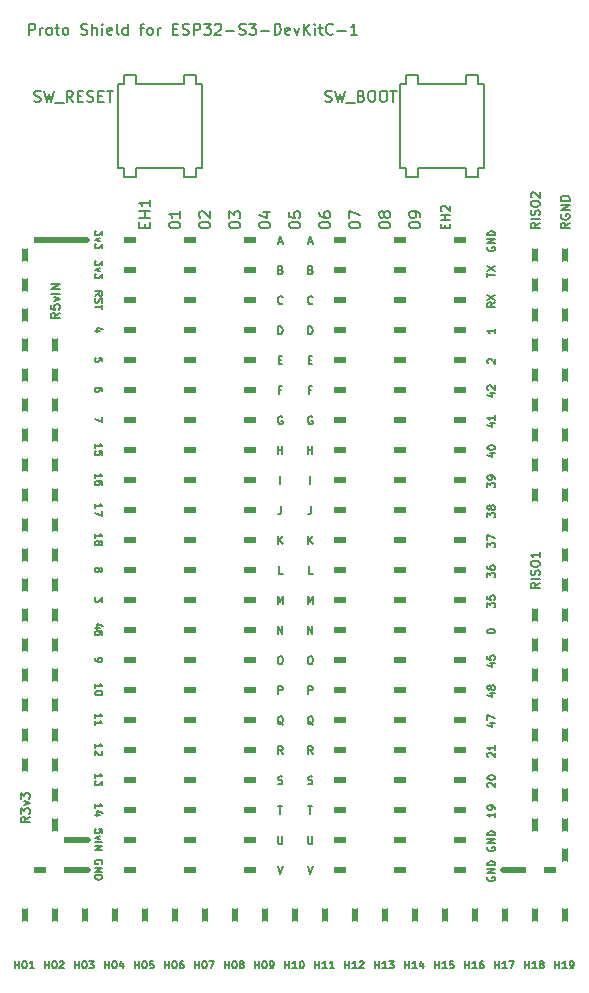
<source format=gto>
G04 #@! TF.GenerationSoftware,KiCad,Pcbnew,7.0.6*
G04 #@! TF.CreationDate,2023-07-22T13:19:21-04:00*
G04 #@! TF.ProjectId,ESP32-S3-DevKitC-1 Proto Shield,45535033-322d-4533-932d-4465764b6974,rev?*
G04 #@! TF.SameCoordinates,Original*
G04 #@! TF.FileFunction,Legend,Top*
G04 #@! TF.FilePolarity,Positive*
%FSLAX46Y46*%
G04 Gerber Fmt 4.6, Leading zero omitted, Abs format (unit mm)*
G04 Created by KiCad (PCBNEW 7.0.6) date 2023-07-22 13:19:21*
%MOMM*%
%LPD*%
G01*
G04 APERTURE LIST*
%ADD10C,0.508000*%
%ADD11C,0.150000*%
%ADD12C,0.152400*%
%ADD13C,1.574800*%
%ADD14C,1.066800*%
G04 APERTURE END LIST*
D10*
X62230000Y-85344000D02*
X64770000Y-85344000D01*
X52070000Y-37084000D02*
X54610000Y-37084000D01*
X57150000Y-44704000D02*
X59690000Y-44704000D01*
X62230000Y-37084000D02*
X64770000Y-37084000D01*
X39370000Y-47244000D02*
X41910000Y-47244000D01*
X52070000Y-34544000D02*
X54610000Y-34544000D01*
X52070000Y-90424000D02*
X52070000Y-92964000D01*
X67170000Y-87884000D02*
X69850000Y-87884000D01*
X44450000Y-54864000D02*
X46990000Y-54864000D01*
X34290000Y-62484000D02*
X36830000Y-62484000D01*
X57150000Y-34544000D02*
X59690000Y-34544000D01*
X62230000Y-34544000D02*
X64770000Y-34544000D01*
D11*
X59944000Y-28448000D02*
X59944000Y-29210000D01*
D10*
X39370000Y-90424000D02*
X39370000Y-92964000D01*
X44450000Y-90424000D02*
X44450000Y-92964000D01*
X44450000Y-47244000D02*
X46990000Y-47244000D01*
X26670000Y-37084000D02*
X26670000Y-80264000D01*
X44450000Y-85344000D02*
X46990000Y-85344000D01*
X62230000Y-39624000D02*
X64770000Y-39624000D01*
X52070000Y-47244000D02*
X54610000Y-47244000D01*
X44450000Y-67564000D02*
X46990000Y-67564000D01*
D11*
X40132000Y-21336000D02*
X40132000Y-20574000D01*
D10*
X52070000Y-42164000D02*
X54610000Y-42164000D01*
X34290000Y-42164000D02*
X36830000Y-42164000D01*
D11*
X41148000Y-20574000D02*
X41148000Y-21336000D01*
D10*
X39370000Y-75184000D02*
X41910000Y-75184000D01*
X52070000Y-59944000D02*
X54610000Y-59944000D01*
X44450000Y-57404000D02*
X46990000Y-57404000D01*
X44450000Y-75184000D02*
X46990000Y-75184000D01*
X57150000Y-59944000D02*
X59690000Y-59944000D01*
D11*
X64008000Y-28448000D02*
X59944000Y-28448000D01*
D10*
X54610000Y-90424000D02*
X54610000Y-92964000D01*
X34290000Y-34544000D02*
X36830000Y-34544000D01*
X39370000Y-54864000D02*
X41910000Y-54864000D01*
X62230000Y-90424000D02*
X62230000Y-92964000D01*
X34290000Y-39624000D02*
X36830000Y-39624000D01*
X57150000Y-67564000D02*
X59690000Y-67564000D01*
X67310000Y-90424000D02*
X67310000Y-92964000D01*
D11*
X58928000Y-20574000D02*
X59944000Y-20574000D01*
X35052000Y-29210000D02*
X35052000Y-28448000D01*
D10*
X69850000Y-87884000D02*
X72390000Y-87884000D01*
D11*
X59944000Y-20574000D02*
X59944000Y-21336000D01*
D10*
X62230000Y-52324000D02*
X64770000Y-52324000D01*
X34290000Y-90424000D02*
X34290000Y-92964000D01*
X52070000Y-52324000D02*
X54610000Y-52324000D01*
X62230000Y-77724000D02*
X64770000Y-77724000D01*
X52070000Y-87884000D02*
X54610000Y-87884000D01*
D11*
X64008000Y-29210000D02*
X64008000Y-28448000D01*
X59944000Y-29210000D02*
X58928000Y-29210000D01*
D10*
X39370000Y-39624000D02*
X41910000Y-39624000D01*
X69850000Y-90424000D02*
X69850000Y-92964000D01*
D11*
X65024000Y-29210000D02*
X64008000Y-29210000D01*
D10*
X39370000Y-62484000D02*
X41910000Y-62484000D01*
D11*
X64008000Y-20574000D02*
X65024000Y-20574000D01*
D10*
X57150000Y-70104000D02*
X59690000Y-70104000D01*
X39370000Y-57404000D02*
X41910000Y-57404000D01*
D11*
X35052000Y-28448000D02*
X34544000Y-28448000D01*
D10*
X44450000Y-44704000D02*
X46990000Y-44704000D01*
X52070000Y-39624000D02*
X54610000Y-39624000D01*
X44450000Y-37084000D02*
X46990000Y-37084000D01*
X44450000Y-52324000D02*
X46990000Y-52324000D01*
X57150000Y-52324000D02*
X59690000Y-52324000D01*
X52070000Y-57404000D02*
X54610000Y-57404000D01*
X29210000Y-90424000D02*
X29210000Y-92964000D01*
X52070000Y-75184000D02*
X54610000Y-75184000D01*
X34290000Y-75184000D02*
X36830000Y-75184000D01*
X57150000Y-39624000D02*
X59690000Y-39624000D01*
X52070000Y-49784000D02*
X54610000Y-49784000D01*
X72390000Y-90424000D02*
X72390000Y-92964000D01*
X44450000Y-70104000D02*
X46990000Y-70104000D01*
X39370000Y-85344000D02*
X41910000Y-85344000D01*
X57150000Y-75184000D02*
X59690000Y-75184000D01*
D11*
X41656000Y-28448000D02*
X41148000Y-28448000D01*
X36068000Y-28448000D02*
X36068000Y-29210000D01*
D10*
X39370000Y-70104000D02*
X41910000Y-70104000D01*
X57150000Y-85344000D02*
X59690000Y-85344000D01*
D11*
X35052000Y-20574000D02*
X36068000Y-20574000D01*
D10*
X62230000Y-59944000D02*
X64770000Y-59944000D01*
X39370000Y-82804000D02*
X41910000Y-82804000D01*
X57150000Y-62484000D02*
X59690000Y-62484000D01*
X62230000Y-67564000D02*
X64770000Y-67564000D01*
X62230000Y-54864000D02*
X64770000Y-54864000D01*
X44450000Y-39624000D02*
X46990000Y-39624000D01*
X62230000Y-42164000D02*
X64770000Y-42164000D01*
D11*
X40132000Y-28448000D02*
X36068000Y-28448000D01*
D10*
X34290000Y-82804000D02*
X36830000Y-82804000D01*
D11*
X65024000Y-20574000D02*
X65024000Y-21336000D01*
D10*
X29210000Y-87884000D02*
X26670000Y-87884000D01*
X44450000Y-65024000D02*
X46990000Y-65024000D01*
X57150000Y-90424000D02*
X57150000Y-92964000D01*
X39370000Y-42164000D02*
X41910000Y-42164000D01*
X62230000Y-70104000D02*
X64770000Y-70104000D01*
D11*
X58420000Y-28448000D02*
X58420000Y-21336000D01*
D10*
X62230000Y-57404000D02*
X64770000Y-57404000D01*
X57150000Y-77724000D02*
X59690000Y-77724000D01*
X52070000Y-80264000D02*
X54610000Y-80264000D01*
D11*
X34544000Y-28448000D02*
X34544000Y-21336000D01*
D10*
X34290000Y-37084000D02*
X36830000Y-37084000D01*
X57150000Y-87884000D02*
X59690000Y-87884000D01*
X34290000Y-44704000D02*
X36830000Y-44704000D01*
X39370000Y-44704000D02*
X41910000Y-44704000D01*
X26670000Y-90424000D02*
X26670000Y-92964000D01*
D11*
X59944000Y-21336000D02*
X64008000Y-21336000D01*
D10*
X34290000Y-52324000D02*
X36830000Y-52324000D01*
X57150000Y-82804000D02*
X59690000Y-82804000D01*
X31900000Y-34544000D02*
X26670000Y-34544000D01*
D11*
X64008000Y-21336000D02*
X64008000Y-20574000D01*
D10*
X44450000Y-62484000D02*
X46990000Y-62484000D01*
X34290000Y-87884000D02*
X36830000Y-87884000D01*
X34290000Y-57404000D02*
X36830000Y-57404000D01*
D11*
X41148000Y-21336000D02*
X41656000Y-21336000D01*
X65532000Y-28448000D02*
X65024000Y-28448000D01*
D10*
X57150000Y-49784000D02*
X59690000Y-49784000D01*
X52070000Y-85344000D02*
X54610000Y-85344000D01*
X44450000Y-82804000D02*
X46990000Y-82804000D01*
X69850000Y-57404000D02*
X69850000Y-34544000D01*
D11*
X65532000Y-21336000D02*
X65532000Y-28448000D01*
D10*
X44450000Y-80264000D02*
X46990000Y-80264000D01*
X34290000Y-47244000D02*
X36830000Y-47244000D01*
X41910000Y-90424000D02*
X41910000Y-92964000D01*
X39370000Y-72644000D02*
X41910000Y-72644000D01*
X57150000Y-37084000D02*
X59690000Y-37084000D01*
D11*
X36068000Y-20574000D02*
X36068000Y-21336000D01*
X58928000Y-29210000D02*
X58928000Y-28448000D01*
X36068000Y-29210000D02*
X35052000Y-29210000D01*
X41148000Y-29210000D02*
X40132000Y-29210000D01*
D10*
X64770000Y-90424000D02*
X64770000Y-92964000D01*
X39370000Y-87884000D02*
X41910000Y-87884000D01*
X39370000Y-80264000D02*
X41910000Y-80264000D01*
X69850000Y-65024000D02*
X69850000Y-85344000D01*
X34290000Y-65024000D02*
X36830000Y-65024000D01*
D11*
X34544000Y-21336000D02*
X35052000Y-21336000D01*
D10*
X39370000Y-37084000D02*
X41910000Y-37084000D01*
X34290000Y-85344000D02*
X36830000Y-85344000D01*
X52070000Y-82804000D02*
X54610000Y-82804000D01*
X34290000Y-67564000D02*
X36830000Y-67564000D01*
X62230000Y-62484000D02*
X64770000Y-62484000D01*
X26670000Y-34544000D02*
X26670000Y-37084000D01*
X44450000Y-87884000D02*
X46990000Y-87884000D01*
X44450000Y-49784000D02*
X46990000Y-49784000D01*
X57150000Y-47244000D02*
X59690000Y-47244000D01*
X57150000Y-80264000D02*
X59690000Y-80264000D01*
X62230000Y-82804000D02*
X64770000Y-82804000D01*
X39370000Y-65024000D02*
X41910000Y-65024000D01*
X34290000Y-80264000D02*
X36830000Y-80264000D01*
D11*
X58928000Y-28448000D02*
X58420000Y-28448000D01*
D10*
X57150000Y-42164000D02*
X59690000Y-42164000D01*
X39370000Y-34544000D02*
X41910000Y-34544000D01*
X52070000Y-65024000D02*
X54610000Y-65024000D01*
D11*
X58420000Y-21336000D02*
X58928000Y-21336000D01*
D10*
X52070000Y-67564000D02*
X54610000Y-67564000D01*
X34290000Y-77724000D02*
X36830000Y-77724000D01*
X39370000Y-59944000D02*
X41910000Y-59944000D01*
D11*
X36068000Y-21336000D02*
X40132000Y-21336000D01*
D10*
X52070000Y-72644000D02*
X54610000Y-72644000D01*
X36830000Y-90424000D02*
X36830000Y-92964000D01*
X52070000Y-77724000D02*
X54610000Y-77724000D01*
X62230000Y-87884000D02*
X64770000Y-87884000D01*
X39370000Y-67564000D02*
X41910000Y-67564000D01*
X34290000Y-70104000D02*
X36830000Y-70104000D01*
X62230000Y-72644000D02*
X64770000Y-72644000D01*
X62230000Y-47244000D02*
X64770000Y-47244000D01*
X72390000Y-87884000D02*
X72390000Y-34544000D01*
X44450000Y-34544000D02*
X46990000Y-34544000D01*
X39370000Y-49784000D02*
X41910000Y-49784000D01*
D11*
X35052000Y-21336000D02*
X35052000Y-20574000D01*
D10*
X57150000Y-57404000D02*
X59690000Y-57404000D01*
X57150000Y-65024000D02*
X59690000Y-65024000D01*
D11*
X41148000Y-28448000D02*
X41148000Y-29210000D01*
D10*
X34290000Y-72644000D02*
X36830000Y-72644000D01*
X44450000Y-77724000D02*
X46990000Y-77724000D01*
D11*
X41656000Y-21336000D02*
X41656000Y-28448000D01*
D10*
X62230000Y-65024000D02*
X64770000Y-65024000D01*
X44450000Y-59944000D02*
X46990000Y-59944000D01*
X34290000Y-59944000D02*
X36830000Y-59944000D01*
X52070000Y-44704000D02*
X54610000Y-44704000D01*
X44450000Y-42164000D02*
X46990000Y-42164000D01*
D11*
X40132000Y-29210000D02*
X40132000Y-28448000D01*
D10*
X44450000Y-72644000D02*
X46990000Y-72644000D01*
X62230000Y-49784000D02*
X64770000Y-49784000D01*
X29210000Y-42164000D02*
X29210000Y-85344000D01*
X52070000Y-70104000D02*
X54610000Y-70104000D01*
D11*
X65024000Y-28448000D02*
X65024000Y-29210000D01*
D10*
X57150000Y-72644000D02*
X59690000Y-72644000D01*
D11*
X58928000Y-21336000D02*
X58928000Y-20574000D01*
D10*
X59690000Y-90424000D02*
X59690000Y-92964000D01*
X34290000Y-49784000D02*
X36830000Y-49784000D01*
D11*
X40132000Y-20574000D02*
X41148000Y-20574000D01*
D10*
X29210000Y-85344000D02*
X31980000Y-85344000D01*
X49530000Y-90424000D02*
X49530000Y-92964000D01*
X57150000Y-54864000D02*
X59690000Y-54864000D01*
D11*
X65024000Y-21336000D02*
X65532000Y-21336000D01*
D10*
X31750000Y-90424000D02*
X31750000Y-92964000D01*
X52070000Y-62484000D02*
X54610000Y-62484000D01*
X62230000Y-80264000D02*
X64770000Y-80264000D01*
X46990000Y-90424000D02*
X46990000Y-92964000D01*
X62230000Y-44704000D02*
X64770000Y-44704000D01*
X39370000Y-52324000D02*
X41910000Y-52324000D01*
X52070000Y-54864000D02*
X54610000Y-54864000D01*
X32020000Y-87884000D02*
X29210000Y-87884000D01*
X39370000Y-77724000D02*
X41910000Y-77724000D01*
X62230000Y-75184000D02*
X64770000Y-75184000D01*
X34290000Y-54864000D02*
X36830000Y-54864000D01*
D12*
X28358972Y-96180363D02*
X28358972Y-95545363D01*
X28358972Y-95847744D02*
X28721829Y-95847744D01*
X28721829Y-96180363D02*
X28721829Y-95545363D01*
X29145162Y-95545363D02*
X29205639Y-95545363D01*
X29205639Y-95545363D02*
X29266115Y-95575601D01*
X29266115Y-95575601D02*
X29296353Y-95605839D01*
X29296353Y-95605839D02*
X29326591Y-95666315D01*
X29326591Y-95666315D02*
X29356829Y-95787267D01*
X29356829Y-95787267D02*
X29356829Y-95938458D01*
X29356829Y-95938458D02*
X29326591Y-96059410D01*
X29326591Y-96059410D02*
X29296353Y-96119886D01*
X29296353Y-96119886D02*
X29266115Y-96150125D01*
X29266115Y-96150125D02*
X29205639Y-96180363D01*
X29205639Y-96180363D02*
X29145162Y-96180363D01*
X29145162Y-96180363D02*
X29084686Y-96150125D01*
X29084686Y-96150125D02*
X29054448Y-96119886D01*
X29054448Y-96119886D02*
X29024210Y-96059410D01*
X29024210Y-96059410D02*
X28993972Y-95938458D01*
X28993972Y-95938458D02*
X28993972Y-95787267D01*
X28993972Y-95787267D02*
X29024210Y-95666315D01*
X29024210Y-95666315D02*
X29054448Y-95605839D01*
X29054448Y-95605839D02*
X29084686Y-95575601D01*
X29084686Y-95575601D02*
X29145162Y-95545363D01*
X29598734Y-95605839D02*
X29628972Y-95575601D01*
X29628972Y-95575601D02*
X29689448Y-95545363D01*
X29689448Y-95545363D02*
X29840639Y-95545363D01*
X29840639Y-95545363D02*
X29901115Y-95575601D01*
X29901115Y-95575601D02*
X29931353Y-95605839D01*
X29931353Y-95605839D02*
X29961591Y-95666315D01*
X29961591Y-95666315D02*
X29961591Y-95726791D01*
X29961591Y-95726791D02*
X29931353Y-95817505D01*
X29931353Y-95817505D02*
X29568496Y-96180363D01*
X29568496Y-96180363D02*
X29961591Y-96180363D01*
D11*
X48096512Y-84984752D02*
X48096512Y-85514181D01*
X48096512Y-85514181D02*
X48127655Y-85576467D01*
X48127655Y-85576467D02*
X48158798Y-85607610D01*
X48158798Y-85607610D02*
X48221083Y-85638752D01*
X48221083Y-85638752D02*
X48345655Y-85638752D01*
X48345655Y-85638752D02*
X48407940Y-85607610D01*
X48407940Y-85607610D02*
X48439083Y-85576467D01*
X48439083Y-85576467D02*
X48470226Y-85514181D01*
X48470226Y-85514181D02*
X48470226Y-84984752D01*
D12*
X38887016Y-33278965D02*
X38887016Y-33189460D01*
X38887016Y-33189460D02*
X38931768Y-33099956D01*
X38931768Y-33099956D02*
X38976521Y-33055203D01*
X38976521Y-33055203D02*
X39066025Y-33010451D01*
X39066025Y-33010451D02*
X39245035Y-32965698D01*
X39245035Y-32965698D02*
X39468797Y-32965698D01*
X39468797Y-32965698D02*
X39647806Y-33010451D01*
X39647806Y-33010451D02*
X39737311Y-33055203D01*
X39737311Y-33055203D02*
X39782064Y-33099956D01*
X39782064Y-33099956D02*
X39826816Y-33189460D01*
X39826816Y-33189460D02*
X39826816Y-33278965D01*
X39826816Y-33278965D02*
X39782064Y-33368470D01*
X39782064Y-33368470D02*
X39737311Y-33413222D01*
X39737311Y-33413222D02*
X39647806Y-33457975D01*
X39647806Y-33457975D02*
X39468797Y-33502727D01*
X39468797Y-33502727D02*
X39245035Y-33502727D01*
X39245035Y-33502727D02*
X39066025Y-33457975D01*
X39066025Y-33457975D02*
X38976521Y-33413222D01*
X38976521Y-33413222D02*
X38931768Y-33368470D01*
X38931768Y-33368470D02*
X38887016Y-33278965D01*
X39826816Y-32070650D02*
X39826816Y-32607679D01*
X39826816Y-32339165D02*
X38887016Y-32339165D01*
X38887016Y-32339165D02*
X39021273Y-32428669D01*
X39021273Y-32428669D02*
X39110778Y-32518174D01*
X39110778Y-32518174D02*
X39155530Y-32607679D01*
X63918972Y-96180363D02*
X63918972Y-95545363D01*
X63918972Y-95847744D02*
X64281829Y-95847744D01*
X64281829Y-96180363D02*
X64281829Y-95545363D01*
X64916829Y-96180363D02*
X64553972Y-96180363D01*
X64735400Y-96180363D02*
X64735400Y-95545363D01*
X64735400Y-95545363D02*
X64674924Y-95636077D01*
X64674924Y-95636077D02*
X64614448Y-95696553D01*
X64614448Y-95696553D02*
X64553972Y-95726791D01*
X65461115Y-95545363D02*
X65340162Y-95545363D01*
X65340162Y-95545363D02*
X65279686Y-95575601D01*
X65279686Y-95575601D02*
X65249448Y-95605839D01*
X65249448Y-95605839D02*
X65188972Y-95696553D01*
X65188972Y-95696553D02*
X65158734Y-95817505D01*
X65158734Y-95817505D02*
X65158734Y-96059410D01*
X65158734Y-96059410D02*
X65188972Y-96119886D01*
X65188972Y-96119886D02*
X65219210Y-96150125D01*
X65219210Y-96150125D02*
X65279686Y-96180363D01*
X65279686Y-96180363D02*
X65400639Y-96180363D01*
X65400639Y-96180363D02*
X65461115Y-96150125D01*
X65461115Y-96150125D02*
X65491353Y-96119886D01*
X65491353Y-96119886D02*
X65521591Y-96059410D01*
X65521591Y-96059410D02*
X65521591Y-95908220D01*
X65521591Y-95908220D02*
X65491353Y-95847744D01*
X65491353Y-95847744D02*
X65461115Y-95817505D01*
X65461115Y-95817505D02*
X65400639Y-95787267D01*
X65400639Y-95787267D02*
X65279686Y-95787267D01*
X65279686Y-95787267D02*
X65219210Y-95817505D01*
X65219210Y-95817505D02*
X65188972Y-95847744D01*
X65188972Y-95847744D02*
X65158734Y-95908220D01*
X32597636Y-57218210D02*
X32597636Y-56855353D01*
X32597636Y-57036781D02*
X33232636Y-57036781D01*
X33232636Y-57036781D02*
X33141922Y-56976305D01*
X33141922Y-56976305D02*
X33081446Y-56915829D01*
X33081446Y-56915829D02*
X33051208Y-56855353D01*
X33232636Y-57429877D02*
X33232636Y-57853210D01*
X33232636Y-57853210D02*
X32597636Y-57581067D01*
D11*
X50636511Y-82444752D02*
X51010226Y-82444752D01*
X50823368Y-83098752D02*
X50823368Y-82444752D01*
D12*
X32597636Y-69918210D02*
X32597636Y-70039162D01*
X32597636Y-70039162D02*
X32627875Y-70099639D01*
X32627875Y-70099639D02*
X32658113Y-70129877D01*
X32658113Y-70129877D02*
X32748827Y-70190353D01*
X32748827Y-70190353D02*
X32869779Y-70220591D01*
X32869779Y-70220591D02*
X33111684Y-70220591D01*
X33111684Y-70220591D02*
X33172160Y-70190353D01*
X33172160Y-70190353D02*
X33202398Y-70160115D01*
X33202398Y-70160115D02*
X33232636Y-70099639D01*
X33232636Y-70099639D02*
X33232636Y-69978686D01*
X33232636Y-69978686D02*
X33202398Y-69918210D01*
X33202398Y-69918210D02*
X33172160Y-69887972D01*
X33172160Y-69887972D02*
X33111684Y-69857734D01*
X33111684Y-69857734D02*
X32960494Y-69857734D01*
X32960494Y-69857734D02*
X32900017Y-69887972D01*
X32900017Y-69887972D02*
X32869779Y-69918210D01*
X32869779Y-69918210D02*
X32839541Y-69978686D01*
X32839541Y-69978686D02*
X32839541Y-70099639D01*
X32839541Y-70099639D02*
X32869779Y-70160115D01*
X32869779Y-70160115D02*
X32900017Y-70190353D01*
X32900017Y-70190353D02*
X32960494Y-70220591D01*
X66039029Y-70350265D02*
X66462363Y-70350265D01*
X65797125Y-70501456D02*
X66250696Y-70652646D01*
X66250696Y-70652646D02*
X66250696Y-70259551D01*
X65827363Y-69715265D02*
X65827363Y-70017646D01*
X65827363Y-70017646D02*
X66129744Y-70047884D01*
X66129744Y-70047884D02*
X66099505Y-70017646D01*
X66099505Y-70017646D02*
X66069267Y-69957170D01*
X66069267Y-69957170D02*
X66069267Y-69805979D01*
X66069267Y-69805979D02*
X66099505Y-69745503D01*
X66099505Y-69745503D02*
X66129744Y-69715265D01*
X66129744Y-69715265D02*
X66190220Y-69685027D01*
X66190220Y-69685027D02*
X66341410Y-69685027D01*
X66341410Y-69685027D02*
X66401886Y-69715265D01*
X66401886Y-69715265D02*
X66432125Y-69745503D01*
X66432125Y-69745503D02*
X66462363Y-69805979D01*
X66462363Y-69805979D02*
X66462363Y-69957170D01*
X66462363Y-69957170D02*
X66432125Y-70017646D01*
X66432125Y-70017646D02*
X66401886Y-70047884D01*
X65857601Y-35092646D02*
X65827363Y-35153122D01*
X65827363Y-35153122D02*
X65827363Y-35243836D01*
X65827363Y-35243836D02*
X65857601Y-35334551D01*
X65857601Y-35334551D02*
X65918077Y-35395027D01*
X65918077Y-35395027D02*
X65978553Y-35425265D01*
X65978553Y-35425265D02*
X66099505Y-35455503D01*
X66099505Y-35455503D02*
X66190220Y-35455503D01*
X66190220Y-35455503D02*
X66311172Y-35425265D01*
X66311172Y-35425265D02*
X66371648Y-35395027D01*
X66371648Y-35395027D02*
X66432125Y-35334551D01*
X66432125Y-35334551D02*
X66462363Y-35243836D01*
X66462363Y-35243836D02*
X66462363Y-35183360D01*
X66462363Y-35183360D02*
X66432125Y-35092646D01*
X66432125Y-35092646D02*
X66401886Y-35062408D01*
X66401886Y-35062408D02*
X66190220Y-35062408D01*
X66190220Y-35062408D02*
X66190220Y-35183360D01*
X66462363Y-34790265D02*
X65827363Y-34790265D01*
X65827363Y-34790265D02*
X66462363Y-34427408D01*
X66462363Y-34427408D02*
X65827363Y-34427408D01*
X66462363Y-34125027D02*
X65827363Y-34125027D01*
X65827363Y-34125027D02*
X65827363Y-33973837D01*
X65827363Y-33973837D02*
X65857601Y-33883122D01*
X65857601Y-33883122D02*
X65918077Y-33822646D01*
X65918077Y-33822646D02*
X65978553Y-33792408D01*
X65978553Y-33792408D02*
X66099505Y-33762170D01*
X66099505Y-33762170D02*
X66190220Y-33762170D01*
X66190220Y-33762170D02*
X66311172Y-33792408D01*
X66311172Y-33792408D02*
X66371648Y-33822646D01*
X66371648Y-33822646D02*
X66432125Y-33883122D01*
X66432125Y-33883122D02*
X66462363Y-33973837D01*
X66462363Y-33973837D02*
X66462363Y-34125027D01*
X32960494Y-62358686D02*
X32990732Y-62298210D01*
X32990732Y-62298210D02*
X33020970Y-62267972D01*
X33020970Y-62267972D02*
X33081446Y-62237734D01*
X33081446Y-62237734D02*
X33111684Y-62237734D01*
X33111684Y-62237734D02*
X33172160Y-62267972D01*
X33172160Y-62267972D02*
X33202398Y-62298210D01*
X33202398Y-62298210D02*
X33232636Y-62358686D01*
X33232636Y-62358686D02*
X33232636Y-62479639D01*
X33232636Y-62479639D02*
X33202398Y-62540115D01*
X33202398Y-62540115D02*
X33172160Y-62570353D01*
X33172160Y-62570353D02*
X33111684Y-62600591D01*
X33111684Y-62600591D02*
X33081446Y-62600591D01*
X33081446Y-62600591D02*
X33020970Y-62570353D01*
X33020970Y-62570353D02*
X32990732Y-62540115D01*
X32990732Y-62540115D02*
X32960494Y-62479639D01*
X32960494Y-62479639D02*
X32960494Y-62358686D01*
X32960494Y-62358686D02*
X32930255Y-62298210D01*
X32930255Y-62298210D02*
X32900017Y-62267972D01*
X32900017Y-62267972D02*
X32839541Y-62237734D01*
X32839541Y-62237734D02*
X32718589Y-62237734D01*
X32718589Y-62237734D02*
X32658113Y-62267972D01*
X32658113Y-62267972D02*
X32627875Y-62298210D01*
X32627875Y-62298210D02*
X32597636Y-62358686D01*
X32597636Y-62358686D02*
X32597636Y-62479639D01*
X32597636Y-62479639D02*
X32627875Y-62540115D01*
X32627875Y-62540115D02*
X32658113Y-62570353D01*
X32658113Y-62570353D02*
X32718589Y-62600591D01*
X32718589Y-62600591D02*
X32839541Y-62600591D01*
X32839541Y-62600591D02*
X32900017Y-62570353D01*
X32900017Y-62570353D02*
X32930255Y-62540115D01*
X32930255Y-62540115D02*
X32960494Y-62479639D01*
X66462363Y-82989789D02*
X66462363Y-83352646D01*
X66462363Y-83171218D02*
X65827363Y-83171218D01*
X65827363Y-83171218D02*
X65918077Y-83231694D01*
X65918077Y-83231694D02*
X65978553Y-83292170D01*
X65978553Y-83292170D02*
X66008791Y-83352646D01*
X66462363Y-82687408D02*
X66462363Y-82566456D01*
X66462363Y-82566456D02*
X66432125Y-82505979D01*
X66432125Y-82505979D02*
X66401886Y-82475741D01*
X66401886Y-82475741D02*
X66311172Y-82415265D01*
X66311172Y-82415265D02*
X66190220Y-82385027D01*
X66190220Y-82385027D02*
X65948315Y-82385027D01*
X65948315Y-82385027D02*
X65887839Y-82415265D01*
X65887839Y-82415265D02*
X65857601Y-82445503D01*
X65857601Y-82445503D02*
X65827363Y-82505979D01*
X65827363Y-82505979D02*
X65827363Y-82626932D01*
X65827363Y-82626932D02*
X65857601Y-82687408D01*
X65857601Y-82687408D02*
X65887839Y-82717646D01*
X65887839Y-82717646D02*
X65948315Y-82747884D01*
X65948315Y-82747884D02*
X66099505Y-82747884D01*
X66099505Y-82747884D02*
X66159982Y-82717646D01*
X66159982Y-82717646D02*
X66190220Y-82687408D01*
X66190220Y-82687408D02*
X66220458Y-82626932D01*
X66220458Y-82626932D02*
X66220458Y-82505979D01*
X66220458Y-82505979D02*
X66190220Y-82445503D01*
X66190220Y-82445503D02*
X66159982Y-82415265D01*
X66159982Y-82415265D02*
X66099505Y-82385027D01*
X56298972Y-96180363D02*
X56298972Y-95545363D01*
X56298972Y-95847744D02*
X56661829Y-95847744D01*
X56661829Y-96180363D02*
X56661829Y-95545363D01*
X57296829Y-96180363D02*
X56933972Y-96180363D01*
X57115400Y-96180363D02*
X57115400Y-95545363D01*
X57115400Y-95545363D02*
X57054924Y-95636077D01*
X57054924Y-95636077D02*
X56994448Y-95696553D01*
X56994448Y-95696553D02*
X56933972Y-95726791D01*
X57508496Y-95545363D02*
X57901591Y-95545363D01*
X57901591Y-95545363D02*
X57689924Y-95787267D01*
X57689924Y-95787267D02*
X57780639Y-95787267D01*
X57780639Y-95787267D02*
X57841115Y-95817505D01*
X57841115Y-95817505D02*
X57871353Y-95847744D01*
X57871353Y-95847744D02*
X57901591Y-95908220D01*
X57901591Y-95908220D02*
X57901591Y-96059410D01*
X57901591Y-96059410D02*
X57871353Y-96119886D01*
X57871353Y-96119886D02*
X57841115Y-96150125D01*
X57841115Y-96150125D02*
X57780639Y-96180363D01*
X57780639Y-96180363D02*
X57599210Y-96180363D01*
X57599210Y-96180363D02*
X57538734Y-96150125D01*
X57538734Y-96150125D02*
X57508496Y-96119886D01*
X62235645Y-33500308D02*
X62235645Y-33246308D01*
X62634788Y-33137451D02*
X62634788Y-33500308D01*
X62634788Y-33500308D02*
X61872788Y-33500308D01*
X61872788Y-33500308D02*
X61872788Y-33137451D01*
X62634788Y-32810879D02*
X61872788Y-32810879D01*
X62235645Y-32810879D02*
X62235645Y-32375450D01*
X62634788Y-32375450D02*
X61872788Y-32375450D01*
X61945360Y-32048879D02*
X61909074Y-32012593D01*
X61909074Y-32012593D02*
X61872788Y-31940022D01*
X61872788Y-31940022D02*
X61872788Y-31758593D01*
X61872788Y-31758593D02*
X61909074Y-31686022D01*
X61909074Y-31686022D02*
X61945360Y-31649736D01*
X61945360Y-31649736D02*
X62017931Y-31613450D01*
X62017931Y-31613450D02*
X62090503Y-31613450D01*
X62090503Y-31613450D02*
X62199360Y-31649736D01*
X62199360Y-31649736D02*
X62634788Y-32085164D01*
X62634788Y-32085164D02*
X62634788Y-31613450D01*
D11*
X50605369Y-65318752D02*
X50605369Y-64664752D01*
X50605369Y-64664752D02*
X50823369Y-65131895D01*
X50823369Y-65131895D02*
X51041369Y-64664752D01*
X51041369Y-64664752D02*
X51041369Y-65318752D01*
D12*
X65827363Y-60522884D02*
X65827363Y-60129789D01*
X65827363Y-60129789D02*
X66069267Y-60341456D01*
X66069267Y-60341456D02*
X66069267Y-60250741D01*
X66069267Y-60250741D02*
X66099505Y-60190265D01*
X66099505Y-60190265D02*
X66129744Y-60160027D01*
X66129744Y-60160027D02*
X66190220Y-60129789D01*
X66190220Y-60129789D02*
X66341410Y-60129789D01*
X66341410Y-60129789D02*
X66401886Y-60160027D01*
X66401886Y-60160027D02*
X66432125Y-60190265D01*
X66432125Y-60190265D02*
X66462363Y-60250741D01*
X66462363Y-60250741D02*
X66462363Y-60432170D01*
X66462363Y-60432170D02*
X66432125Y-60492646D01*
X66432125Y-60492646D02*
X66401886Y-60522884D01*
X65827363Y-59918122D02*
X65827363Y-59494789D01*
X65827363Y-59494789D02*
X66462363Y-59766932D01*
D11*
X50652083Y-72938752D02*
X50652083Y-72284752D01*
X50652083Y-72284752D02*
X50901226Y-72284752D01*
X50901226Y-72284752D02*
X50963511Y-72315895D01*
X50963511Y-72315895D02*
X50994654Y-72347038D01*
X50994654Y-72347038D02*
X51025797Y-72409324D01*
X51025797Y-72409324D02*
X51025797Y-72502752D01*
X51025797Y-72502752D02*
X50994654Y-72565038D01*
X50994654Y-72565038D02*
X50963511Y-72596181D01*
X50963511Y-72596181D02*
X50901226Y-72627324D01*
X50901226Y-72627324D02*
X50652083Y-72627324D01*
D12*
X66039029Y-50030265D02*
X66462363Y-50030265D01*
X65797125Y-50181456D02*
X66250696Y-50332646D01*
X66250696Y-50332646D02*
X66250696Y-49939551D01*
X66462363Y-49365027D02*
X66462363Y-49727884D01*
X66462363Y-49546456D02*
X65827363Y-49546456D01*
X65827363Y-49546456D02*
X65918077Y-49606932D01*
X65918077Y-49606932D02*
X65978553Y-49667408D01*
X65978553Y-49667408D02*
X66008791Y-49727884D01*
D11*
X50636512Y-80527610D02*
X50729941Y-80558752D01*
X50729941Y-80558752D02*
X50885655Y-80558752D01*
X50885655Y-80558752D02*
X50947941Y-80527610D01*
X50947941Y-80527610D02*
X50979083Y-80496467D01*
X50979083Y-80496467D02*
X51010226Y-80434181D01*
X51010226Y-80434181D02*
X51010226Y-80371895D01*
X51010226Y-80371895D02*
X50979083Y-80309610D01*
X50979083Y-80309610D02*
X50947941Y-80278467D01*
X50947941Y-80278467D02*
X50885655Y-80247324D01*
X50885655Y-80247324D02*
X50761083Y-80216181D01*
X50761083Y-80216181D02*
X50698798Y-80185038D01*
X50698798Y-80185038D02*
X50667655Y-80153895D01*
X50667655Y-80153895D02*
X50636512Y-80091610D01*
X50636512Y-80091610D02*
X50636512Y-80029324D01*
X50636512Y-80029324D02*
X50667655Y-79967038D01*
X50667655Y-79967038D02*
X50698798Y-79935895D01*
X50698798Y-79935895D02*
X50761083Y-79904752D01*
X50761083Y-79904752D02*
X50916798Y-79904752D01*
X50916798Y-79904752D02*
X51010226Y-79935895D01*
D12*
X46507016Y-33278965D02*
X46507016Y-33189460D01*
X46507016Y-33189460D02*
X46551768Y-33099956D01*
X46551768Y-33099956D02*
X46596521Y-33055203D01*
X46596521Y-33055203D02*
X46686025Y-33010451D01*
X46686025Y-33010451D02*
X46865035Y-32965698D01*
X46865035Y-32965698D02*
X47088797Y-32965698D01*
X47088797Y-32965698D02*
X47267806Y-33010451D01*
X47267806Y-33010451D02*
X47357311Y-33055203D01*
X47357311Y-33055203D02*
X47402064Y-33099956D01*
X47402064Y-33099956D02*
X47446816Y-33189460D01*
X47446816Y-33189460D02*
X47446816Y-33278965D01*
X47446816Y-33278965D02*
X47402064Y-33368470D01*
X47402064Y-33368470D02*
X47357311Y-33413222D01*
X47357311Y-33413222D02*
X47267806Y-33457975D01*
X47267806Y-33457975D02*
X47088797Y-33502727D01*
X47088797Y-33502727D02*
X46865035Y-33502727D01*
X46865035Y-33502727D02*
X46686025Y-33457975D01*
X46686025Y-33457975D02*
X46596521Y-33413222D01*
X46596521Y-33413222D02*
X46551768Y-33368470D01*
X46551768Y-33368470D02*
X46507016Y-33278965D01*
X46820283Y-32160155D02*
X47446816Y-32160155D01*
X46462264Y-32383917D02*
X47133549Y-32607679D01*
X47133549Y-32607679D02*
X47133549Y-32025898D01*
X66039029Y-72890265D02*
X66462363Y-72890265D01*
X65797125Y-73041456D02*
X66250696Y-73192646D01*
X66250696Y-73192646D02*
X66250696Y-72799551D01*
X66099505Y-72466932D02*
X66069267Y-72527408D01*
X66069267Y-72527408D02*
X66039029Y-72557646D01*
X66039029Y-72557646D02*
X65978553Y-72587884D01*
X65978553Y-72587884D02*
X65948315Y-72587884D01*
X65948315Y-72587884D02*
X65887839Y-72557646D01*
X65887839Y-72557646D02*
X65857601Y-72527408D01*
X65857601Y-72527408D02*
X65827363Y-72466932D01*
X65827363Y-72466932D02*
X65827363Y-72345979D01*
X65827363Y-72345979D02*
X65857601Y-72285503D01*
X65857601Y-72285503D02*
X65887839Y-72255265D01*
X65887839Y-72255265D02*
X65948315Y-72225027D01*
X65948315Y-72225027D02*
X65978553Y-72225027D01*
X65978553Y-72225027D02*
X66039029Y-72255265D01*
X66039029Y-72255265D02*
X66069267Y-72285503D01*
X66069267Y-72285503D02*
X66099505Y-72345979D01*
X66099505Y-72345979D02*
X66099505Y-72466932D01*
X66099505Y-72466932D02*
X66129744Y-72527408D01*
X66129744Y-72527408D02*
X66159982Y-72557646D01*
X66159982Y-72557646D02*
X66220458Y-72587884D01*
X66220458Y-72587884D02*
X66341410Y-72587884D01*
X66341410Y-72587884D02*
X66401886Y-72557646D01*
X66401886Y-72557646D02*
X66432125Y-72527408D01*
X66432125Y-72527408D02*
X66462363Y-72466932D01*
X66462363Y-72466932D02*
X66462363Y-72345979D01*
X66462363Y-72345979D02*
X66432125Y-72285503D01*
X66432125Y-72285503D02*
X66401886Y-72255265D01*
X66401886Y-72255265D02*
X66341410Y-72225027D01*
X66341410Y-72225027D02*
X66220458Y-72225027D01*
X66220458Y-72225027D02*
X66159982Y-72255265D01*
X66159982Y-72255265D02*
X66129744Y-72285503D01*
X66129744Y-72285503D02*
X66099505Y-72345979D01*
X65857601Y-85892646D02*
X65827363Y-85953122D01*
X65827363Y-85953122D02*
X65827363Y-86043836D01*
X65827363Y-86043836D02*
X65857601Y-86134551D01*
X65857601Y-86134551D02*
X65918077Y-86195027D01*
X65918077Y-86195027D02*
X65978553Y-86225265D01*
X65978553Y-86225265D02*
X66099505Y-86255503D01*
X66099505Y-86255503D02*
X66190220Y-86255503D01*
X66190220Y-86255503D02*
X66311172Y-86225265D01*
X66311172Y-86225265D02*
X66371648Y-86195027D01*
X66371648Y-86195027D02*
X66432125Y-86134551D01*
X66432125Y-86134551D02*
X66462363Y-86043836D01*
X66462363Y-86043836D02*
X66462363Y-85983360D01*
X66462363Y-85983360D02*
X66432125Y-85892646D01*
X66432125Y-85892646D02*
X66401886Y-85862408D01*
X66401886Y-85862408D02*
X66190220Y-85862408D01*
X66190220Y-85862408D02*
X66190220Y-85983360D01*
X66462363Y-85590265D02*
X65827363Y-85590265D01*
X65827363Y-85590265D02*
X66462363Y-85227408D01*
X66462363Y-85227408D02*
X65827363Y-85227408D01*
X66462363Y-84925027D02*
X65827363Y-84925027D01*
X65827363Y-84925027D02*
X65827363Y-84773837D01*
X65827363Y-84773837D02*
X65857601Y-84683122D01*
X65857601Y-84683122D02*
X65918077Y-84622646D01*
X65918077Y-84622646D02*
X65978553Y-84592408D01*
X65978553Y-84592408D02*
X66099505Y-84562170D01*
X66099505Y-84562170D02*
X66190220Y-84562170D01*
X66190220Y-84562170D02*
X66311172Y-84592408D01*
X66311172Y-84592408D02*
X66371648Y-84622646D01*
X66371648Y-84622646D02*
X66432125Y-84683122D01*
X66432125Y-84683122D02*
X66462363Y-84773837D01*
X66462363Y-84773837D02*
X66462363Y-84925027D01*
X25818972Y-96180363D02*
X25818972Y-95545363D01*
X25818972Y-95847744D02*
X26181829Y-95847744D01*
X26181829Y-96180363D02*
X26181829Y-95545363D01*
X26605162Y-95545363D02*
X26665639Y-95545363D01*
X26665639Y-95545363D02*
X26726115Y-95575601D01*
X26726115Y-95575601D02*
X26756353Y-95605839D01*
X26756353Y-95605839D02*
X26786591Y-95666315D01*
X26786591Y-95666315D02*
X26816829Y-95787267D01*
X26816829Y-95787267D02*
X26816829Y-95938458D01*
X26816829Y-95938458D02*
X26786591Y-96059410D01*
X26786591Y-96059410D02*
X26756353Y-96119886D01*
X26756353Y-96119886D02*
X26726115Y-96150125D01*
X26726115Y-96150125D02*
X26665639Y-96180363D01*
X26665639Y-96180363D02*
X26605162Y-96180363D01*
X26605162Y-96180363D02*
X26544686Y-96150125D01*
X26544686Y-96150125D02*
X26514448Y-96119886D01*
X26514448Y-96119886D02*
X26484210Y-96059410D01*
X26484210Y-96059410D02*
X26453972Y-95938458D01*
X26453972Y-95938458D02*
X26453972Y-95787267D01*
X26453972Y-95787267D02*
X26484210Y-95666315D01*
X26484210Y-95666315D02*
X26514448Y-95605839D01*
X26514448Y-95605839D02*
X26544686Y-95575601D01*
X26544686Y-95575601D02*
X26605162Y-95545363D01*
X27421591Y-96180363D02*
X27058734Y-96180363D01*
X27240162Y-96180363D02*
X27240162Y-95545363D01*
X27240162Y-95545363D02*
X27179686Y-95636077D01*
X27179686Y-95636077D02*
X27119210Y-95696553D01*
X27119210Y-95696553D02*
X27058734Y-95726791D01*
X53758972Y-96180363D02*
X53758972Y-95545363D01*
X53758972Y-95847744D02*
X54121829Y-95847744D01*
X54121829Y-96180363D02*
X54121829Y-95545363D01*
X54756829Y-96180363D02*
X54393972Y-96180363D01*
X54575400Y-96180363D02*
X54575400Y-95545363D01*
X54575400Y-95545363D02*
X54514924Y-95636077D01*
X54514924Y-95636077D02*
X54454448Y-95696553D01*
X54454448Y-95696553D02*
X54393972Y-95726791D01*
X54998734Y-95605839D02*
X55028972Y-95575601D01*
X55028972Y-95575601D02*
X55089448Y-95545363D01*
X55089448Y-95545363D02*
X55240639Y-95545363D01*
X55240639Y-95545363D02*
X55301115Y-95575601D01*
X55301115Y-95575601D02*
X55331353Y-95605839D01*
X55331353Y-95605839D02*
X55361591Y-95666315D01*
X55361591Y-95666315D02*
X55361591Y-95726791D01*
X55361591Y-95726791D02*
X55331353Y-95817505D01*
X55331353Y-95817505D02*
X54968496Y-96180363D01*
X54968496Y-96180363D02*
X55361591Y-96180363D01*
D11*
X50683226Y-44656181D02*
X50901226Y-44656181D01*
X50994654Y-44998752D02*
X50683226Y-44998752D01*
X50683226Y-44998752D02*
X50683226Y-44344752D01*
X50683226Y-44344752D02*
X50994654Y-44344752D01*
D12*
X32597636Y-80078210D02*
X32597636Y-79715353D01*
X32597636Y-79896781D02*
X33232636Y-79896781D01*
X33232636Y-79896781D02*
X33141922Y-79836305D01*
X33141922Y-79836305D02*
X33081446Y-79775829D01*
X33081446Y-79775829D02*
X33051208Y-79715353D01*
X33232636Y-80289877D02*
X33232636Y-80682972D01*
X33232636Y-80682972D02*
X32990732Y-80471305D01*
X32990732Y-80471305D02*
X32990732Y-80562020D01*
X32990732Y-80562020D02*
X32960494Y-80622496D01*
X32960494Y-80622496D02*
X32930255Y-80652734D01*
X32930255Y-80652734D02*
X32869779Y-80682972D01*
X32869779Y-80682972D02*
X32718589Y-80682972D01*
X32718589Y-80682972D02*
X32658113Y-80652734D01*
X32658113Y-80652734D02*
X32627875Y-80622496D01*
X32627875Y-80622496D02*
X32597636Y-80562020D01*
X32597636Y-80562020D02*
X32597636Y-80380591D01*
X32597636Y-80380591D02*
X32627875Y-80320115D01*
X32627875Y-80320115D02*
X32658113Y-80289877D01*
X33020970Y-67317734D02*
X32597636Y-67317734D01*
X33262875Y-67166543D02*
X32809303Y-67015353D01*
X32809303Y-67015353D02*
X32809303Y-67408448D01*
X33232636Y-67922496D02*
X33232636Y-67801543D01*
X33232636Y-67801543D02*
X33202398Y-67741067D01*
X33202398Y-67741067D02*
X33172160Y-67710829D01*
X33172160Y-67710829D02*
X33081446Y-67650353D01*
X33081446Y-67650353D02*
X32960494Y-67620115D01*
X32960494Y-67620115D02*
X32718589Y-67620115D01*
X32718589Y-67620115D02*
X32658113Y-67650353D01*
X32658113Y-67650353D02*
X32627875Y-67680591D01*
X32627875Y-67680591D02*
X32597636Y-67741067D01*
X32597636Y-67741067D02*
X32597636Y-67862020D01*
X32597636Y-67862020D02*
X32627875Y-67922496D01*
X32627875Y-67922496D02*
X32658113Y-67952734D01*
X32658113Y-67952734D02*
X32718589Y-67982972D01*
X32718589Y-67982972D02*
X32869779Y-67982972D01*
X32869779Y-67982972D02*
X32930255Y-67952734D01*
X32930255Y-67952734D02*
X32960494Y-67922496D01*
X32960494Y-67922496D02*
X32990732Y-67862020D01*
X32990732Y-67862020D02*
X32990732Y-67741067D01*
X32990732Y-67741067D02*
X32960494Y-67680591D01*
X32960494Y-67680591D02*
X32930255Y-67650353D01*
X32930255Y-67650353D02*
X32869779Y-67620115D01*
D11*
X51025797Y-62778752D02*
X50714369Y-62778752D01*
X50714369Y-62778752D02*
X50714369Y-62124752D01*
D12*
X32597636Y-74998210D02*
X32597636Y-74635353D01*
X32597636Y-74816781D02*
X33232636Y-74816781D01*
X33232636Y-74816781D02*
X33141922Y-74756305D01*
X33141922Y-74756305D02*
X33081446Y-74695829D01*
X33081446Y-74695829D02*
X33051208Y-74635353D01*
X32597636Y-75602972D02*
X32597636Y-75240115D01*
X32597636Y-75421543D02*
X33232636Y-75421543D01*
X33232636Y-75421543D02*
X33141922Y-75361067D01*
X33141922Y-75361067D02*
X33081446Y-75300591D01*
X33081446Y-75300591D02*
X33051208Y-75240115D01*
X49047016Y-33278965D02*
X49047016Y-33189460D01*
X49047016Y-33189460D02*
X49091768Y-33099956D01*
X49091768Y-33099956D02*
X49136521Y-33055203D01*
X49136521Y-33055203D02*
X49226025Y-33010451D01*
X49226025Y-33010451D02*
X49405035Y-32965698D01*
X49405035Y-32965698D02*
X49628797Y-32965698D01*
X49628797Y-32965698D02*
X49807806Y-33010451D01*
X49807806Y-33010451D02*
X49897311Y-33055203D01*
X49897311Y-33055203D02*
X49942064Y-33099956D01*
X49942064Y-33099956D02*
X49986816Y-33189460D01*
X49986816Y-33189460D02*
X49986816Y-33278965D01*
X49986816Y-33278965D02*
X49942064Y-33368470D01*
X49942064Y-33368470D02*
X49897311Y-33413222D01*
X49897311Y-33413222D02*
X49807806Y-33457975D01*
X49807806Y-33457975D02*
X49628797Y-33502727D01*
X49628797Y-33502727D02*
X49405035Y-33502727D01*
X49405035Y-33502727D02*
X49226025Y-33457975D01*
X49226025Y-33457975D02*
X49136521Y-33413222D01*
X49136521Y-33413222D02*
X49091768Y-33368470D01*
X49091768Y-33368470D02*
X49047016Y-33278965D01*
X49047016Y-32115403D02*
X49047016Y-32562927D01*
X49047016Y-32562927D02*
X49494540Y-32607679D01*
X49494540Y-32607679D02*
X49449787Y-32562927D01*
X49449787Y-32562927D02*
X49405035Y-32473422D01*
X49405035Y-32473422D02*
X49405035Y-32249660D01*
X49405035Y-32249660D02*
X49449787Y-32160155D01*
X49449787Y-32160155D02*
X49494540Y-32115403D01*
X49494540Y-32115403D02*
X49584044Y-32070650D01*
X49584044Y-32070650D02*
X49807806Y-32070650D01*
X49807806Y-32070650D02*
X49897311Y-32115403D01*
X49897311Y-32115403D02*
X49942064Y-32160155D01*
X49942064Y-32160155D02*
X49986816Y-32249660D01*
X49986816Y-32249660D02*
X49986816Y-32473422D01*
X49986816Y-32473422D02*
X49942064Y-32562927D01*
X49942064Y-32562927D02*
X49897311Y-32607679D01*
X61378972Y-96180363D02*
X61378972Y-95545363D01*
X61378972Y-95847744D02*
X61741829Y-95847744D01*
X61741829Y-96180363D02*
X61741829Y-95545363D01*
X62376829Y-96180363D02*
X62013972Y-96180363D01*
X62195400Y-96180363D02*
X62195400Y-95545363D01*
X62195400Y-95545363D02*
X62134924Y-95636077D01*
X62134924Y-95636077D02*
X62074448Y-95696553D01*
X62074448Y-95696553D02*
X62013972Y-95726791D01*
X62951353Y-95545363D02*
X62648972Y-95545363D01*
X62648972Y-95545363D02*
X62618734Y-95847744D01*
X62618734Y-95847744D02*
X62648972Y-95817505D01*
X62648972Y-95817505D02*
X62709448Y-95787267D01*
X62709448Y-95787267D02*
X62860639Y-95787267D01*
X62860639Y-95787267D02*
X62921115Y-95817505D01*
X62921115Y-95817505D02*
X62951353Y-95847744D01*
X62951353Y-95847744D02*
X62981591Y-95908220D01*
X62981591Y-95908220D02*
X62981591Y-96059410D01*
X62981591Y-96059410D02*
X62951353Y-96119886D01*
X62951353Y-96119886D02*
X62921115Y-96150125D01*
X62921115Y-96150125D02*
X62860639Y-96180363D01*
X62860639Y-96180363D02*
X62709448Y-96180363D01*
X62709448Y-96180363D02*
X62648972Y-96150125D01*
X62648972Y-96150125D02*
X62618734Y-96119886D01*
X41058972Y-96180363D02*
X41058972Y-95545363D01*
X41058972Y-95847744D02*
X41421829Y-95847744D01*
X41421829Y-96180363D02*
X41421829Y-95545363D01*
X41845162Y-95545363D02*
X41905639Y-95545363D01*
X41905639Y-95545363D02*
X41966115Y-95575601D01*
X41966115Y-95575601D02*
X41996353Y-95605839D01*
X41996353Y-95605839D02*
X42026591Y-95666315D01*
X42026591Y-95666315D02*
X42056829Y-95787267D01*
X42056829Y-95787267D02*
X42056829Y-95938458D01*
X42056829Y-95938458D02*
X42026591Y-96059410D01*
X42026591Y-96059410D02*
X41996353Y-96119886D01*
X41996353Y-96119886D02*
X41966115Y-96150125D01*
X41966115Y-96150125D02*
X41905639Y-96180363D01*
X41905639Y-96180363D02*
X41845162Y-96180363D01*
X41845162Y-96180363D02*
X41784686Y-96150125D01*
X41784686Y-96150125D02*
X41754448Y-96119886D01*
X41754448Y-96119886D02*
X41724210Y-96059410D01*
X41724210Y-96059410D02*
X41693972Y-95938458D01*
X41693972Y-95938458D02*
X41693972Y-95787267D01*
X41693972Y-95787267D02*
X41724210Y-95666315D01*
X41724210Y-95666315D02*
X41754448Y-95605839D01*
X41754448Y-95605839D02*
X41784686Y-95575601D01*
X41784686Y-95575601D02*
X41845162Y-95545363D01*
X42268496Y-95545363D02*
X42691829Y-95545363D01*
X42691829Y-95545363D02*
X42419686Y-96180363D01*
X32597636Y-72458210D02*
X32597636Y-72095353D01*
X32597636Y-72276781D02*
X33232636Y-72276781D01*
X33232636Y-72276781D02*
X33141922Y-72216305D01*
X33141922Y-72216305D02*
X33081446Y-72155829D01*
X33081446Y-72155829D02*
X33051208Y-72095353D01*
X33232636Y-72851305D02*
X33232636Y-72911782D01*
X33232636Y-72911782D02*
X33202398Y-72972258D01*
X33202398Y-72972258D02*
X33172160Y-73002496D01*
X33172160Y-73002496D02*
X33111684Y-73032734D01*
X33111684Y-73032734D02*
X32990732Y-73062972D01*
X32990732Y-73062972D02*
X32839541Y-73062972D01*
X32839541Y-73062972D02*
X32718589Y-73032734D01*
X32718589Y-73032734D02*
X32658113Y-73002496D01*
X32658113Y-73002496D02*
X32627875Y-72972258D01*
X32627875Y-72972258D02*
X32597636Y-72911782D01*
X32597636Y-72911782D02*
X32597636Y-72851305D01*
X32597636Y-72851305D02*
X32627875Y-72790829D01*
X32627875Y-72790829D02*
X32658113Y-72760591D01*
X32658113Y-72760591D02*
X32718589Y-72730353D01*
X32718589Y-72730353D02*
X32839541Y-72700115D01*
X32839541Y-72700115D02*
X32990732Y-72700115D01*
X32990732Y-72700115D02*
X33111684Y-72730353D01*
X33111684Y-72730353D02*
X33172160Y-72760591D01*
X33172160Y-72760591D02*
X33202398Y-72790829D01*
X33202398Y-72790829D02*
X33232636Y-72851305D01*
X26994024Y-17149061D02*
X26994024Y-16209261D01*
X26994024Y-16209261D02*
X27352043Y-16209261D01*
X27352043Y-16209261D02*
X27441548Y-16254013D01*
X27441548Y-16254013D02*
X27486301Y-16298766D01*
X27486301Y-16298766D02*
X27531053Y-16388270D01*
X27531053Y-16388270D02*
X27531053Y-16522528D01*
X27531053Y-16522528D02*
X27486301Y-16612032D01*
X27486301Y-16612032D02*
X27441548Y-16656785D01*
X27441548Y-16656785D02*
X27352043Y-16701537D01*
X27352043Y-16701537D02*
X26994024Y-16701537D01*
X27933824Y-17149061D02*
X27933824Y-16522528D01*
X27933824Y-16701537D02*
X27978577Y-16612032D01*
X27978577Y-16612032D02*
X28023329Y-16567280D01*
X28023329Y-16567280D02*
X28112834Y-16522528D01*
X28112834Y-16522528D02*
X28202339Y-16522528D01*
X28649863Y-17149061D02*
X28560358Y-17104309D01*
X28560358Y-17104309D02*
X28515605Y-17059556D01*
X28515605Y-17059556D02*
X28470853Y-16970051D01*
X28470853Y-16970051D02*
X28470853Y-16701537D01*
X28470853Y-16701537D02*
X28515605Y-16612032D01*
X28515605Y-16612032D02*
X28560358Y-16567280D01*
X28560358Y-16567280D02*
X28649863Y-16522528D01*
X28649863Y-16522528D02*
X28784120Y-16522528D01*
X28784120Y-16522528D02*
X28873624Y-16567280D01*
X28873624Y-16567280D02*
X28918377Y-16612032D01*
X28918377Y-16612032D02*
X28963129Y-16701537D01*
X28963129Y-16701537D02*
X28963129Y-16970051D01*
X28963129Y-16970051D02*
X28918377Y-17059556D01*
X28918377Y-17059556D02*
X28873624Y-17104309D01*
X28873624Y-17104309D02*
X28784120Y-17149061D01*
X28784120Y-17149061D02*
X28649863Y-17149061D01*
X29231643Y-16522528D02*
X29589662Y-16522528D01*
X29365900Y-16209261D02*
X29365900Y-17014804D01*
X29365900Y-17014804D02*
X29410653Y-17104309D01*
X29410653Y-17104309D02*
X29500158Y-17149061D01*
X29500158Y-17149061D02*
X29589662Y-17149061D01*
X30037187Y-17149061D02*
X29947682Y-17104309D01*
X29947682Y-17104309D02*
X29902929Y-17059556D01*
X29902929Y-17059556D02*
X29858177Y-16970051D01*
X29858177Y-16970051D02*
X29858177Y-16701537D01*
X29858177Y-16701537D02*
X29902929Y-16612032D01*
X29902929Y-16612032D02*
X29947682Y-16567280D01*
X29947682Y-16567280D02*
X30037187Y-16522528D01*
X30037187Y-16522528D02*
X30171444Y-16522528D01*
X30171444Y-16522528D02*
X30260948Y-16567280D01*
X30260948Y-16567280D02*
X30305701Y-16612032D01*
X30305701Y-16612032D02*
X30350453Y-16701537D01*
X30350453Y-16701537D02*
X30350453Y-16970051D01*
X30350453Y-16970051D02*
X30305701Y-17059556D01*
X30305701Y-17059556D02*
X30260948Y-17104309D01*
X30260948Y-17104309D02*
X30171444Y-17149061D01*
X30171444Y-17149061D02*
X30037187Y-17149061D01*
X31424510Y-17104309D02*
X31558767Y-17149061D01*
X31558767Y-17149061D02*
X31782529Y-17149061D01*
X31782529Y-17149061D02*
X31872034Y-17104309D01*
X31872034Y-17104309D02*
X31916786Y-17059556D01*
X31916786Y-17059556D02*
X31961539Y-16970051D01*
X31961539Y-16970051D02*
X31961539Y-16880547D01*
X31961539Y-16880547D02*
X31916786Y-16791042D01*
X31916786Y-16791042D02*
X31872034Y-16746289D01*
X31872034Y-16746289D02*
X31782529Y-16701537D01*
X31782529Y-16701537D02*
X31603520Y-16656785D01*
X31603520Y-16656785D02*
X31514015Y-16612032D01*
X31514015Y-16612032D02*
X31469262Y-16567280D01*
X31469262Y-16567280D02*
X31424510Y-16477775D01*
X31424510Y-16477775D02*
X31424510Y-16388270D01*
X31424510Y-16388270D02*
X31469262Y-16298766D01*
X31469262Y-16298766D02*
X31514015Y-16254013D01*
X31514015Y-16254013D02*
X31603520Y-16209261D01*
X31603520Y-16209261D02*
X31827281Y-16209261D01*
X31827281Y-16209261D02*
X31961539Y-16254013D01*
X32364310Y-17149061D02*
X32364310Y-16209261D01*
X32767082Y-17149061D02*
X32767082Y-16656785D01*
X32767082Y-16656785D02*
X32722329Y-16567280D01*
X32722329Y-16567280D02*
X32632825Y-16522528D01*
X32632825Y-16522528D02*
X32498568Y-16522528D01*
X32498568Y-16522528D02*
X32409063Y-16567280D01*
X32409063Y-16567280D02*
X32364310Y-16612032D01*
X33214605Y-17149061D02*
X33214605Y-16522528D01*
X33214605Y-16209261D02*
X33169853Y-16254013D01*
X33169853Y-16254013D02*
X33214605Y-16298766D01*
X33214605Y-16298766D02*
X33259358Y-16254013D01*
X33259358Y-16254013D02*
X33214605Y-16209261D01*
X33214605Y-16209261D02*
X33214605Y-16298766D01*
X34020148Y-17104309D02*
X33930644Y-17149061D01*
X33930644Y-17149061D02*
X33751634Y-17149061D01*
X33751634Y-17149061D02*
X33662129Y-17104309D01*
X33662129Y-17104309D02*
X33617377Y-17014804D01*
X33617377Y-17014804D02*
X33617377Y-16656785D01*
X33617377Y-16656785D02*
X33662129Y-16567280D01*
X33662129Y-16567280D02*
X33751634Y-16522528D01*
X33751634Y-16522528D02*
X33930644Y-16522528D01*
X33930644Y-16522528D02*
X34020148Y-16567280D01*
X34020148Y-16567280D02*
X34064901Y-16656785D01*
X34064901Y-16656785D02*
X34064901Y-16746289D01*
X34064901Y-16746289D02*
X33617377Y-16835794D01*
X34601930Y-17149061D02*
X34512425Y-17104309D01*
X34512425Y-17104309D02*
X34467672Y-17014804D01*
X34467672Y-17014804D02*
X34467672Y-16209261D01*
X35362720Y-17149061D02*
X35362720Y-16209261D01*
X35362720Y-17104309D02*
X35273215Y-17149061D01*
X35273215Y-17149061D02*
X35094206Y-17149061D01*
X35094206Y-17149061D02*
X35004701Y-17104309D01*
X35004701Y-17104309D02*
X34959948Y-17059556D01*
X34959948Y-17059556D02*
X34915196Y-16970051D01*
X34915196Y-16970051D02*
X34915196Y-16701537D01*
X34915196Y-16701537D02*
X34959948Y-16612032D01*
X34959948Y-16612032D02*
X35004701Y-16567280D01*
X35004701Y-16567280D02*
X35094206Y-16522528D01*
X35094206Y-16522528D02*
X35273215Y-16522528D01*
X35273215Y-16522528D02*
X35362720Y-16567280D01*
X36392024Y-16522528D02*
X36750043Y-16522528D01*
X36526281Y-17149061D02*
X36526281Y-16343518D01*
X36526281Y-16343518D02*
X36571034Y-16254013D01*
X36571034Y-16254013D02*
X36660539Y-16209261D01*
X36660539Y-16209261D02*
X36750043Y-16209261D01*
X37197568Y-17149061D02*
X37108063Y-17104309D01*
X37108063Y-17104309D02*
X37063310Y-17059556D01*
X37063310Y-17059556D02*
X37018558Y-16970051D01*
X37018558Y-16970051D02*
X37018558Y-16701537D01*
X37018558Y-16701537D02*
X37063310Y-16612032D01*
X37063310Y-16612032D02*
X37108063Y-16567280D01*
X37108063Y-16567280D02*
X37197568Y-16522528D01*
X37197568Y-16522528D02*
X37331825Y-16522528D01*
X37331825Y-16522528D02*
X37421329Y-16567280D01*
X37421329Y-16567280D02*
X37466082Y-16612032D01*
X37466082Y-16612032D02*
X37510834Y-16701537D01*
X37510834Y-16701537D02*
X37510834Y-16970051D01*
X37510834Y-16970051D02*
X37466082Y-17059556D01*
X37466082Y-17059556D02*
X37421329Y-17104309D01*
X37421329Y-17104309D02*
X37331825Y-17149061D01*
X37331825Y-17149061D02*
X37197568Y-17149061D01*
X37913605Y-17149061D02*
X37913605Y-16522528D01*
X37913605Y-16701537D02*
X37958358Y-16612032D01*
X37958358Y-16612032D02*
X38003110Y-16567280D01*
X38003110Y-16567280D02*
X38092615Y-16522528D01*
X38092615Y-16522528D02*
X38182120Y-16522528D01*
X39211424Y-16656785D02*
X39524691Y-16656785D01*
X39658948Y-17149061D02*
X39211424Y-17149061D01*
X39211424Y-17149061D02*
X39211424Y-16209261D01*
X39211424Y-16209261D02*
X39658948Y-16209261D01*
X40016967Y-17104309D02*
X40151224Y-17149061D01*
X40151224Y-17149061D02*
X40374986Y-17149061D01*
X40374986Y-17149061D02*
X40464491Y-17104309D01*
X40464491Y-17104309D02*
X40509243Y-17059556D01*
X40509243Y-17059556D02*
X40553996Y-16970051D01*
X40553996Y-16970051D02*
X40553996Y-16880547D01*
X40553996Y-16880547D02*
X40509243Y-16791042D01*
X40509243Y-16791042D02*
X40464491Y-16746289D01*
X40464491Y-16746289D02*
X40374986Y-16701537D01*
X40374986Y-16701537D02*
X40195977Y-16656785D01*
X40195977Y-16656785D02*
X40106472Y-16612032D01*
X40106472Y-16612032D02*
X40061719Y-16567280D01*
X40061719Y-16567280D02*
X40016967Y-16477775D01*
X40016967Y-16477775D02*
X40016967Y-16388270D01*
X40016967Y-16388270D02*
X40061719Y-16298766D01*
X40061719Y-16298766D02*
X40106472Y-16254013D01*
X40106472Y-16254013D02*
X40195977Y-16209261D01*
X40195977Y-16209261D02*
X40419738Y-16209261D01*
X40419738Y-16209261D02*
X40553996Y-16254013D01*
X40956767Y-17149061D02*
X40956767Y-16209261D01*
X40956767Y-16209261D02*
X41314786Y-16209261D01*
X41314786Y-16209261D02*
X41404291Y-16254013D01*
X41404291Y-16254013D02*
X41449044Y-16298766D01*
X41449044Y-16298766D02*
X41493796Y-16388270D01*
X41493796Y-16388270D02*
X41493796Y-16522528D01*
X41493796Y-16522528D02*
X41449044Y-16612032D01*
X41449044Y-16612032D02*
X41404291Y-16656785D01*
X41404291Y-16656785D02*
X41314786Y-16701537D01*
X41314786Y-16701537D02*
X40956767Y-16701537D01*
X41807063Y-16209261D02*
X42388844Y-16209261D01*
X42388844Y-16209261D02*
X42075577Y-16567280D01*
X42075577Y-16567280D02*
X42209834Y-16567280D01*
X42209834Y-16567280D02*
X42299339Y-16612032D01*
X42299339Y-16612032D02*
X42344091Y-16656785D01*
X42344091Y-16656785D02*
X42388844Y-16746289D01*
X42388844Y-16746289D02*
X42388844Y-16970051D01*
X42388844Y-16970051D02*
X42344091Y-17059556D01*
X42344091Y-17059556D02*
X42299339Y-17104309D01*
X42299339Y-17104309D02*
X42209834Y-17149061D01*
X42209834Y-17149061D02*
X41941320Y-17149061D01*
X41941320Y-17149061D02*
X41851815Y-17104309D01*
X41851815Y-17104309D02*
X41807063Y-17059556D01*
X42746863Y-16298766D02*
X42791615Y-16254013D01*
X42791615Y-16254013D02*
X42881120Y-16209261D01*
X42881120Y-16209261D02*
X43104882Y-16209261D01*
X43104882Y-16209261D02*
X43194387Y-16254013D01*
X43194387Y-16254013D02*
X43239139Y-16298766D01*
X43239139Y-16298766D02*
X43283892Y-16388270D01*
X43283892Y-16388270D02*
X43283892Y-16477775D01*
X43283892Y-16477775D02*
X43239139Y-16612032D01*
X43239139Y-16612032D02*
X42702111Y-17149061D01*
X42702111Y-17149061D02*
X43283892Y-17149061D01*
X43686663Y-16791042D02*
X44402702Y-16791042D01*
X44805473Y-17104309D02*
X44939730Y-17149061D01*
X44939730Y-17149061D02*
X45163492Y-17149061D01*
X45163492Y-17149061D02*
X45252997Y-17104309D01*
X45252997Y-17104309D02*
X45297749Y-17059556D01*
X45297749Y-17059556D02*
X45342502Y-16970051D01*
X45342502Y-16970051D02*
X45342502Y-16880547D01*
X45342502Y-16880547D02*
X45297749Y-16791042D01*
X45297749Y-16791042D02*
X45252997Y-16746289D01*
X45252997Y-16746289D02*
X45163492Y-16701537D01*
X45163492Y-16701537D02*
X44984483Y-16656785D01*
X44984483Y-16656785D02*
X44894978Y-16612032D01*
X44894978Y-16612032D02*
X44850225Y-16567280D01*
X44850225Y-16567280D02*
X44805473Y-16477775D01*
X44805473Y-16477775D02*
X44805473Y-16388270D01*
X44805473Y-16388270D02*
X44850225Y-16298766D01*
X44850225Y-16298766D02*
X44894978Y-16254013D01*
X44894978Y-16254013D02*
X44984483Y-16209261D01*
X44984483Y-16209261D02*
X45208244Y-16209261D01*
X45208244Y-16209261D02*
X45342502Y-16254013D01*
X45655769Y-16209261D02*
X46237550Y-16209261D01*
X46237550Y-16209261D02*
X45924283Y-16567280D01*
X45924283Y-16567280D02*
X46058540Y-16567280D01*
X46058540Y-16567280D02*
X46148045Y-16612032D01*
X46148045Y-16612032D02*
X46192797Y-16656785D01*
X46192797Y-16656785D02*
X46237550Y-16746289D01*
X46237550Y-16746289D02*
X46237550Y-16970051D01*
X46237550Y-16970051D02*
X46192797Y-17059556D01*
X46192797Y-17059556D02*
X46148045Y-17104309D01*
X46148045Y-17104309D02*
X46058540Y-17149061D01*
X46058540Y-17149061D02*
X45790026Y-17149061D01*
X45790026Y-17149061D02*
X45700521Y-17104309D01*
X45700521Y-17104309D02*
X45655769Y-17059556D01*
X46640321Y-16791042D02*
X47356360Y-16791042D01*
X47803883Y-17149061D02*
X47803883Y-16209261D01*
X47803883Y-16209261D02*
X48027645Y-16209261D01*
X48027645Y-16209261D02*
X48161902Y-16254013D01*
X48161902Y-16254013D02*
X48251407Y-16343518D01*
X48251407Y-16343518D02*
X48296160Y-16433023D01*
X48296160Y-16433023D02*
X48340912Y-16612032D01*
X48340912Y-16612032D02*
X48340912Y-16746289D01*
X48340912Y-16746289D02*
X48296160Y-16925299D01*
X48296160Y-16925299D02*
X48251407Y-17014804D01*
X48251407Y-17014804D02*
X48161902Y-17104309D01*
X48161902Y-17104309D02*
X48027645Y-17149061D01*
X48027645Y-17149061D02*
X47803883Y-17149061D01*
X49101702Y-17104309D02*
X49012198Y-17149061D01*
X49012198Y-17149061D02*
X48833188Y-17149061D01*
X48833188Y-17149061D02*
X48743683Y-17104309D01*
X48743683Y-17104309D02*
X48698931Y-17014804D01*
X48698931Y-17014804D02*
X48698931Y-16656785D01*
X48698931Y-16656785D02*
X48743683Y-16567280D01*
X48743683Y-16567280D02*
X48833188Y-16522528D01*
X48833188Y-16522528D02*
X49012198Y-16522528D01*
X49012198Y-16522528D02*
X49101702Y-16567280D01*
X49101702Y-16567280D02*
X49146455Y-16656785D01*
X49146455Y-16656785D02*
X49146455Y-16746289D01*
X49146455Y-16746289D02*
X48698931Y-16835794D01*
X49459722Y-16522528D02*
X49683484Y-17149061D01*
X49683484Y-17149061D02*
X49907245Y-16522528D01*
X50265264Y-17149061D02*
X50265264Y-16209261D01*
X50802293Y-17149061D02*
X50399522Y-16612032D01*
X50802293Y-16209261D02*
X50265264Y-16746289D01*
X51205064Y-17149061D02*
X51205064Y-16522528D01*
X51205064Y-16209261D02*
X51160312Y-16254013D01*
X51160312Y-16254013D02*
X51205064Y-16298766D01*
X51205064Y-16298766D02*
X51249817Y-16254013D01*
X51249817Y-16254013D02*
X51205064Y-16209261D01*
X51205064Y-16209261D02*
X51205064Y-16298766D01*
X51518331Y-16522528D02*
X51876350Y-16522528D01*
X51652588Y-16209261D02*
X51652588Y-17014804D01*
X51652588Y-17014804D02*
X51697341Y-17104309D01*
X51697341Y-17104309D02*
X51786846Y-17149061D01*
X51786846Y-17149061D02*
X51876350Y-17149061D01*
X52726646Y-17059556D02*
X52681894Y-17104309D01*
X52681894Y-17104309D02*
X52547636Y-17149061D01*
X52547636Y-17149061D02*
X52458132Y-17149061D01*
X52458132Y-17149061D02*
X52323875Y-17104309D01*
X52323875Y-17104309D02*
X52234370Y-17014804D01*
X52234370Y-17014804D02*
X52189617Y-16925299D01*
X52189617Y-16925299D02*
X52144865Y-16746289D01*
X52144865Y-16746289D02*
X52144865Y-16612032D01*
X52144865Y-16612032D02*
X52189617Y-16433023D01*
X52189617Y-16433023D02*
X52234370Y-16343518D01*
X52234370Y-16343518D02*
X52323875Y-16254013D01*
X52323875Y-16254013D02*
X52458132Y-16209261D01*
X52458132Y-16209261D02*
X52547636Y-16209261D01*
X52547636Y-16209261D02*
X52681894Y-16254013D01*
X52681894Y-16254013D02*
X52726646Y-16298766D01*
X53129417Y-16791042D02*
X53845456Y-16791042D01*
X54785256Y-17149061D02*
X54248227Y-17149061D01*
X54516741Y-17149061D02*
X54516741Y-16209261D01*
X54516741Y-16209261D02*
X54427237Y-16343518D01*
X54427237Y-16343518D02*
X54337732Y-16433023D01*
X54337732Y-16433023D02*
X54248227Y-16477775D01*
D11*
X48376797Y-57044752D02*
X48376797Y-57511895D01*
X48376797Y-57511895D02*
X48345654Y-57605324D01*
X48345654Y-57605324D02*
X48283368Y-57667610D01*
X48283368Y-57667610D02*
X48189940Y-57698752D01*
X48189940Y-57698752D02*
X48127654Y-57698752D01*
X48485797Y-78018752D02*
X48267797Y-77707324D01*
X48112083Y-78018752D02*
X48112083Y-77364752D01*
X48112083Y-77364752D02*
X48361226Y-77364752D01*
X48361226Y-77364752D02*
X48423511Y-77395895D01*
X48423511Y-77395895D02*
X48454654Y-77427038D01*
X48454654Y-77427038D02*
X48485797Y-77489324D01*
X48485797Y-77489324D02*
X48485797Y-77582752D01*
X48485797Y-77582752D02*
X48454654Y-77645038D01*
X48454654Y-77645038D02*
X48423511Y-77676181D01*
X48423511Y-77676181D02*
X48361226Y-77707324D01*
X48361226Y-77707324D02*
X48112083Y-77707324D01*
D12*
X65827363Y-67659075D02*
X65827363Y-67598598D01*
X65827363Y-67598598D02*
X65857601Y-67538122D01*
X65857601Y-67538122D02*
X65887839Y-67507884D01*
X65887839Y-67507884D02*
X65948315Y-67477646D01*
X65948315Y-67477646D02*
X66069267Y-67447408D01*
X66069267Y-67447408D02*
X66220458Y-67447408D01*
X66220458Y-67447408D02*
X66341410Y-67477646D01*
X66341410Y-67477646D02*
X66401886Y-67507884D01*
X66401886Y-67507884D02*
X66432125Y-67538122D01*
X66432125Y-67538122D02*
X66462363Y-67598598D01*
X66462363Y-67598598D02*
X66462363Y-67659075D01*
X66462363Y-67659075D02*
X66432125Y-67719551D01*
X66432125Y-67719551D02*
X66401886Y-67749789D01*
X66401886Y-67749789D02*
X66341410Y-67780027D01*
X66341410Y-67780027D02*
X66220458Y-67810265D01*
X66220458Y-67810265D02*
X66069267Y-67810265D01*
X66069267Y-67810265D02*
X65948315Y-67780027D01*
X65948315Y-67780027D02*
X65887839Y-67749789D01*
X65887839Y-67749789D02*
X65857601Y-67719551D01*
X65857601Y-67719551D02*
X65827363Y-67659075D01*
D11*
X50916798Y-47196181D02*
X50698798Y-47196181D01*
X50698798Y-47538752D02*
X50698798Y-46884752D01*
X50698798Y-46884752D02*
X51010226Y-46884752D01*
D12*
X27074788Y-83356879D02*
X26711931Y-83610879D01*
X27074788Y-83792308D02*
X26312788Y-83792308D01*
X26312788Y-83792308D02*
X26312788Y-83502022D01*
X26312788Y-83502022D02*
X26349074Y-83429451D01*
X26349074Y-83429451D02*
X26385360Y-83393165D01*
X26385360Y-83393165D02*
X26457931Y-83356879D01*
X26457931Y-83356879D02*
X26566788Y-83356879D01*
X26566788Y-83356879D02*
X26639360Y-83393165D01*
X26639360Y-83393165D02*
X26675645Y-83429451D01*
X26675645Y-83429451D02*
X26711931Y-83502022D01*
X26711931Y-83502022D02*
X26711931Y-83792308D01*
X26312788Y-83102879D02*
X26312788Y-82631165D01*
X26312788Y-82631165D02*
X26603074Y-82885165D01*
X26603074Y-82885165D02*
X26603074Y-82776308D01*
X26603074Y-82776308D02*
X26639360Y-82703737D01*
X26639360Y-82703737D02*
X26675645Y-82667451D01*
X26675645Y-82667451D02*
X26748217Y-82631165D01*
X26748217Y-82631165D02*
X26929645Y-82631165D01*
X26929645Y-82631165D02*
X27002217Y-82667451D01*
X27002217Y-82667451D02*
X27038503Y-82703737D01*
X27038503Y-82703737D02*
X27074788Y-82776308D01*
X27074788Y-82776308D02*
X27074788Y-82994022D01*
X27074788Y-82994022D02*
X27038503Y-83066594D01*
X27038503Y-83066594D02*
X27002217Y-83102879D01*
X26566788Y-82377165D02*
X27074788Y-82195737D01*
X27074788Y-82195737D02*
X26566788Y-82014308D01*
X26312788Y-81796594D02*
X26312788Y-81324880D01*
X26312788Y-81324880D02*
X26603074Y-81578880D01*
X26603074Y-81578880D02*
X26603074Y-81470023D01*
X26603074Y-81470023D02*
X26639360Y-81397452D01*
X26639360Y-81397452D02*
X26675645Y-81361166D01*
X26675645Y-81361166D02*
X26748217Y-81324880D01*
X26748217Y-81324880D02*
X26929645Y-81324880D01*
X26929645Y-81324880D02*
X27002217Y-81361166D01*
X27002217Y-81361166D02*
X27038503Y-81397452D01*
X27038503Y-81397452D02*
X27074788Y-81470023D01*
X27074788Y-81470023D02*
X27074788Y-81687737D01*
X27074788Y-81687737D02*
X27038503Y-81760309D01*
X27038503Y-81760309D02*
X27002217Y-81796594D01*
D11*
X48221083Y-69744752D02*
X48345655Y-69744752D01*
X48345655Y-69744752D02*
X48407940Y-69775895D01*
X48407940Y-69775895D02*
X48470226Y-69838181D01*
X48470226Y-69838181D02*
X48501369Y-69962752D01*
X48501369Y-69962752D02*
X48501369Y-70180752D01*
X48501369Y-70180752D02*
X48470226Y-70305324D01*
X48470226Y-70305324D02*
X48407940Y-70367610D01*
X48407940Y-70367610D02*
X48345655Y-70398752D01*
X48345655Y-70398752D02*
X48221083Y-70398752D01*
X48221083Y-70398752D02*
X48158798Y-70367610D01*
X48158798Y-70367610D02*
X48096512Y-70305324D01*
X48096512Y-70305324D02*
X48065369Y-70180752D01*
X48065369Y-70180752D02*
X48065369Y-69962752D01*
X48065369Y-69962752D02*
X48096512Y-69838181D01*
X48096512Y-69838181D02*
X48158798Y-69775895D01*
X48158798Y-69775895D02*
X48221083Y-69744752D01*
D12*
X33232636Y-33723210D02*
X33232636Y-34116305D01*
X33232636Y-34116305D02*
X32990732Y-33904638D01*
X32990732Y-33904638D02*
X32990732Y-33995353D01*
X32990732Y-33995353D02*
X32960494Y-34055829D01*
X32960494Y-34055829D02*
X32930255Y-34086067D01*
X32930255Y-34086067D02*
X32869779Y-34116305D01*
X32869779Y-34116305D02*
X32718589Y-34116305D01*
X32718589Y-34116305D02*
X32658113Y-34086067D01*
X32658113Y-34086067D02*
X32627875Y-34055829D01*
X32627875Y-34055829D02*
X32597636Y-33995353D01*
X32597636Y-33995353D02*
X32597636Y-33813924D01*
X32597636Y-33813924D02*
X32627875Y-33753448D01*
X32627875Y-33753448D02*
X32658113Y-33723210D01*
X33020970Y-34327972D02*
X32597636Y-34479162D01*
X32597636Y-34479162D02*
X33020970Y-34630353D01*
X33232636Y-34811782D02*
X33232636Y-35204877D01*
X33232636Y-35204877D02*
X32990732Y-34993210D01*
X32990732Y-34993210D02*
X32990732Y-35083925D01*
X32990732Y-35083925D02*
X32960494Y-35144401D01*
X32960494Y-35144401D02*
X32930255Y-35174639D01*
X32930255Y-35174639D02*
X32869779Y-35204877D01*
X32869779Y-35204877D02*
X32718589Y-35204877D01*
X32718589Y-35204877D02*
X32658113Y-35174639D01*
X32658113Y-35174639D02*
X32627875Y-35144401D01*
X32627875Y-35144401D02*
X32597636Y-35083925D01*
X32597636Y-35083925D02*
X32597636Y-34902496D01*
X32597636Y-34902496D02*
X32627875Y-34842020D01*
X32627875Y-34842020D02*
X32658113Y-34811782D01*
X32597636Y-52138210D02*
X32597636Y-51775353D01*
X32597636Y-51956781D02*
X33232636Y-51956781D01*
X33232636Y-51956781D02*
X33141922Y-51896305D01*
X33141922Y-51896305D02*
X33081446Y-51835829D01*
X33081446Y-51835829D02*
X33051208Y-51775353D01*
X33232636Y-52712734D02*
X33232636Y-52410353D01*
X33232636Y-52410353D02*
X32930255Y-52380115D01*
X32930255Y-52380115D02*
X32960494Y-52410353D01*
X32960494Y-52410353D02*
X32990732Y-52470829D01*
X32990732Y-52470829D02*
X32990732Y-52622020D01*
X32990732Y-52622020D02*
X32960494Y-52682496D01*
X32960494Y-52682496D02*
X32930255Y-52712734D01*
X32930255Y-52712734D02*
X32869779Y-52742972D01*
X32869779Y-52742972D02*
X32718589Y-52742972D01*
X32718589Y-52742972D02*
X32658113Y-52712734D01*
X32658113Y-52712734D02*
X32627875Y-52682496D01*
X32627875Y-52682496D02*
X32597636Y-52622020D01*
X32597636Y-52622020D02*
X32597636Y-52470829D01*
X32597636Y-52470829D02*
X32627875Y-52410353D01*
X32627875Y-52410353D02*
X32658113Y-52380115D01*
X46138972Y-96180363D02*
X46138972Y-95545363D01*
X46138972Y-95847744D02*
X46501829Y-95847744D01*
X46501829Y-96180363D02*
X46501829Y-95545363D01*
X46925162Y-95545363D02*
X46985639Y-95545363D01*
X46985639Y-95545363D02*
X47046115Y-95575601D01*
X47046115Y-95575601D02*
X47076353Y-95605839D01*
X47076353Y-95605839D02*
X47106591Y-95666315D01*
X47106591Y-95666315D02*
X47136829Y-95787267D01*
X47136829Y-95787267D02*
X47136829Y-95938458D01*
X47136829Y-95938458D02*
X47106591Y-96059410D01*
X47106591Y-96059410D02*
X47076353Y-96119886D01*
X47076353Y-96119886D02*
X47046115Y-96150125D01*
X47046115Y-96150125D02*
X46985639Y-96180363D01*
X46985639Y-96180363D02*
X46925162Y-96180363D01*
X46925162Y-96180363D02*
X46864686Y-96150125D01*
X46864686Y-96150125D02*
X46834448Y-96119886D01*
X46834448Y-96119886D02*
X46804210Y-96059410D01*
X46804210Y-96059410D02*
X46773972Y-95938458D01*
X46773972Y-95938458D02*
X46773972Y-95787267D01*
X46773972Y-95787267D02*
X46804210Y-95666315D01*
X46804210Y-95666315D02*
X46834448Y-95605839D01*
X46834448Y-95605839D02*
X46864686Y-95575601D01*
X46864686Y-95575601D02*
X46925162Y-95545363D01*
X47439210Y-96180363D02*
X47560162Y-96180363D01*
X47560162Y-96180363D02*
X47620639Y-96150125D01*
X47620639Y-96150125D02*
X47650877Y-96119886D01*
X47650877Y-96119886D02*
X47711353Y-96029172D01*
X47711353Y-96029172D02*
X47741591Y-95908220D01*
X47741591Y-95908220D02*
X47741591Y-95666315D01*
X47741591Y-95666315D02*
X47711353Y-95605839D01*
X47711353Y-95605839D02*
X47681115Y-95575601D01*
X47681115Y-95575601D02*
X47620639Y-95545363D01*
X47620639Y-95545363D02*
X47499686Y-95545363D01*
X47499686Y-95545363D02*
X47439210Y-95575601D01*
X47439210Y-95575601D02*
X47408972Y-95605839D01*
X47408972Y-95605839D02*
X47378734Y-95666315D01*
X47378734Y-95666315D02*
X47378734Y-95817505D01*
X47378734Y-95817505D02*
X47408972Y-95877982D01*
X47408972Y-95877982D02*
X47439210Y-95908220D01*
X47439210Y-95908220D02*
X47499686Y-95938458D01*
X47499686Y-95938458D02*
X47620639Y-95938458D01*
X47620639Y-95938458D02*
X47681115Y-95908220D01*
X47681115Y-95908220D02*
X47711353Y-95877982D01*
X47711353Y-95877982D02*
X47741591Y-95817505D01*
D11*
X50916797Y-57044752D02*
X50916797Y-57511895D01*
X50916797Y-57511895D02*
X50885654Y-57605324D01*
X50885654Y-57605324D02*
X50823368Y-57667610D01*
X50823368Y-57667610D02*
X50729940Y-57698752D01*
X50729940Y-57698752D02*
X50667654Y-57698752D01*
X48485797Y-62778752D02*
X48174369Y-62778752D01*
X48174369Y-62778752D02*
X48174369Y-62124752D01*
D12*
X33232636Y-47300115D02*
X33232636Y-47179162D01*
X33232636Y-47179162D02*
X33202398Y-47118686D01*
X33202398Y-47118686D02*
X33172160Y-47088448D01*
X33172160Y-47088448D02*
X33081446Y-47027972D01*
X33081446Y-47027972D02*
X32960494Y-46997734D01*
X32960494Y-46997734D02*
X32718589Y-46997734D01*
X32718589Y-46997734D02*
X32658113Y-47027972D01*
X32658113Y-47027972D02*
X32627875Y-47058210D01*
X32627875Y-47058210D02*
X32597636Y-47118686D01*
X32597636Y-47118686D02*
X32597636Y-47239639D01*
X32597636Y-47239639D02*
X32627875Y-47300115D01*
X32627875Y-47300115D02*
X32658113Y-47330353D01*
X32658113Y-47330353D02*
X32718589Y-47360591D01*
X32718589Y-47360591D02*
X32869779Y-47360591D01*
X32869779Y-47360591D02*
X32930255Y-47330353D01*
X32930255Y-47330353D02*
X32960494Y-47300115D01*
X32960494Y-47300115D02*
X32990732Y-47239639D01*
X32990732Y-47239639D02*
X32990732Y-47118686D01*
X32990732Y-47118686D02*
X32960494Y-47058210D01*
X32960494Y-47058210D02*
X32930255Y-47027972D01*
X32930255Y-47027972D02*
X32869779Y-46997734D01*
X65827363Y-37632646D02*
X65827363Y-37269789D01*
X66462363Y-37451218D02*
X65827363Y-37451218D01*
X65827363Y-37118598D02*
X66462363Y-36695265D01*
X65827363Y-36695265D02*
X66462363Y-37118598D01*
X43598972Y-96180363D02*
X43598972Y-95545363D01*
X43598972Y-95847744D02*
X43961829Y-95847744D01*
X43961829Y-96180363D02*
X43961829Y-95545363D01*
X44385162Y-95545363D02*
X44445639Y-95545363D01*
X44445639Y-95545363D02*
X44506115Y-95575601D01*
X44506115Y-95575601D02*
X44536353Y-95605839D01*
X44536353Y-95605839D02*
X44566591Y-95666315D01*
X44566591Y-95666315D02*
X44596829Y-95787267D01*
X44596829Y-95787267D02*
X44596829Y-95938458D01*
X44596829Y-95938458D02*
X44566591Y-96059410D01*
X44566591Y-96059410D02*
X44536353Y-96119886D01*
X44536353Y-96119886D02*
X44506115Y-96150125D01*
X44506115Y-96150125D02*
X44445639Y-96180363D01*
X44445639Y-96180363D02*
X44385162Y-96180363D01*
X44385162Y-96180363D02*
X44324686Y-96150125D01*
X44324686Y-96150125D02*
X44294448Y-96119886D01*
X44294448Y-96119886D02*
X44264210Y-96059410D01*
X44264210Y-96059410D02*
X44233972Y-95938458D01*
X44233972Y-95938458D02*
X44233972Y-95787267D01*
X44233972Y-95787267D02*
X44264210Y-95666315D01*
X44264210Y-95666315D02*
X44294448Y-95605839D01*
X44294448Y-95605839D02*
X44324686Y-95575601D01*
X44324686Y-95575601D02*
X44385162Y-95545363D01*
X44959686Y-95817505D02*
X44899210Y-95787267D01*
X44899210Y-95787267D02*
X44868972Y-95757029D01*
X44868972Y-95757029D02*
X44838734Y-95696553D01*
X44838734Y-95696553D02*
X44838734Y-95666315D01*
X44838734Y-95666315D02*
X44868972Y-95605839D01*
X44868972Y-95605839D02*
X44899210Y-95575601D01*
X44899210Y-95575601D02*
X44959686Y-95545363D01*
X44959686Y-95545363D02*
X45080639Y-95545363D01*
X45080639Y-95545363D02*
X45141115Y-95575601D01*
X45141115Y-95575601D02*
X45171353Y-95605839D01*
X45171353Y-95605839D02*
X45201591Y-95666315D01*
X45201591Y-95666315D02*
X45201591Y-95696553D01*
X45201591Y-95696553D02*
X45171353Y-95757029D01*
X45171353Y-95757029D02*
X45141115Y-95787267D01*
X45141115Y-95787267D02*
X45080639Y-95817505D01*
X45080639Y-95817505D02*
X44959686Y-95817505D01*
X44959686Y-95817505D02*
X44899210Y-95847744D01*
X44899210Y-95847744D02*
X44868972Y-95877982D01*
X44868972Y-95877982D02*
X44838734Y-95938458D01*
X44838734Y-95938458D02*
X44838734Y-96059410D01*
X44838734Y-96059410D02*
X44868972Y-96119886D01*
X44868972Y-96119886D02*
X44899210Y-96150125D01*
X44899210Y-96150125D02*
X44959686Y-96180363D01*
X44959686Y-96180363D02*
X45080639Y-96180363D01*
X45080639Y-96180363D02*
X45141115Y-96150125D01*
X45141115Y-96150125D02*
X45171353Y-96119886D01*
X45171353Y-96119886D02*
X45201591Y-96059410D01*
X45201591Y-96059410D02*
X45201591Y-95938458D01*
X45201591Y-95938458D02*
X45171353Y-95877982D01*
X45171353Y-95877982D02*
X45141115Y-95847744D01*
X45141115Y-95847744D02*
X45080639Y-95817505D01*
X65887839Y-44950265D02*
X65857601Y-44920027D01*
X65857601Y-44920027D02*
X65827363Y-44859551D01*
X65827363Y-44859551D02*
X65827363Y-44708360D01*
X65827363Y-44708360D02*
X65857601Y-44647884D01*
X65857601Y-44647884D02*
X65887839Y-44617646D01*
X65887839Y-44617646D02*
X65948315Y-44587408D01*
X65948315Y-44587408D02*
X66008791Y-44587408D01*
X66008791Y-44587408D02*
X66099505Y-44617646D01*
X66099505Y-44617646D02*
X66462363Y-44980503D01*
X66462363Y-44980503D02*
X66462363Y-44587408D01*
D11*
X48330083Y-37036181D02*
X48423511Y-37067324D01*
X48423511Y-37067324D02*
X48454654Y-37098467D01*
X48454654Y-37098467D02*
X48485797Y-37160752D01*
X48485797Y-37160752D02*
X48485797Y-37254181D01*
X48485797Y-37254181D02*
X48454654Y-37316467D01*
X48454654Y-37316467D02*
X48423511Y-37347610D01*
X48423511Y-37347610D02*
X48361226Y-37378752D01*
X48361226Y-37378752D02*
X48112083Y-37378752D01*
X48112083Y-37378752D02*
X48112083Y-36724752D01*
X48112083Y-36724752D02*
X48330083Y-36724752D01*
X48330083Y-36724752D02*
X48392369Y-36755895D01*
X48392369Y-36755895D02*
X48423511Y-36787038D01*
X48423511Y-36787038D02*
X48454654Y-36849324D01*
X48454654Y-36849324D02*
X48454654Y-36911610D01*
X48454654Y-36911610D02*
X48423511Y-36973895D01*
X48423511Y-36973895D02*
X48392369Y-37005038D01*
X48392369Y-37005038D02*
X48330083Y-37036181D01*
X48330083Y-37036181D02*
X48112083Y-37036181D01*
X50636512Y-52618752D02*
X50636512Y-51964752D01*
X50636512Y-52276181D02*
X51010226Y-52276181D01*
X51010226Y-52618752D02*
X51010226Y-51964752D01*
D12*
X66039029Y-52570265D02*
X66462363Y-52570265D01*
X65797125Y-52721456D02*
X66250696Y-52872646D01*
X66250696Y-52872646D02*
X66250696Y-52479551D01*
X65827363Y-52116694D02*
X65827363Y-52056217D01*
X65827363Y-52056217D02*
X65857601Y-51995741D01*
X65857601Y-51995741D02*
X65887839Y-51965503D01*
X65887839Y-51965503D02*
X65948315Y-51935265D01*
X65948315Y-51935265D02*
X66069267Y-51905027D01*
X66069267Y-51905027D02*
X66220458Y-51905027D01*
X66220458Y-51905027D02*
X66341410Y-51935265D01*
X66341410Y-51935265D02*
X66401886Y-51965503D01*
X66401886Y-51965503D02*
X66432125Y-51995741D01*
X66432125Y-51995741D02*
X66462363Y-52056217D01*
X66462363Y-52056217D02*
X66462363Y-52116694D01*
X66462363Y-52116694D02*
X66432125Y-52177170D01*
X66432125Y-52177170D02*
X66401886Y-52207408D01*
X66401886Y-52207408D02*
X66341410Y-52237646D01*
X66341410Y-52237646D02*
X66220458Y-52267884D01*
X66220458Y-52267884D02*
X66069267Y-52267884D01*
X66069267Y-52267884D02*
X65948315Y-52237646D01*
X65948315Y-52237646D02*
X65887839Y-52207408D01*
X65887839Y-52207408D02*
X65857601Y-52177170D01*
X65857601Y-52177170D02*
X65827363Y-52116694D01*
X48678972Y-96180363D02*
X48678972Y-95545363D01*
X48678972Y-95847744D02*
X49041829Y-95847744D01*
X49041829Y-96180363D02*
X49041829Y-95545363D01*
X49676829Y-96180363D02*
X49313972Y-96180363D01*
X49495400Y-96180363D02*
X49495400Y-95545363D01*
X49495400Y-95545363D02*
X49434924Y-95636077D01*
X49434924Y-95636077D02*
X49374448Y-95696553D01*
X49374448Y-95696553D02*
X49313972Y-95726791D01*
X50069924Y-95545363D02*
X50130401Y-95545363D01*
X50130401Y-95545363D02*
X50190877Y-95575601D01*
X50190877Y-95575601D02*
X50221115Y-95605839D01*
X50221115Y-95605839D02*
X50251353Y-95666315D01*
X50251353Y-95666315D02*
X50281591Y-95787267D01*
X50281591Y-95787267D02*
X50281591Y-95938458D01*
X50281591Y-95938458D02*
X50251353Y-96059410D01*
X50251353Y-96059410D02*
X50221115Y-96119886D01*
X50221115Y-96119886D02*
X50190877Y-96150125D01*
X50190877Y-96150125D02*
X50130401Y-96180363D01*
X50130401Y-96180363D02*
X50069924Y-96180363D01*
X50069924Y-96180363D02*
X50009448Y-96150125D01*
X50009448Y-96150125D02*
X49979210Y-96119886D01*
X49979210Y-96119886D02*
X49948972Y-96059410D01*
X49948972Y-96059410D02*
X49918734Y-95938458D01*
X49918734Y-95938458D02*
X49918734Y-95787267D01*
X49918734Y-95787267D02*
X49948972Y-95666315D01*
X49948972Y-95666315D02*
X49979210Y-95605839D01*
X49979210Y-95605839D02*
X50009448Y-95575601D01*
X50009448Y-95575601D02*
X50069924Y-95545363D01*
D11*
X50652083Y-60238752D02*
X50652083Y-59584752D01*
X51025797Y-60238752D02*
X50745511Y-59865038D01*
X51025797Y-59584752D02*
X50652083Y-59958467D01*
D12*
X66458972Y-96180363D02*
X66458972Y-95545363D01*
X66458972Y-95847744D02*
X66821829Y-95847744D01*
X66821829Y-96180363D02*
X66821829Y-95545363D01*
X67456829Y-96180363D02*
X67093972Y-96180363D01*
X67275400Y-96180363D02*
X67275400Y-95545363D01*
X67275400Y-95545363D02*
X67214924Y-95636077D01*
X67214924Y-95636077D02*
X67154448Y-95696553D01*
X67154448Y-95696553D02*
X67093972Y-95726791D01*
X67668496Y-95545363D02*
X68091829Y-95545363D01*
X68091829Y-95545363D02*
X67819686Y-96180363D01*
D11*
X48096512Y-67858752D02*
X48096512Y-67204752D01*
X48096512Y-67204752D02*
X48470226Y-67858752D01*
X48470226Y-67858752D02*
X48470226Y-67204752D01*
D12*
X33232636Y-44790353D02*
X33232636Y-44487972D01*
X33232636Y-44487972D02*
X32930255Y-44457734D01*
X32930255Y-44457734D02*
X32960494Y-44487972D01*
X32960494Y-44487972D02*
X32990732Y-44548448D01*
X32990732Y-44548448D02*
X32990732Y-44699639D01*
X32990732Y-44699639D02*
X32960494Y-44760115D01*
X32960494Y-44760115D02*
X32930255Y-44790353D01*
X32930255Y-44790353D02*
X32869779Y-44820591D01*
X32869779Y-44820591D02*
X32718589Y-44820591D01*
X32718589Y-44820591D02*
X32658113Y-44790353D01*
X32658113Y-44790353D02*
X32627875Y-44760115D01*
X32627875Y-44760115D02*
X32597636Y-44699639D01*
X32597636Y-44699639D02*
X32597636Y-44548448D01*
X32597636Y-44548448D02*
X32627875Y-44487972D01*
X32627875Y-44487972D02*
X32658113Y-44457734D01*
X33202398Y-87335353D02*
X33232636Y-87274877D01*
X33232636Y-87274877D02*
X33232636Y-87184163D01*
X33232636Y-87184163D02*
X33202398Y-87093448D01*
X33202398Y-87093448D02*
X33141922Y-87032972D01*
X33141922Y-87032972D02*
X33081446Y-87002734D01*
X33081446Y-87002734D02*
X32960494Y-86972496D01*
X32960494Y-86972496D02*
X32869779Y-86972496D01*
X32869779Y-86972496D02*
X32748827Y-87002734D01*
X32748827Y-87002734D02*
X32688351Y-87032972D01*
X32688351Y-87032972D02*
X32627875Y-87093448D01*
X32627875Y-87093448D02*
X32597636Y-87184163D01*
X32597636Y-87184163D02*
X32597636Y-87244639D01*
X32597636Y-87244639D02*
X32627875Y-87335353D01*
X32627875Y-87335353D02*
X32658113Y-87365591D01*
X32658113Y-87365591D02*
X32869779Y-87365591D01*
X32869779Y-87365591D02*
X32869779Y-87244639D01*
X32597636Y-87637734D02*
X33232636Y-87637734D01*
X33232636Y-87637734D02*
X32597636Y-88000591D01*
X32597636Y-88000591D02*
X33232636Y-88000591D01*
X32597636Y-88302972D02*
X33232636Y-88302972D01*
X33232636Y-88302972D02*
X33232636Y-88454162D01*
X33232636Y-88454162D02*
X33202398Y-88544877D01*
X33202398Y-88544877D02*
X33141922Y-88605353D01*
X33141922Y-88605353D02*
X33081446Y-88635591D01*
X33081446Y-88635591D02*
X32960494Y-88665829D01*
X32960494Y-88665829D02*
X32869779Y-88665829D01*
X32869779Y-88665829D02*
X32748827Y-88635591D01*
X32748827Y-88635591D02*
X32688351Y-88605353D01*
X32688351Y-88605353D02*
X32627875Y-88544877D01*
X32627875Y-88544877D02*
X32597636Y-88454162D01*
X32597636Y-88454162D02*
X32597636Y-88302972D01*
D11*
X50761083Y-69744752D02*
X50885655Y-69744752D01*
X50885655Y-69744752D02*
X50947940Y-69775895D01*
X50947940Y-69775895D02*
X51010226Y-69838181D01*
X51010226Y-69838181D02*
X51041369Y-69962752D01*
X51041369Y-69962752D02*
X51041369Y-70180752D01*
X51041369Y-70180752D02*
X51010226Y-70305324D01*
X51010226Y-70305324D02*
X50947940Y-70367610D01*
X50947940Y-70367610D02*
X50885655Y-70398752D01*
X50885655Y-70398752D02*
X50761083Y-70398752D01*
X50761083Y-70398752D02*
X50698798Y-70367610D01*
X50698798Y-70367610D02*
X50636512Y-70305324D01*
X50636512Y-70305324D02*
X50605369Y-70180752D01*
X50605369Y-70180752D02*
X50605369Y-69962752D01*
X50605369Y-69962752D02*
X50636512Y-69838181D01*
X50636512Y-69838181D02*
X50698798Y-69775895D01*
X50698798Y-69775895D02*
X50761083Y-69744752D01*
X48454654Y-49455895D02*
X48392369Y-49424752D01*
X48392369Y-49424752D02*
X48298940Y-49424752D01*
X48298940Y-49424752D02*
X48205511Y-49455895D01*
X48205511Y-49455895D02*
X48143226Y-49518181D01*
X48143226Y-49518181D02*
X48112083Y-49580467D01*
X48112083Y-49580467D02*
X48080940Y-49705038D01*
X48080940Y-49705038D02*
X48080940Y-49798467D01*
X48080940Y-49798467D02*
X48112083Y-49923038D01*
X48112083Y-49923038D02*
X48143226Y-49985324D01*
X48143226Y-49985324D02*
X48205511Y-50047610D01*
X48205511Y-50047610D02*
X48298940Y-50078752D01*
X48298940Y-50078752D02*
X48361226Y-50078752D01*
X48361226Y-50078752D02*
X48454654Y-50047610D01*
X48454654Y-50047610D02*
X48485797Y-50016467D01*
X48485797Y-50016467D02*
X48485797Y-49798467D01*
X48485797Y-49798467D02*
X48361226Y-49798467D01*
D12*
X65827363Y-65602884D02*
X65827363Y-65209789D01*
X65827363Y-65209789D02*
X66069267Y-65421456D01*
X66069267Y-65421456D02*
X66069267Y-65330741D01*
X66069267Y-65330741D02*
X66099505Y-65270265D01*
X66099505Y-65270265D02*
X66129744Y-65240027D01*
X66129744Y-65240027D02*
X66190220Y-65209789D01*
X66190220Y-65209789D02*
X66341410Y-65209789D01*
X66341410Y-65209789D02*
X66401886Y-65240027D01*
X66401886Y-65240027D02*
X66432125Y-65270265D01*
X66432125Y-65270265D02*
X66462363Y-65330741D01*
X66462363Y-65330741D02*
X66462363Y-65512170D01*
X66462363Y-65512170D02*
X66432125Y-65572646D01*
X66432125Y-65572646D02*
X66401886Y-65602884D01*
X65827363Y-64635265D02*
X65827363Y-64937646D01*
X65827363Y-64937646D02*
X66129744Y-64967884D01*
X66129744Y-64967884D02*
X66099505Y-64937646D01*
X66099505Y-64937646D02*
X66069267Y-64877170D01*
X66069267Y-64877170D02*
X66069267Y-64725979D01*
X66069267Y-64725979D02*
X66099505Y-64665503D01*
X66099505Y-64665503D02*
X66129744Y-64635265D01*
X66129744Y-64635265D02*
X66190220Y-64605027D01*
X66190220Y-64605027D02*
X66341410Y-64605027D01*
X66341410Y-64605027D02*
X66401886Y-64635265D01*
X66401886Y-64635265D02*
X66432125Y-64665503D01*
X66432125Y-64665503D02*
X66462363Y-64725979D01*
X66462363Y-64725979D02*
X66462363Y-64877170D01*
X66462363Y-64877170D02*
X66432125Y-64937646D01*
X66432125Y-64937646D02*
X66401886Y-64967884D01*
D11*
X51072512Y-75541038D02*
X51010226Y-75509895D01*
X51010226Y-75509895D02*
X50947940Y-75447610D01*
X50947940Y-75447610D02*
X50854512Y-75354181D01*
X50854512Y-75354181D02*
X50792226Y-75323038D01*
X50792226Y-75323038D02*
X50729940Y-75323038D01*
X50761083Y-75478752D02*
X50698798Y-75447610D01*
X50698798Y-75447610D02*
X50636512Y-75385324D01*
X50636512Y-75385324D02*
X50605369Y-75260752D01*
X50605369Y-75260752D02*
X50605369Y-75042752D01*
X50605369Y-75042752D02*
X50636512Y-74918181D01*
X50636512Y-74918181D02*
X50698798Y-74855895D01*
X50698798Y-74855895D02*
X50761083Y-74824752D01*
X50761083Y-74824752D02*
X50885655Y-74824752D01*
X50885655Y-74824752D02*
X50947940Y-74855895D01*
X50947940Y-74855895D02*
X51010226Y-74918181D01*
X51010226Y-74918181D02*
X51041369Y-75042752D01*
X51041369Y-75042752D02*
X51041369Y-75260752D01*
X51041369Y-75260752D02*
X51010226Y-75385324D01*
X51010226Y-75385324D02*
X50947940Y-75447610D01*
X50947940Y-75447610D02*
X50885655Y-75478752D01*
X50885655Y-75478752D02*
X50761083Y-75478752D01*
D12*
X65827363Y-63062884D02*
X65827363Y-62669789D01*
X65827363Y-62669789D02*
X66069267Y-62881456D01*
X66069267Y-62881456D02*
X66069267Y-62790741D01*
X66069267Y-62790741D02*
X66099505Y-62730265D01*
X66099505Y-62730265D02*
X66129744Y-62700027D01*
X66129744Y-62700027D02*
X66190220Y-62669789D01*
X66190220Y-62669789D02*
X66341410Y-62669789D01*
X66341410Y-62669789D02*
X66401886Y-62700027D01*
X66401886Y-62700027D02*
X66432125Y-62730265D01*
X66432125Y-62730265D02*
X66462363Y-62790741D01*
X66462363Y-62790741D02*
X66462363Y-62972170D01*
X66462363Y-62972170D02*
X66432125Y-63032646D01*
X66432125Y-63032646D02*
X66401886Y-63062884D01*
X65827363Y-62125503D02*
X65827363Y-62246456D01*
X65827363Y-62246456D02*
X65857601Y-62306932D01*
X65857601Y-62306932D02*
X65887839Y-62337170D01*
X65887839Y-62337170D02*
X65978553Y-62397646D01*
X65978553Y-62397646D02*
X66099505Y-62427884D01*
X66099505Y-62427884D02*
X66341410Y-62427884D01*
X66341410Y-62427884D02*
X66401886Y-62397646D01*
X66401886Y-62397646D02*
X66432125Y-62367408D01*
X66432125Y-62367408D02*
X66462363Y-62306932D01*
X66462363Y-62306932D02*
X66462363Y-62185979D01*
X66462363Y-62185979D02*
X66432125Y-62125503D01*
X66432125Y-62125503D02*
X66401886Y-62095265D01*
X66401886Y-62095265D02*
X66341410Y-62065027D01*
X66341410Y-62065027D02*
X66190220Y-62065027D01*
X66190220Y-62065027D02*
X66129744Y-62095265D01*
X66129744Y-62095265D02*
X66099505Y-62125503D01*
X66099505Y-62125503D02*
X66069267Y-62185979D01*
X66069267Y-62185979D02*
X66069267Y-62306932D01*
X66069267Y-62306932D02*
X66099505Y-62367408D01*
X66099505Y-62367408D02*
X66129744Y-62397646D01*
X66129744Y-62397646D02*
X66190220Y-62427884D01*
X33232636Y-84704639D02*
X33232636Y-84402258D01*
X33232636Y-84402258D02*
X32930255Y-84372020D01*
X32930255Y-84372020D02*
X32960494Y-84402258D01*
X32960494Y-84402258D02*
X32990732Y-84462734D01*
X32990732Y-84462734D02*
X32990732Y-84613925D01*
X32990732Y-84613925D02*
X32960494Y-84674401D01*
X32960494Y-84674401D02*
X32930255Y-84704639D01*
X32930255Y-84704639D02*
X32869779Y-84734877D01*
X32869779Y-84734877D02*
X32718589Y-84734877D01*
X32718589Y-84734877D02*
X32658113Y-84704639D01*
X32658113Y-84704639D02*
X32627875Y-84674401D01*
X32627875Y-84674401D02*
X32597636Y-84613925D01*
X32597636Y-84613925D02*
X32597636Y-84462734D01*
X32597636Y-84462734D02*
X32627875Y-84402258D01*
X32627875Y-84402258D02*
X32658113Y-84372020D01*
X33020970Y-84946544D02*
X32597636Y-85097734D01*
X32597636Y-85097734D02*
X33020970Y-85248925D01*
X32597636Y-85490830D02*
X33232636Y-85490830D01*
X32597636Y-85793211D02*
X33232636Y-85793211D01*
X33232636Y-85793211D02*
X32597636Y-86156068D01*
X32597636Y-86156068D02*
X33232636Y-86156068D01*
X32597636Y-59758210D02*
X32597636Y-59395353D01*
X32597636Y-59576781D02*
X33232636Y-59576781D01*
X33232636Y-59576781D02*
X33141922Y-59516305D01*
X33141922Y-59516305D02*
X33081446Y-59455829D01*
X33081446Y-59455829D02*
X33051208Y-59395353D01*
X32960494Y-60121067D02*
X32990732Y-60060591D01*
X32990732Y-60060591D02*
X33020970Y-60030353D01*
X33020970Y-60030353D02*
X33081446Y-60000115D01*
X33081446Y-60000115D02*
X33111684Y-60000115D01*
X33111684Y-60000115D02*
X33172160Y-60030353D01*
X33172160Y-60030353D02*
X33202398Y-60060591D01*
X33202398Y-60060591D02*
X33232636Y-60121067D01*
X33232636Y-60121067D02*
X33232636Y-60242020D01*
X33232636Y-60242020D02*
X33202398Y-60302496D01*
X33202398Y-60302496D02*
X33172160Y-60332734D01*
X33172160Y-60332734D02*
X33111684Y-60362972D01*
X33111684Y-60362972D02*
X33081446Y-60362972D01*
X33081446Y-60362972D02*
X33020970Y-60332734D01*
X33020970Y-60332734D02*
X32990732Y-60302496D01*
X32990732Y-60302496D02*
X32960494Y-60242020D01*
X32960494Y-60242020D02*
X32960494Y-60121067D01*
X32960494Y-60121067D02*
X32930255Y-60060591D01*
X32930255Y-60060591D02*
X32900017Y-60030353D01*
X32900017Y-60030353D02*
X32839541Y-60000115D01*
X32839541Y-60000115D02*
X32718589Y-60000115D01*
X32718589Y-60000115D02*
X32658113Y-60030353D01*
X32658113Y-60030353D02*
X32627875Y-60060591D01*
X32627875Y-60060591D02*
X32597636Y-60121067D01*
X32597636Y-60121067D02*
X32597636Y-60242020D01*
X32597636Y-60242020D02*
X32627875Y-60302496D01*
X32627875Y-60302496D02*
X32658113Y-60332734D01*
X32658113Y-60332734D02*
X32718589Y-60362972D01*
X32718589Y-60362972D02*
X32839541Y-60362972D01*
X32839541Y-60362972D02*
X32900017Y-60332734D01*
X32900017Y-60332734D02*
X32930255Y-60302496D01*
X32930255Y-60302496D02*
X32960494Y-60242020D01*
D11*
X50994654Y-49455895D02*
X50932369Y-49424752D01*
X50932369Y-49424752D02*
X50838940Y-49424752D01*
X50838940Y-49424752D02*
X50745511Y-49455895D01*
X50745511Y-49455895D02*
X50683226Y-49518181D01*
X50683226Y-49518181D02*
X50652083Y-49580467D01*
X50652083Y-49580467D02*
X50620940Y-49705038D01*
X50620940Y-49705038D02*
X50620940Y-49798467D01*
X50620940Y-49798467D02*
X50652083Y-49923038D01*
X50652083Y-49923038D02*
X50683226Y-49985324D01*
X50683226Y-49985324D02*
X50745511Y-50047610D01*
X50745511Y-50047610D02*
X50838940Y-50078752D01*
X50838940Y-50078752D02*
X50901226Y-50078752D01*
X50901226Y-50078752D02*
X50994654Y-50047610D01*
X50994654Y-50047610D02*
X51025797Y-50016467D01*
X51025797Y-50016467D02*
X51025797Y-49798467D01*
X51025797Y-49798467D02*
X50901226Y-49798467D01*
X50870083Y-37036181D02*
X50963511Y-37067324D01*
X50963511Y-37067324D02*
X50994654Y-37098467D01*
X50994654Y-37098467D02*
X51025797Y-37160752D01*
X51025797Y-37160752D02*
X51025797Y-37254181D01*
X51025797Y-37254181D02*
X50994654Y-37316467D01*
X50994654Y-37316467D02*
X50963511Y-37347610D01*
X50963511Y-37347610D02*
X50901226Y-37378752D01*
X50901226Y-37378752D02*
X50652083Y-37378752D01*
X50652083Y-37378752D02*
X50652083Y-36724752D01*
X50652083Y-36724752D02*
X50870083Y-36724752D01*
X50870083Y-36724752D02*
X50932369Y-36755895D01*
X50932369Y-36755895D02*
X50963511Y-36787038D01*
X50963511Y-36787038D02*
X50994654Y-36849324D01*
X50994654Y-36849324D02*
X50994654Y-36911610D01*
X50994654Y-36911610D02*
X50963511Y-36973895D01*
X50963511Y-36973895D02*
X50932369Y-37005038D01*
X50932369Y-37005038D02*
X50870083Y-37036181D01*
X50870083Y-37036181D02*
X50652083Y-37036181D01*
D12*
X66462363Y-39794670D02*
X66159982Y-40006337D01*
X66462363Y-40157527D02*
X65827363Y-40157527D01*
X65827363Y-40157527D02*
X65827363Y-39915622D01*
X65827363Y-39915622D02*
X65857601Y-39855146D01*
X65857601Y-39855146D02*
X65887839Y-39824908D01*
X65887839Y-39824908D02*
X65948315Y-39794670D01*
X65948315Y-39794670D02*
X66039029Y-39794670D01*
X66039029Y-39794670D02*
X66099505Y-39824908D01*
X66099505Y-39824908D02*
X66129744Y-39855146D01*
X66129744Y-39855146D02*
X66159982Y-39915622D01*
X66159982Y-39915622D02*
X66159982Y-40157527D01*
X65827363Y-39583003D02*
X66462363Y-39159670D01*
X65827363Y-39159670D02*
X66462363Y-39583003D01*
X29614788Y-40684879D02*
X29251931Y-40938879D01*
X29614788Y-41120308D02*
X28852788Y-41120308D01*
X28852788Y-41120308D02*
X28852788Y-40830022D01*
X28852788Y-40830022D02*
X28889074Y-40757451D01*
X28889074Y-40757451D02*
X28925360Y-40721165D01*
X28925360Y-40721165D02*
X28997931Y-40684879D01*
X28997931Y-40684879D02*
X29106788Y-40684879D01*
X29106788Y-40684879D02*
X29179360Y-40721165D01*
X29179360Y-40721165D02*
X29215645Y-40757451D01*
X29215645Y-40757451D02*
X29251931Y-40830022D01*
X29251931Y-40830022D02*
X29251931Y-41120308D01*
X28852788Y-39995451D02*
X28852788Y-40358308D01*
X28852788Y-40358308D02*
X29215645Y-40394594D01*
X29215645Y-40394594D02*
X29179360Y-40358308D01*
X29179360Y-40358308D02*
X29143074Y-40285737D01*
X29143074Y-40285737D02*
X29143074Y-40104308D01*
X29143074Y-40104308D02*
X29179360Y-40031737D01*
X29179360Y-40031737D02*
X29215645Y-39995451D01*
X29215645Y-39995451D02*
X29288217Y-39959165D01*
X29288217Y-39959165D02*
X29469645Y-39959165D01*
X29469645Y-39959165D02*
X29542217Y-39995451D01*
X29542217Y-39995451D02*
X29578503Y-40031737D01*
X29578503Y-40031737D02*
X29614788Y-40104308D01*
X29614788Y-40104308D02*
X29614788Y-40285737D01*
X29614788Y-40285737D02*
X29578503Y-40358308D01*
X29578503Y-40358308D02*
X29542217Y-40394594D01*
X29106788Y-39705165D02*
X29614788Y-39523737D01*
X29614788Y-39523737D02*
X29106788Y-39342308D01*
X29614788Y-39052023D02*
X28852788Y-39052023D01*
X29614788Y-38689166D02*
X28852788Y-38689166D01*
X28852788Y-38689166D02*
X29614788Y-38253737D01*
X29614788Y-38253737D02*
X28852788Y-38253737D01*
X72794788Y-33064879D02*
X72431931Y-33318879D01*
X72794788Y-33500308D02*
X72032788Y-33500308D01*
X72032788Y-33500308D02*
X72032788Y-33210022D01*
X72032788Y-33210022D02*
X72069074Y-33137451D01*
X72069074Y-33137451D02*
X72105360Y-33101165D01*
X72105360Y-33101165D02*
X72177931Y-33064879D01*
X72177931Y-33064879D02*
X72286788Y-33064879D01*
X72286788Y-33064879D02*
X72359360Y-33101165D01*
X72359360Y-33101165D02*
X72395645Y-33137451D01*
X72395645Y-33137451D02*
X72431931Y-33210022D01*
X72431931Y-33210022D02*
X72431931Y-33500308D01*
X72069074Y-32339165D02*
X72032788Y-32411737D01*
X72032788Y-32411737D02*
X72032788Y-32520594D01*
X72032788Y-32520594D02*
X72069074Y-32629451D01*
X72069074Y-32629451D02*
X72141645Y-32702022D01*
X72141645Y-32702022D02*
X72214217Y-32738308D01*
X72214217Y-32738308D02*
X72359360Y-32774594D01*
X72359360Y-32774594D02*
X72468217Y-32774594D01*
X72468217Y-32774594D02*
X72613360Y-32738308D01*
X72613360Y-32738308D02*
X72685931Y-32702022D01*
X72685931Y-32702022D02*
X72758503Y-32629451D01*
X72758503Y-32629451D02*
X72794788Y-32520594D01*
X72794788Y-32520594D02*
X72794788Y-32448022D01*
X72794788Y-32448022D02*
X72758503Y-32339165D01*
X72758503Y-32339165D02*
X72722217Y-32302879D01*
X72722217Y-32302879D02*
X72468217Y-32302879D01*
X72468217Y-32302879D02*
X72468217Y-32448022D01*
X72794788Y-31976308D02*
X72032788Y-31976308D01*
X72032788Y-31976308D02*
X72794788Y-31540879D01*
X72794788Y-31540879D02*
X72032788Y-31540879D01*
X72794788Y-31178022D02*
X72032788Y-31178022D01*
X72032788Y-31178022D02*
X72032788Y-30996593D01*
X72032788Y-30996593D02*
X72069074Y-30887736D01*
X72069074Y-30887736D02*
X72141645Y-30815165D01*
X72141645Y-30815165D02*
X72214217Y-30778879D01*
X72214217Y-30778879D02*
X72359360Y-30742593D01*
X72359360Y-30742593D02*
X72468217Y-30742593D01*
X72468217Y-30742593D02*
X72613360Y-30778879D01*
X72613360Y-30778879D02*
X72685931Y-30815165D01*
X72685931Y-30815165D02*
X72758503Y-30887736D01*
X72758503Y-30887736D02*
X72794788Y-30996593D01*
X72794788Y-30996593D02*
X72794788Y-31178022D01*
D11*
X48112083Y-42458752D02*
X48112083Y-41804752D01*
X48112083Y-41804752D02*
X48267797Y-41804752D01*
X48267797Y-41804752D02*
X48361226Y-41835895D01*
X48361226Y-41835895D02*
X48423511Y-41898181D01*
X48423511Y-41898181D02*
X48454654Y-41960467D01*
X48454654Y-41960467D02*
X48485797Y-42085038D01*
X48485797Y-42085038D02*
X48485797Y-42178467D01*
X48485797Y-42178467D02*
X48454654Y-42303038D01*
X48454654Y-42303038D02*
X48423511Y-42365324D01*
X48423511Y-42365324D02*
X48361226Y-42427610D01*
X48361226Y-42427610D02*
X48267797Y-42458752D01*
X48267797Y-42458752D02*
X48112083Y-42458752D01*
D12*
X68998972Y-96180363D02*
X68998972Y-95545363D01*
X68998972Y-95847744D02*
X69361829Y-95847744D01*
X69361829Y-96180363D02*
X69361829Y-95545363D01*
X69996829Y-96180363D02*
X69633972Y-96180363D01*
X69815400Y-96180363D02*
X69815400Y-95545363D01*
X69815400Y-95545363D02*
X69754924Y-95636077D01*
X69754924Y-95636077D02*
X69694448Y-95696553D01*
X69694448Y-95696553D02*
X69633972Y-95726791D01*
X70359686Y-95817505D02*
X70299210Y-95787267D01*
X70299210Y-95787267D02*
X70268972Y-95757029D01*
X70268972Y-95757029D02*
X70238734Y-95696553D01*
X70238734Y-95696553D02*
X70238734Y-95666315D01*
X70238734Y-95666315D02*
X70268972Y-95605839D01*
X70268972Y-95605839D02*
X70299210Y-95575601D01*
X70299210Y-95575601D02*
X70359686Y-95545363D01*
X70359686Y-95545363D02*
X70480639Y-95545363D01*
X70480639Y-95545363D02*
X70541115Y-95575601D01*
X70541115Y-95575601D02*
X70571353Y-95605839D01*
X70571353Y-95605839D02*
X70601591Y-95666315D01*
X70601591Y-95666315D02*
X70601591Y-95696553D01*
X70601591Y-95696553D02*
X70571353Y-95757029D01*
X70571353Y-95757029D02*
X70541115Y-95787267D01*
X70541115Y-95787267D02*
X70480639Y-95817505D01*
X70480639Y-95817505D02*
X70359686Y-95817505D01*
X70359686Y-95817505D02*
X70299210Y-95847744D01*
X70299210Y-95847744D02*
X70268972Y-95877982D01*
X70268972Y-95877982D02*
X70238734Y-95938458D01*
X70238734Y-95938458D02*
X70238734Y-96059410D01*
X70238734Y-96059410D02*
X70268972Y-96119886D01*
X70268972Y-96119886D02*
X70299210Y-96150125D01*
X70299210Y-96150125D02*
X70359686Y-96180363D01*
X70359686Y-96180363D02*
X70480639Y-96180363D01*
X70480639Y-96180363D02*
X70541115Y-96150125D01*
X70541115Y-96150125D02*
X70571353Y-96119886D01*
X70571353Y-96119886D02*
X70601591Y-96059410D01*
X70601591Y-96059410D02*
X70601591Y-95938458D01*
X70601591Y-95938458D02*
X70571353Y-95877982D01*
X70571353Y-95877982D02*
X70541115Y-95847744D01*
X70541115Y-95847744D02*
X70480639Y-95817505D01*
X54127016Y-33278965D02*
X54127016Y-33189460D01*
X54127016Y-33189460D02*
X54171768Y-33099956D01*
X54171768Y-33099956D02*
X54216521Y-33055203D01*
X54216521Y-33055203D02*
X54306025Y-33010451D01*
X54306025Y-33010451D02*
X54485035Y-32965698D01*
X54485035Y-32965698D02*
X54708797Y-32965698D01*
X54708797Y-32965698D02*
X54887806Y-33010451D01*
X54887806Y-33010451D02*
X54977311Y-33055203D01*
X54977311Y-33055203D02*
X55022064Y-33099956D01*
X55022064Y-33099956D02*
X55066816Y-33189460D01*
X55066816Y-33189460D02*
X55066816Y-33278965D01*
X55066816Y-33278965D02*
X55022064Y-33368470D01*
X55022064Y-33368470D02*
X54977311Y-33413222D01*
X54977311Y-33413222D02*
X54887806Y-33457975D01*
X54887806Y-33457975D02*
X54708797Y-33502727D01*
X54708797Y-33502727D02*
X54485035Y-33502727D01*
X54485035Y-33502727D02*
X54306025Y-33457975D01*
X54306025Y-33457975D02*
X54216521Y-33413222D01*
X54216521Y-33413222D02*
X54171768Y-33368470D01*
X54171768Y-33368470D02*
X54127016Y-33278965D01*
X54127016Y-32652431D02*
X54127016Y-32025898D01*
X54127016Y-32025898D02*
X55066816Y-32428669D01*
D11*
X50823369Y-55158752D02*
X50823369Y-54504752D01*
D12*
X70254788Y-33064879D02*
X69891931Y-33318879D01*
X70254788Y-33500308D02*
X69492788Y-33500308D01*
X69492788Y-33500308D02*
X69492788Y-33210022D01*
X69492788Y-33210022D02*
X69529074Y-33137451D01*
X69529074Y-33137451D02*
X69565360Y-33101165D01*
X69565360Y-33101165D02*
X69637931Y-33064879D01*
X69637931Y-33064879D02*
X69746788Y-33064879D01*
X69746788Y-33064879D02*
X69819360Y-33101165D01*
X69819360Y-33101165D02*
X69855645Y-33137451D01*
X69855645Y-33137451D02*
X69891931Y-33210022D01*
X69891931Y-33210022D02*
X69891931Y-33500308D01*
X70254788Y-32738308D02*
X69492788Y-32738308D01*
X70218503Y-32411737D02*
X70254788Y-32302880D01*
X70254788Y-32302880D02*
X70254788Y-32121451D01*
X70254788Y-32121451D02*
X70218503Y-32048880D01*
X70218503Y-32048880D02*
X70182217Y-32012594D01*
X70182217Y-32012594D02*
X70109645Y-31976308D01*
X70109645Y-31976308D02*
X70037074Y-31976308D01*
X70037074Y-31976308D02*
X69964503Y-32012594D01*
X69964503Y-32012594D02*
X69928217Y-32048880D01*
X69928217Y-32048880D02*
X69891931Y-32121451D01*
X69891931Y-32121451D02*
X69855645Y-32266594D01*
X69855645Y-32266594D02*
X69819360Y-32339165D01*
X69819360Y-32339165D02*
X69783074Y-32375451D01*
X69783074Y-32375451D02*
X69710503Y-32411737D01*
X69710503Y-32411737D02*
X69637931Y-32411737D01*
X69637931Y-32411737D02*
X69565360Y-32375451D01*
X69565360Y-32375451D02*
X69529074Y-32339165D01*
X69529074Y-32339165D02*
X69492788Y-32266594D01*
X69492788Y-32266594D02*
X69492788Y-32085165D01*
X69492788Y-32085165D02*
X69529074Y-31976308D01*
X69492788Y-31504594D02*
X69492788Y-31359451D01*
X69492788Y-31359451D02*
X69529074Y-31286880D01*
X69529074Y-31286880D02*
X69601645Y-31214308D01*
X69601645Y-31214308D02*
X69746788Y-31178023D01*
X69746788Y-31178023D02*
X70000788Y-31178023D01*
X70000788Y-31178023D02*
X70145931Y-31214308D01*
X70145931Y-31214308D02*
X70218503Y-31286880D01*
X70218503Y-31286880D02*
X70254788Y-31359451D01*
X70254788Y-31359451D02*
X70254788Y-31504594D01*
X70254788Y-31504594D02*
X70218503Y-31577166D01*
X70218503Y-31577166D02*
X70145931Y-31649737D01*
X70145931Y-31649737D02*
X70000788Y-31686023D01*
X70000788Y-31686023D02*
X69746788Y-31686023D01*
X69746788Y-31686023D02*
X69601645Y-31649737D01*
X69601645Y-31649737D02*
X69529074Y-31577166D01*
X69529074Y-31577166D02*
X69492788Y-31504594D01*
X69565360Y-30887737D02*
X69529074Y-30851451D01*
X69529074Y-30851451D02*
X69492788Y-30778880D01*
X69492788Y-30778880D02*
X69492788Y-30597451D01*
X69492788Y-30597451D02*
X69529074Y-30524880D01*
X69529074Y-30524880D02*
X69565360Y-30488594D01*
X69565360Y-30488594D02*
X69637931Y-30452308D01*
X69637931Y-30452308D02*
X69710503Y-30452308D01*
X69710503Y-30452308D02*
X69819360Y-30488594D01*
X69819360Y-30488594D02*
X70254788Y-30924022D01*
X70254788Y-30924022D02*
X70254788Y-30452308D01*
D11*
X48096512Y-80527610D02*
X48189941Y-80558752D01*
X48189941Y-80558752D02*
X48345655Y-80558752D01*
X48345655Y-80558752D02*
X48407941Y-80527610D01*
X48407941Y-80527610D02*
X48439083Y-80496467D01*
X48439083Y-80496467D02*
X48470226Y-80434181D01*
X48470226Y-80434181D02*
X48470226Y-80371895D01*
X48470226Y-80371895D02*
X48439083Y-80309610D01*
X48439083Y-80309610D02*
X48407941Y-80278467D01*
X48407941Y-80278467D02*
X48345655Y-80247324D01*
X48345655Y-80247324D02*
X48221083Y-80216181D01*
X48221083Y-80216181D02*
X48158798Y-80185038D01*
X48158798Y-80185038D02*
X48127655Y-80153895D01*
X48127655Y-80153895D02*
X48096512Y-80091610D01*
X48096512Y-80091610D02*
X48096512Y-80029324D01*
X48096512Y-80029324D02*
X48127655Y-79967038D01*
X48127655Y-79967038D02*
X48158798Y-79935895D01*
X48158798Y-79935895D02*
X48221083Y-79904752D01*
X48221083Y-79904752D02*
X48376798Y-79904752D01*
X48376798Y-79904752D02*
X48470226Y-79935895D01*
D12*
X30898972Y-96180363D02*
X30898972Y-95545363D01*
X30898972Y-95847744D02*
X31261829Y-95847744D01*
X31261829Y-96180363D02*
X31261829Y-95545363D01*
X31685162Y-95545363D02*
X31745639Y-95545363D01*
X31745639Y-95545363D02*
X31806115Y-95575601D01*
X31806115Y-95575601D02*
X31836353Y-95605839D01*
X31836353Y-95605839D02*
X31866591Y-95666315D01*
X31866591Y-95666315D02*
X31896829Y-95787267D01*
X31896829Y-95787267D02*
X31896829Y-95938458D01*
X31896829Y-95938458D02*
X31866591Y-96059410D01*
X31866591Y-96059410D02*
X31836353Y-96119886D01*
X31836353Y-96119886D02*
X31806115Y-96150125D01*
X31806115Y-96150125D02*
X31745639Y-96180363D01*
X31745639Y-96180363D02*
X31685162Y-96180363D01*
X31685162Y-96180363D02*
X31624686Y-96150125D01*
X31624686Y-96150125D02*
X31594448Y-96119886D01*
X31594448Y-96119886D02*
X31564210Y-96059410D01*
X31564210Y-96059410D02*
X31533972Y-95938458D01*
X31533972Y-95938458D02*
X31533972Y-95787267D01*
X31533972Y-95787267D02*
X31564210Y-95666315D01*
X31564210Y-95666315D02*
X31594448Y-95605839D01*
X31594448Y-95605839D02*
X31624686Y-95575601D01*
X31624686Y-95575601D02*
X31685162Y-95545363D01*
X32108496Y-95545363D02*
X32501591Y-95545363D01*
X32501591Y-95545363D02*
X32289924Y-95787267D01*
X32289924Y-95787267D02*
X32380639Y-95787267D01*
X32380639Y-95787267D02*
X32441115Y-95817505D01*
X32441115Y-95817505D02*
X32471353Y-95847744D01*
X32471353Y-95847744D02*
X32501591Y-95908220D01*
X32501591Y-95908220D02*
X32501591Y-96059410D01*
X32501591Y-96059410D02*
X32471353Y-96119886D01*
X32471353Y-96119886D02*
X32441115Y-96150125D01*
X32441115Y-96150125D02*
X32380639Y-96180363D01*
X32380639Y-96180363D02*
X32199210Y-96180363D01*
X32199210Y-96180363D02*
X32138734Y-96150125D01*
X32138734Y-96150125D02*
X32108496Y-96119886D01*
D11*
X48096512Y-52618752D02*
X48096512Y-51964752D01*
X48096512Y-52276181D02*
X48470226Y-52276181D01*
X48470226Y-52618752D02*
X48470226Y-51964752D01*
D12*
X65827363Y-55442884D02*
X65827363Y-55049789D01*
X65827363Y-55049789D02*
X66069267Y-55261456D01*
X66069267Y-55261456D02*
X66069267Y-55170741D01*
X66069267Y-55170741D02*
X66099505Y-55110265D01*
X66099505Y-55110265D02*
X66129744Y-55080027D01*
X66129744Y-55080027D02*
X66190220Y-55049789D01*
X66190220Y-55049789D02*
X66341410Y-55049789D01*
X66341410Y-55049789D02*
X66401886Y-55080027D01*
X66401886Y-55080027D02*
X66432125Y-55110265D01*
X66432125Y-55110265D02*
X66462363Y-55170741D01*
X66462363Y-55170741D02*
X66462363Y-55352170D01*
X66462363Y-55352170D02*
X66432125Y-55412646D01*
X66432125Y-55412646D02*
X66401886Y-55442884D01*
X66462363Y-54747408D02*
X66462363Y-54626456D01*
X66462363Y-54626456D02*
X66432125Y-54565979D01*
X66432125Y-54565979D02*
X66401886Y-54535741D01*
X66401886Y-54535741D02*
X66311172Y-54475265D01*
X66311172Y-54475265D02*
X66190220Y-54445027D01*
X66190220Y-54445027D02*
X65948315Y-54445027D01*
X65948315Y-54445027D02*
X65887839Y-54475265D01*
X65887839Y-54475265D02*
X65857601Y-54505503D01*
X65857601Y-54505503D02*
X65827363Y-54565979D01*
X65827363Y-54565979D02*
X65827363Y-54686932D01*
X65827363Y-54686932D02*
X65857601Y-54747408D01*
X65857601Y-54747408D02*
X65887839Y-54777646D01*
X65887839Y-54777646D02*
X65948315Y-54807884D01*
X65948315Y-54807884D02*
X66099505Y-54807884D01*
X66099505Y-54807884D02*
X66159982Y-54777646D01*
X66159982Y-54777646D02*
X66190220Y-54747408D01*
X66190220Y-54747408D02*
X66220458Y-54686932D01*
X66220458Y-54686932D02*
X66220458Y-54565979D01*
X66220458Y-54565979D02*
X66190220Y-54505503D01*
X66190220Y-54505503D02*
X66159982Y-54475265D01*
X66159982Y-54475265D02*
X66099505Y-54445027D01*
X38518972Y-96180363D02*
X38518972Y-95545363D01*
X38518972Y-95847744D02*
X38881829Y-95847744D01*
X38881829Y-96180363D02*
X38881829Y-95545363D01*
X39305162Y-95545363D02*
X39365639Y-95545363D01*
X39365639Y-95545363D02*
X39426115Y-95575601D01*
X39426115Y-95575601D02*
X39456353Y-95605839D01*
X39456353Y-95605839D02*
X39486591Y-95666315D01*
X39486591Y-95666315D02*
X39516829Y-95787267D01*
X39516829Y-95787267D02*
X39516829Y-95938458D01*
X39516829Y-95938458D02*
X39486591Y-96059410D01*
X39486591Y-96059410D02*
X39456353Y-96119886D01*
X39456353Y-96119886D02*
X39426115Y-96150125D01*
X39426115Y-96150125D02*
X39365639Y-96180363D01*
X39365639Y-96180363D02*
X39305162Y-96180363D01*
X39305162Y-96180363D02*
X39244686Y-96150125D01*
X39244686Y-96150125D02*
X39214448Y-96119886D01*
X39214448Y-96119886D02*
X39184210Y-96059410D01*
X39184210Y-96059410D02*
X39153972Y-95938458D01*
X39153972Y-95938458D02*
X39153972Y-95787267D01*
X39153972Y-95787267D02*
X39184210Y-95666315D01*
X39184210Y-95666315D02*
X39214448Y-95605839D01*
X39214448Y-95605839D02*
X39244686Y-95575601D01*
X39244686Y-95575601D02*
X39305162Y-95545363D01*
X40061115Y-95545363D02*
X39940162Y-95545363D01*
X39940162Y-95545363D02*
X39879686Y-95575601D01*
X39879686Y-95575601D02*
X39849448Y-95605839D01*
X39849448Y-95605839D02*
X39788972Y-95696553D01*
X39788972Y-95696553D02*
X39758734Y-95817505D01*
X39758734Y-95817505D02*
X39758734Y-96059410D01*
X39758734Y-96059410D02*
X39788972Y-96119886D01*
X39788972Y-96119886D02*
X39819210Y-96150125D01*
X39819210Y-96150125D02*
X39879686Y-96180363D01*
X39879686Y-96180363D02*
X40000639Y-96180363D01*
X40000639Y-96180363D02*
X40061115Y-96150125D01*
X40061115Y-96150125D02*
X40091353Y-96119886D01*
X40091353Y-96119886D02*
X40121591Y-96059410D01*
X40121591Y-96059410D02*
X40121591Y-95908220D01*
X40121591Y-95908220D02*
X40091353Y-95847744D01*
X40091353Y-95847744D02*
X40061115Y-95817505D01*
X40061115Y-95817505D02*
X40000639Y-95787267D01*
X40000639Y-95787267D02*
X39879686Y-95787267D01*
X39879686Y-95787267D02*
X39819210Y-95817505D01*
X39819210Y-95817505D02*
X39788972Y-95847744D01*
X39788972Y-95847744D02*
X39758734Y-95908220D01*
X52095272Y-22764064D02*
X52229529Y-22808816D01*
X52229529Y-22808816D02*
X52453291Y-22808816D01*
X52453291Y-22808816D02*
X52542796Y-22764064D01*
X52542796Y-22764064D02*
X52587548Y-22719311D01*
X52587548Y-22719311D02*
X52632301Y-22629806D01*
X52632301Y-22629806D02*
X52632301Y-22540302D01*
X52632301Y-22540302D02*
X52587548Y-22450797D01*
X52587548Y-22450797D02*
X52542796Y-22406044D01*
X52542796Y-22406044D02*
X52453291Y-22361292D01*
X52453291Y-22361292D02*
X52274282Y-22316540D01*
X52274282Y-22316540D02*
X52184777Y-22271787D01*
X52184777Y-22271787D02*
X52140024Y-22227035D01*
X52140024Y-22227035D02*
X52095272Y-22137530D01*
X52095272Y-22137530D02*
X52095272Y-22048025D01*
X52095272Y-22048025D02*
X52140024Y-21958521D01*
X52140024Y-21958521D02*
X52184777Y-21913768D01*
X52184777Y-21913768D02*
X52274282Y-21869016D01*
X52274282Y-21869016D02*
X52498043Y-21869016D01*
X52498043Y-21869016D02*
X52632301Y-21913768D01*
X52945568Y-21869016D02*
X53169330Y-22808816D01*
X53169330Y-22808816D02*
X53348339Y-22137530D01*
X53348339Y-22137530D02*
X53527349Y-22808816D01*
X53527349Y-22808816D02*
X53751111Y-21869016D01*
X53885368Y-22898321D02*
X54601406Y-22898321D01*
X55138434Y-22316540D02*
X55272691Y-22361292D01*
X55272691Y-22361292D02*
X55317444Y-22406044D01*
X55317444Y-22406044D02*
X55362196Y-22495549D01*
X55362196Y-22495549D02*
X55362196Y-22629806D01*
X55362196Y-22629806D02*
X55317444Y-22719311D01*
X55317444Y-22719311D02*
X55272691Y-22764064D01*
X55272691Y-22764064D02*
X55183186Y-22808816D01*
X55183186Y-22808816D02*
X54825167Y-22808816D01*
X54825167Y-22808816D02*
X54825167Y-21869016D01*
X54825167Y-21869016D02*
X55138434Y-21869016D01*
X55138434Y-21869016D02*
X55227939Y-21913768D01*
X55227939Y-21913768D02*
X55272691Y-21958521D01*
X55272691Y-21958521D02*
X55317444Y-22048025D01*
X55317444Y-22048025D02*
X55317444Y-22137530D01*
X55317444Y-22137530D02*
X55272691Y-22227035D01*
X55272691Y-22227035D02*
X55227939Y-22271787D01*
X55227939Y-22271787D02*
X55138434Y-22316540D01*
X55138434Y-22316540D02*
X54825167Y-22316540D01*
X55943977Y-21869016D02*
X56122986Y-21869016D01*
X56122986Y-21869016D02*
X56212491Y-21913768D01*
X56212491Y-21913768D02*
X56301996Y-22003273D01*
X56301996Y-22003273D02*
X56346748Y-22182283D01*
X56346748Y-22182283D02*
X56346748Y-22495549D01*
X56346748Y-22495549D02*
X56301996Y-22674559D01*
X56301996Y-22674559D02*
X56212491Y-22764064D01*
X56212491Y-22764064D02*
X56122986Y-22808816D01*
X56122986Y-22808816D02*
X55943977Y-22808816D01*
X55943977Y-22808816D02*
X55854472Y-22764064D01*
X55854472Y-22764064D02*
X55764967Y-22674559D01*
X55764967Y-22674559D02*
X55720215Y-22495549D01*
X55720215Y-22495549D02*
X55720215Y-22182283D01*
X55720215Y-22182283D02*
X55764967Y-22003273D01*
X55764967Y-22003273D02*
X55854472Y-21913768D01*
X55854472Y-21913768D02*
X55943977Y-21869016D01*
X56928529Y-21869016D02*
X57107538Y-21869016D01*
X57107538Y-21869016D02*
X57197043Y-21913768D01*
X57197043Y-21913768D02*
X57286548Y-22003273D01*
X57286548Y-22003273D02*
X57331300Y-22182283D01*
X57331300Y-22182283D02*
X57331300Y-22495549D01*
X57331300Y-22495549D02*
X57286548Y-22674559D01*
X57286548Y-22674559D02*
X57197043Y-22764064D01*
X57197043Y-22764064D02*
X57107538Y-22808816D01*
X57107538Y-22808816D02*
X56928529Y-22808816D01*
X56928529Y-22808816D02*
X56839024Y-22764064D01*
X56839024Y-22764064D02*
X56749519Y-22674559D01*
X56749519Y-22674559D02*
X56704767Y-22495549D01*
X56704767Y-22495549D02*
X56704767Y-22182283D01*
X56704767Y-22182283D02*
X56749519Y-22003273D01*
X56749519Y-22003273D02*
X56839024Y-21913768D01*
X56839024Y-21913768D02*
X56928529Y-21869016D01*
X57599814Y-21869016D02*
X58136843Y-21869016D01*
X57868329Y-22808816D02*
X57868329Y-21869016D01*
D11*
X48065369Y-87524752D02*
X48283369Y-88178752D01*
X48283369Y-88178752D02*
X48501369Y-87524752D01*
D12*
X32597636Y-82618210D02*
X32597636Y-82255353D01*
X32597636Y-82436781D02*
X33232636Y-82436781D01*
X33232636Y-82436781D02*
X33141922Y-82376305D01*
X33141922Y-82376305D02*
X33081446Y-82315829D01*
X33081446Y-82315829D02*
X33051208Y-82255353D01*
X33020970Y-83162496D02*
X32597636Y-83162496D01*
X33262875Y-83011305D02*
X32809303Y-82860115D01*
X32809303Y-82860115D02*
X32809303Y-83253210D01*
D11*
X50667655Y-34651895D02*
X50979084Y-34651895D01*
X50605369Y-34838752D02*
X50823369Y-34184752D01*
X50823369Y-34184752D02*
X51041369Y-34838752D01*
X48065369Y-65318752D02*
X48065369Y-64664752D01*
X48065369Y-64664752D02*
X48283369Y-65131895D01*
X48283369Y-65131895D02*
X48501369Y-64664752D01*
X48501369Y-64664752D02*
X48501369Y-65318752D01*
X50636512Y-67858752D02*
X50636512Y-67204752D01*
X50636512Y-67204752D02*
X51010226Y-67858752D01*
X51010226Y-67858752D02*
X51010226Y-67204752D01*
D12*
X33232636Y-36263210D02*
X33232636Y-36656305D01*
X33232636Y-36656305D02*
X32990732Y-36444638D01*
X32990732Y-36444638D02*
X32990732Y-36535353D01*
X32990732Y-36535353D02*
X32960494Y-36595829D01*
X32960494Y-36595829D02*
X32930255Y-36626067D01*
X32930255Y-36626067D02*
X32869779Y-36656305D01*
X32869779Y-36656305D02*
X32718589Y-36656305D01*
X32718589Y-36656305D02*
X32658113Y-36626067D01*
X32658113Y-36626067D02*
X32627875Y-36595829D01*
X32627875Y-36595829D02*
X32597636Y-36535353D01*
X32597636Y-36535353D02*
X32597636Y-36353924D01*
X32597636Y-36353924D02*
X32627875Y-36293448D01*
X32627875Y-36293448D02*
X32658113Y-36263210D01*
X33020970Y-36867972D02*
X32597636Y-37019162D01*
X32597636Y-37019162D02*
X33020970Y-37170353D01*
X33232636Y-37351782D02*
X33232636Y-37744877D01*
X33232636Y-37744877D02*
X32990732Y-37533210D01*
X32990732Y-37533210D02*
X32990732Y-37623925D01*
X32990732Y-37623925D02*
X32960494Y-37684401D01*
X32960494Y-37684401D02*
X32930255Y-37714639D01*
X32930255Y-37714639D02*
X32869779Y-37744877D01*
X32869779Y-37744877D02*
X32718589Y-37744877D01*
X32718589Y-37744877D02*
X32658113Y-37714639D01*
X32658113Y-37714639D02*
X32627875Y-37684401D01*
X32627875Y-37684401D02*
X32597636Y-37623925D01*
X32597636Y-37623925D02*
X32597636Y-37442496D01*
X32597636Y-37442496D02*
X32627875Y-37382020D01*
X32627875Y-37382020D02*
X32658113Y-37351782D01*
D11*
X48112083Y-60238752D02*
X48112083Y-59584752D01*
X48485797Y-60238752D02*
X48205511Y-59865038D01*
X48485797Y-59584752D02*
X48112083Y-59958467D01*
X50636512Y-84984752D02*
X50636512Y-85514181D01*
X50636512Y-85514181D02*
X50667655Y-85576467D01*
X50667655Y-85576467D02*
X50698798Y-85607610D01*
X50698798Y-85607610D02*
X50761083Y-85638752D01*
X50761083Y-85638752D02*
X50885655Y-85638752D01*
X50885655Y-85638752D02*
X50947940Y-85607610D01*
X50947940Y-85607610D02*
X50979083Y-85576467D01*
X50979083Y-85576467D02*
X51010226Y-85514181D01*
X51010226Y-85514181D02*
X51010226Y-84984752D01*
X51025797Y-78018752D02*
X50807797Y-77707324D01*
X50652083Y-78018752D02*
X50652083Y-77364752D01*
X50652083Y-77364752D02*
X50901226Y-77364752D01*
X50901226Y-77364752D02*
X50963511Y-77395895D01*
X50963511Y-77395895D02*
X50994654Y-77427038D01*
X50994654Y-77427038D02*
X51025797Y-77489324D01*
X51025797Y-77489324D02*
X51025797Y-77582752D01*
X51025797Y-77582752D02*
X50994654Y-77645038D01*
X50994654Y-77645038D02*
X50963511Y-77676181D01*
X50963511Y-77676181D02*
X50901226Y-77707324D01*
X50901226Y-77707324D02*
X50652083Y-77707324D01*
X48532512Y-75541038D02*
X48470226Y-75509895D01*
X48470226Y-75509895D02*
X48407940Y-75447610D01*
X48407940Y-75447610D02*
X48314512Y-75354181D01*
X48314512Y-75354181D02*
X48252226Y-75323038D01*
X48252226Y-75323038D02*
X48189940Y-75323038D01*
X48221083Y-75478752D02*
X48158798Y-75447610D01*
X48158798Y-75447610D02*
X48096512Y-75385324D01*
X48096512Y-75385324D02*
X48065369Y-75260752D01*
X48065369Y-75260752D02*
X48065369Y-75042752D01*
X48065369Y-75042752D02*
X48096512Y-74918181D01*
X48096512Y-74918181D02*
X48158798Y-74855895D01*
X48158798Y-74855895D02*
X48221083Y-74824752D01*
X48221083Y-74824752D02*
X48345655Y-74824752D01*
X48345655Y-74824752D02*
X48407940Y-74855895D01*
X48407940Y-74855895D02*
X48470226Y-74918181D01*
X48470226Y-74918181D02*
X48501369Y-75042752D01*
X48501369Y-75042752D02*
X48501369Y-75260752D01*
X48501369Y-75260752D02*
X48470226Y-75385324D01*
X48470226Y-75385324D02*
X48407940Y-75447610D01*
X48407940Y-75447610D02*
X48345655Y-75478752D01*
X48345655Y-75478752D02*
X48221083Y-75478752D01*
X51025797Y-39856467D02*
X50994654Y-39887610D01*
X50994654Y-39887610D02*
X50901226Y-39918752D01*
X50901226Y-39918752D02*
X50838940Y-39918752D01*
X50838940Y-39918752D02*
X50745511Y-39887610D01*
X50745511Y-39887610D02*
X50683226Y-39825324D01*
X50683226Y-39825324D02*
X50652083Y-39763038D01*
X50652083Y-39763038D02*
X50620940Y-39638467D01*
X50620940Y-39638467D02*
X50620940Y-39545038D01*
X50620940Y-39545038D02*
X50652083Y-39420467D01*
X50652083Y-39420467D02*
X50683226Y-39358181D01*
X50683226Y-39358181D02*
X50745511Y-39295895D01*
X50745511Y-39295895D02*
X50838940Y-39264752D01*
X50838940Y-39264752D02*
X50901226Y-39264752D01*
X50901226Y-39264752D02*
X50994654Y-39295895D01*
X50994654Y-39295895D02*
X51025797Y-39327038D01*
X48112083Y-72938752D02*
X48112083Y-72284752D01*
X48112083Y-72284752D02*
X48361226Y-72284752D01*
X48361226Y-72284752D02*
X48423511Y-72315895D01*
X48423511Y-72315895D02*
X48454654Y-72347038D01*
X48454654Y-72347038D02*
X48485797Y-72409324D01*
X48485797Y-72409324D02*
X48485797Y-72502752D01*
X48485797Y-72502752D02*
X48454654Y-72565038D01*
X48454654Y-72565038D02*
X48423511Y-72596181D01*
X48423511Y-72596181D02*
X48361226Y-72627324D01*
X48361226Y-72627324D02*
X48112083Y-72627324D01*
D12*
X59207016Y-33278965D02*
X59207016Y-33189460D01*
X59207016Y-33189460D02*
X59251768Y-33099956D01*
X59251768Y-33099956D02*
X59296521Y-33055203D01*
X59296521Y-33055203D02*
X59386025Y-33010451D01*
X59386025Y-33010451D02*
X59565035Y-32965698D01*
X59565035Y-32965698D02*
X59788797Y-32965698D01*
X59788797Y-32965698D02*
X59967806Y-33010451D01*
X59967806Y-33010451D02*
X60057311Y-33055203D01*
X60057311Y-33055203D02*
X60102064Y-33099956D01*
X60102064Y-33099956D02*
X60146816Y-33189460D01*
X60146816Y-33189460D02*
X60146816Y-33278965D01*
X60146816Y-33278965D02*
X60102064Y-33368470D01*
X60102064Y-33368470D02*
X60057311Y-33413222D01*
X60057311Y-33413222D02*
X59967806Y-33457975D01*
X59967806Y-33457975D02*
X59788797Y-33502727D01*
X59788797Y-33502727D02*
X59565035Y-33502727D01*
X59565035Y-33502727D02*
X59386025Y-33457975D01*
X59386025Y-33457975D02*
X59296521Y-33413222D01*
X59296521Y-33413222D02*
X59251768Y-33368470D01*
X59251768Y-33368470D02*
X59207016Y-33278965D01*
X60146816Y-32518174D02*
X60146816Y-32339165D01*
X60146816Y-32339165D02*
X60102064Y-32249660D01*
X60102064Y-32249660D02*
X60057311Y-32204908D01*
X60057311Y-32204908D02*
X59923054Y-32115403D01*
X59923054Y-32115403D02*
X59744044Y-32070650D01*
X59744044Y-32070650D02*
X59386025Y-32070650D01*
X59386025Y-32070650D02*
X59296521Y-32115403D01*
X59296521Y-32115403D02*
X59251768Y-32160155D01*
X59251768Y-32160155D02*
X59207016Y-32249660D01*
X59207016Y-32249660D02*
X59207016Y-32428669D01*
X59207016Y-32428669D02*
X59251768Y-32518174D01*
X59251768Y-32518174D02*
X59296521Y-32562927D01*
X59296521Y-32562927D02*
X59386025Y-32607679D01*
X59386025Y-32607679D02*
X59609787Y-32607679D01*
X59609787Y-32607679D02*
X59699292Y-32562927D01*
X59699292Y-32562927D02*
X59744044Y-32518174D01*
X59744044Y-32518174D02*
X59788797Y-32428669D01*
X59788797Y-32428669D02*
X59788797Y-32249660D01*
X59788797Y-32249660D02*
X59744044Y-32160155D01*
X59744044Y-32160155D02*
X59699292Y-32115403D01*
X59699292Y-32115403D02*
X59609787Y-32070650D01*
X32597636Y-54678210D02*
X32597636Y-54315353D01*
X32597636Y-54496781D02*
X33232636Y-54496781D01*
X33232636Y-54496781D02*
X33141922Y-54436305D01*
X33141922Y-54436305D02*
X33081446Y-54375829D01*
X33081446Y-54375829D02*
X33051208Y-54315353D01*
X33232636Y-55222496D02*
X33232636Y-55101543D01*
X33232636Y-55101543D02*
X33202398Y-55041067D01*
X33202398Y-55041067D02*
X33172160Y-55010829D01*
X33172160Y-55010829D02*
X33081446Y-54950353D01*
X33081446Y-54950353D02*
X32960494Y-54920115D01*
X32960494Y-54920115D02*
X32718589Y-54920115D01*
X32718589Y-54920115D02*
X32658113Y-54950353D01*
X32658113Y-54950353D02*
X32627875Y-54980591D01*
X32627875Y-54980591D02*
X32597636Y-55041067D01*
X32597636Y-55041067D02*
X32597636Y-55162020D01*
X32597636Y-55162020D02*
X32627875Y-55222496D01*
X32627875Y-55222496D02*
X32658113Y-55252734D01*
X32658113Y-55252734D02*
X32718589Y-55282972D01*
X32718589Y-55282972D02*
X32869779Y-55282972D01*
X32869779Y-55282972D02*
X32930255Y-55252734D01*
X32930255Y-55252734D02*
X32960494Y-55222496D01*
X32960494Y-55222496D02*
X32990732Y-55162020D01*
X32990732Y-55162020D02*
X32990732Y-55041067D01*
X32990732Y-55041067D02*
X32960494Y-54980591D01*
X32960494Y-54980591D02*
X32930255Y-54950353D01*
X32930255Y-54950353D02*
X32869779Y-54920115D01*
X65887839Y-78272646D02*
X65857601Y-78242408D01*
X65857601Y-78242408D02*
X65827363Y-78181932D01*
X65827363Y-78181932D02*
X65827363Y-78030741D01*
X65827363Y-78030741D02*
X65857601Y-77970265D01*
X65857601Y-77970265D02*
X65887839Y-77940027D01*
X65887839Y-77940027D02*
X65948315Y-77909789D01*
X65948315Y-77909789D02*
X66008791Y-77909789D01*
X66008791Y-77909789D02*
X66099505Y-77940027D01*
X66099505Y-77940027D02*
X66462363Y-78302884D01*
X66462363Y-78302884D02*
X66462363Y-77909789D01*
X66462363Y-77305027D02*
X66462363Y-77667884D01*
X66462363Y-77486456D02*
X65827363Y-77486456D01*
X65827363Y-77486456D02*
X65918077Y-77546932D01*
X65918077Y-77546932D02*
X65978553Y-77607408D01*
X65978553Y-77607408D02*
X66008791Y-77667884D01*
X33232636Y-49507496D02*
X33232636Y-49930829D01*
X33232636Y-49930829D02*
X32597636Y-49658686D01*
X66462363Y-42047408D02*
X66462363Y-42410265D01*
X66462363Y-42228837D02*
X65827363Y-42228837D01*
X65827363Y-42228837D02*
X65918077Y-42289313D01*
X65918077Y-42289313D02*
X65978553Y-42349789D01*
X65978553Y-42349789D02*
X66008791Y-42410265D01*
X51218972Y-96180363D02*
X51218972Y-95545363D01*
X51218972Y-95847744D02*
X51581829Y-95847744D01*
X51581829Y-96180363D02*
X51581829Y-95545363D01*
X52216829Y-96180363D02*
X51853972Y-96180363D01*
X52035400Y-96180363D02*
X52035400Y-95545363D01*
X52035400Y-95545363D02*
X51974924Y-95636077D01*
X51974924Y-95636077D02*
X51914448Y-95696553D01*
X51914448Y-95696553D02*
X51853972Y-95726791D01*
X52821591Y-96180363D02*
X52458734Y-96180363D01*
X52640162Y-96180363D02*
X52640162Y-95545363D01*
X52640162Y-95545363D02*
X52579686Y-95636077D01*
X52579686Y-95636077D02*
X52519210Y-95696553D01*
X52519210Y-95696553D02*
X52458734Y-95726791D01*
D11*
X48096511Y-82444752D02*
X48470226Y-82444752D01*
X48283368Y-83098752D02*
X48283368Y-82444752D01*
D12*
X65857601Y-88432646D02*
X65827363Y-88493122D01*
X65827363Y-88493122D02*
X65827363Y-88583836D01*
X65827363Y-88583836D02*
X65857601Y-88674551D01*
X65857601Y-88674551D02*
X65918077Y-88735027D01*
X65918077Y-88735027D02*
X65978553Y-88765265D01*
X65978553Y-88765265D02*
X66099505Y-88795503D01*
X66099505Y-88795503D02*
X66190220Y-88795503D01*
X66190220Y-88795503D02*
X66311172Y-88765265D01*
X66311172Y-88765265D02*
X66371648Y-88735027D01*
X66371648Y-88735027D02*
X66432125Y-88674551D01*
X66432125Y-88674551D02*
X66462363Y-88583836D01*
X66462363Y-88583836D02*
X66462363Y-88523360D01*
X66462363Y-88523360D02*
X66432125Y-88432646D01*
X66432125Y-88432646D02*
X66401886Y-88402408D01*
X66401886Y-88402408D02*
X66190220Y-88402408D01*
X66190220Y-88402408D02*
X66190220Y-88523360D01*
X66462363Y-88130265D02*
X65827363Y-88130265D01*
X65827363Y-88130265D02*
X66462363Y-87767408D01*
X66462363Y-87767408D02*
X65827363Y-87767408D01*
X66462363Y-87465027D02*
X65827363Y-87465027D01*
X65827363Y-87465027D02*
X65827363Y-87313837D01*
X65827363Y-87313837D02*
X65857601Y-87223122D01*
X65857601Y-87223122D02*
X65918077Y-87162646D01*
X65918077Y-87162646D02*
X65978553Y-87132408D01*
X65978553Y-87132408D02*
X66099505Y-87102170D01*
X66099505Y-87102170D02*
X66190220Y-87102170D01*
X66190220Y-87102170D02*
X66311172Y-87132408D01*
X66311172Y-87132408D02*
X66371648Y-87162646D01*
X66371648Y-87162646D02*
X66432125Y-87223122D01*
X66432125Y-87223122D02*
X66462363Y-87313837D01*
X66462363Y-87313837D02*
X66462363Y-87465027D01*
X65887839Y-80812646D02*
X65857601Y-80782408D01*
X65857601Y-80782408D02*
X65827363Y-80721932D01*
X65827363Y-80721932D02*
X65827363Y-80570741D01*
X65827363Y-80570741D02*
X65857601Y-80510265D01*
X65857601Y-80510265D02*
X65887839Y-80480027D01*
X65887839Y-80480027D02*
X65948315Y-80449789D01*
X65948315Y-80449789D02*
X66008791Y-80449789D01*
X66008791Y-80449789D02*
X66099505Y-80480027D01*
X66099505Y-80480027D02*
X66462363Y-80842884D01*
X66462363Y-80842884D02*
X66462363Y-80449789D01*
X65827363Y-80056694D02*
X65827363Y-79996217D01*
X65827363Y-79996217D02*
X65857601Y-79935741D01*
X65857601Y-79935741D02*
X65887839Y-79905503D01*
X65887839Y-79905503D02*
X65948315Y-79875265D01*
X65948315Y-79875265D02*
X66069267Y-79845027D01*
X66069267Y-79845027D02*
X66220458Y-79845027D01*
X66220458Y-79845027D02*
X66341410Y-79875265D01*
X66341410Y-79875265D02*
X66401886Y-79905503D01*
X66401886Y-79905503D02*
X66432125Y-79935741D01*
X66432125Y-79935741D02*
X66462363Y-79996217D01*
X66462363Y-79996217D02*
X66462363Y-80056694D01*
X66462363Y-80056694D02*
X66432125Y-80117170D01*
X66432125Y-80117170D02*
X66401886Y-80147408D01*
X66401886Y-80147408D02*
X66341410Y-80177646D01*
X66341410Y-80177646D02*
X66220458Y-80207884D01*
X66220458Y-80207884D02*
X66069267Y-80207884D01*
X66069267Y-80207884D02*
X65948315Y-80177646D01*
X65948315Y-80177646D02*
X65887839Y-80147408D01*
X65887839Y-80147408D02*
X65857601Y-80117170D01*
X65857601Y-80117170D02*
X65827363Y-80056694D01*
X65827363Y-57982884D02*
X65827363Y-57589789D01*
X65827363Y-57589789D02*
X66069267Y-57801456D01*
X66069267Y-57801456D02*
X66069267Y-57710741D01*
X66069267Y-57710741D02*
X66099505Y-57650265D01*
X66099505Y-57650265D02*
X66129744Y-57620027D01*
X66129744Y-57620027D02*
X66190220Y-57589789D01*
X66190220Y-57589789D02*
X66341410Y-57589789D01*
X66341410Y-57589789D02*
X66401886Y-57620027D01*
X66401886Y-57620027D02*
X66432125Y-57650265D01*
X66432125Y-57650265D02*
X66462363Y-57710741D01*
X66462363Y-57710741D02*
X66462363Y-57892170D01*
X66462363Y-57892170D02*
X66432125Y-57952646D01*
X66432125Y-57952646D02*
X66401886Y-57982884D01*
X66099505Y-57226932D02*
X66069267Y-57287408D01*
X66069267Y-57287408D02*
X66039029Y-57317646D01*
X66039029Y-57317646D02*
X65978553Y-57347884D01*
X65978553Y-57347884D02*
X65948315Y-57347884D01*
X65948315Y-57347884D02*
X65887839Y-57317646D01*
X65887839Y-57317646D02*
X65857601Y-57287408D01*
X65857601Y-57287408D02*
X65827363Y-57226932D01*
X65827363Y-57226932D02*
X65827363Y-57105979D01*
X65827363Y-57105979D02*
X65857601Y-57045503D01*
X65857601Y-57045503D02*
X65887839Y-57015265D01*
X65887839Y-57015265D02*
X65948315Y-56985027D01*
X65948315Y-56985027D02*
X65978553Y-56985027D01*
X65978553Y-56985027D02*
X66039029Y-57015265D01*
X66039029Y-57015265D02*
X66069267Y-57045503D01*
X66069267Y-57045503D02*
X66099505Y-57105979D01*
X66099505Y-57105979D02*
X66099505Y-57226932D01*
X66099505Y-57226932D02*
X66129744Y-57287408D01*
X66129744Y-57287408D02*
X66159982Y-57317646D01*
X66159982Y-57317646D02*
X66220458Y-57347884D01*
X66220458Y-57347884D02*
X66341410Y-57347884D01*
X66341410Y-57347884D02*
X66401886Y-57317646D01*
X66401886Y-57317646D02*
X66432125Y-57287408D01*
X66432125Y-57287408D02*
X66462363Y-57226932D01*
X66462363Y-57226932D02*
X66462363Y-57105979D01*
X66462363Y-57105979D02*
X66432125Y-57045503D01*
X66432125Y-57045503D02*
X66401886Y-57015265D01*
X66401886Y-57015265D02*
X66341410Y-56985027D01*
X66341410Y-56985027D02*
X66220458Y-56985027D01*
X66220458Y-56985027D02*
X66159982Y-57015265D01*
X66159982Y-57015265D02*
X66129744Y-57045503D01*
X66129744Y-57045503D02*
X66099505Y-57105979D01*
X33020970Y-42220115D02*
X32597636Y-42220115D01*
X33262875Y-42068924D02*
X32809303Y-41917734D01*
X32809303Y-41917734D02*
X32809303Y-42310829D01*
D11*
X48283369Y-55158752D02*
X48283369Y-54504752D01*
D12*
X43967016Y-33278965D02*
X43967016Y-33189460D01*
X43967016Y-33189460D02*
X44011768Y-33099956D01*
X44011768Y-33099956D02*
X44056521Y-33055203D01*
X44056521Y-33055203D02*
X44146025Y-33010451D01*
X44146025Y-33010451D02*
X44325035Y-32965698D01*
X44325035Y-32965698D02*
X44548797Y-32965698D01*
X44548797Y-32965698D02*
X44727806Y-33010451D01*
X44727806Y-33010451D02*
X44817311Y-33055203D01*
X44817311Y-33055203D02*
X44862064Y-33099956D01*
X44862064Y-33099956D02*
X44906816Y-33189460D01*
X44906816Y-33189460D02*
X44906816Y-33278965D01*
X44906816Y-33278965D02*
X44862064Y-33368470D01*
X44862064Y-33368470D02*
X44817311Y-33413222D01*
X44817311Y-33413222D02*
X44727806Y-33457975D01*
X44727806Y-33457975D02*
X44548797Y-33502727D01*
X44548797Y-33502727D02*
X44325035Y-33502727D01*
X44325035Y-33502727D02*
X44146025Y-33457975D01*
X44146025Y-33457975D02*
X44056521Y-33413222D01*
X44056521Y-33413222D02*
X44011768Y-33368470D01*
X44011768Y-33368470D02*
X43967016Y-33278965D01*
X43967016Y-32652431D02*
X43967016Y-32070650D01*
X43967016Y-32070650D02*
X44325035Y-32383917D01*
X44325035Y-32383917D02*
X44325035Y-32249660D01*
X44325035Y-32249660D02*
X44369787Y-32160155D01*
X44369787Y-32160155D02*
X44414540Y-32115403D01*
X44414540Y-32115403D02*
X44504044Y-32070650D01*
X44504044Y-32070650D02*
X44727806Y-32070650D01*
X44727806Y-32070650D02*
X44817311Y-32115403D01*
X44817311Y-32115403D02*
X44862064Y-32160155D01*
X44862064Y-32160155D02*
X44906816Y-32249660D01*
X44906816Y-32249660D02*
X44906816Y-32518174D01*
X44906816Y-32518174D02*
X44862064Y-32607679D01*
X44862064Y-32607679D02*
X44817311Y-32652431D01*
X71538972Y-96180363D02*
X71538972Y-95545363D01*
X71538972Y-95847744D02*
X71901829Y-95847744D01*
X71901829Y-96180363D02*
X71901829Y-95545363D01*
X72536829Y-96180363D02*
X72173972Y-96180363D01*
X72355400Y-96180363D02*
X72355400Y-95545363D01*
X72355400Y-95545363D02*
X72294924Y-95636077D01*
X72294924Y-95636077D02*
X72234448Y-95696553D01*
X72234448Y-95696553D02*
X72173972Y-95726791D01*
X72839210Y-96180363D02*
X72960162Y-96180363D01*
X72960162Y-96180363D02*
X73020639Y-96150125D01*
X73020639Y-96150125D02*
X73050877Y-96119886D01*
X73050877Y-96119886D02*
X73111353Y-96029172D01*
X73111353Y-96029172D02*
X73141591Y-95908220D01*
X73141591Y-95908220D02*
X73141591Y-95666315D01*
X73141591Y-95666315D02*
X73111353Y-95605839D01*
X73111353Y-95605839D02*
X73081115Y-95575601D01*
X73081115Y-95575601D02*
X73020639Y-95545363D01*
X73020639Y-95545363D02*
X72899686Y-95545363D01*
X72899686Y-95545363D02*
X72839210Y-95575601D01*
X72839210Y-95575601D02*
X72808972Y-95605839D01*
X72808972Y-95605839D02*
X72778734Y-95666315D01*
X72778734Y-95666315D02*
X72778734Y-95817505D01*
X72778734Y-95817505D02*
X72808972Y-95877982D01*
X72808972Y-95877982D02*
X72839210Y-95908220D01*
X72839210Y-95908220D02*
X72899686Y-95938458D01*
X72899686Y-95938458D02*
X73020639Y-95938458D01*
X73020639Y-95938458D02*
X73081115Y-95908220D01*
X73081115Y-95908220D02*
X73111353Y-95877982D01*
X73111353Y-95877982D02*
X73141591Y-95817505D01*
X32597636Y-77538210D02*
X32597636Y-77175353D01*
X32597636Y-77356781D02*
X33232636Y-77356781D01*
X33232636Y-77356781D02*
X33141922Y-77296305D01*
X33141922Y-77296305D02*
X33081446Y-77235829D01*
X33081446Y-77235829D02*
X33051208Y-77175353D01*
X33172160Y-77780115D02*
X33202398Y-77810353D01*
X33202398Y-77810353D02*
X33232636Y-77870829D01*
X33232636Y-77870829D02*
X33232636Y-78022020D01*
X33232636Y-78022020D02*
X33202398Y-78082496D01*
X33202398Y-78082496D02*
X33172160Y-78112734D01*
X33172160Y-78112734D02*
X33111684Y-78142972D01*
X33111684Y-78142972D02*
X33051208Y-78142972D01*
X33051208Y-78142972D02*
X32960494Y-78112734D01*
X32960494Y-78112734D02*
X32597636Y-77749877D01*
X32597636Y-77749877D02*
X32597636Y-78142972D01*
X32597636Y-39211424D02*
X32900017Y-38999757D01*
X32597636Y-38848567D02*
X33232636Y-38848567D01*
X33232636Y-38848567D02*
X33232636Y-39090472D01*
X33232636Y-39090472D02*
X33202398Y-39150948D01*
X33202398Y-39150948D02*
X33172160Y-39181186D01*
X33172160Y-39181186D02*
X33111684Y-39211424D01*
X33111684Y-39211424D02*
X33020970Y-39211424D01*
X33020970Y-39211424D02*
X32960494Y-39181186D01*
X32960494Y-39181186D02*
X32930255Y-39150948D01*
X32930255Y-39150948D02*
X32900017Y-39090472D01*
X32900017Y-39090472D02*
X32900017Y-38848567D01*
X32627875Y-39453329D02*
X32597636Y-39544043D01*
X32597636Y-39544043D02*
X32597636Y-39695234D01*
X32597636Y-39695234D02*
X32627875Y-39755710D01*
X32627875Y-39755710D02*
X32658113Y-39785948D01*
X32658113Y-39785948D02*
X32718589Y-39816186D01*
X32718589Y-39816186D02*
X32779065Y-39816186D01*
X32779065Y-39816186D02*
X32839541Y-39785948D01*
X32839541Y-39785948D02*
X32869779Y-39755710D01*
X32869779Y-39755710D02*
X32900017Y-39695234D01*
X32900017Y-39695234D02*
X32930255Y-39574281D01*
X32930255Y-39574281D02*
X32960494Y-39513805D01*
X32960494Y-39513805D02*
X32990732Y-39483567D01*
X32990732Y-39483567D02*
X33051208Y-39453329D01*
X33051208Y-39453329D02*
X33111684Y-39453329D01*
X33111684Y-39453329D02*
X33172160Y-39483567D01*
X33172160Y-39483567D02*
X33202398Y-39513805D01*
X33202398Y-39513805D02*
X33232636Y-39574281D01*
X33232636Y-39574281D02*
X33232636Y-39725472D01*
X33232636Y-39725472D02*
X33202398Y-39816186D01*
X33232636Y-39997615D02*
X33232636Y-40360472D01*
X32597636Y-40179043D02*
X33232636Y-40179043D01*
X66039029Y-75430265D02*
X66462363Y-75430265D01*
X65797125Y-75581456D02*
X66250696Y-75732646D01*
X66250696Y-75732646D02*
X66250696Y-75339551D01*
X65827363Y-75158122D02*
X65827363Y-74734789D01*
X65827363Y-74734789D02*
X66462363Y-75006932D01*
X58838972Y-96180363D02*
X58838972Y-95545363D01*
X58838972Y-95847744D02*
X59201829Y-95847744D01*
X59201829Y-96180363D02*
X59201829Y-95545363D01*
X59836829Y-96180363D02*
X59473972Y-96180363D01*
X59655400Y-96180363D02*
X59655400Y-95545363D01*
X59655400Y-95545363D02*
X59594924Y-95636077D01*
X59594924Y-95636077D02*
X59534448Y-95696553D01*
X59534448Y-95696553D02*
X59473972Y-95726791D01*
X60381115Y-95757029D02*
X60381115Y-96180363D01*
X60229924Y-95515125D02*
X60078734Y-95968696D01*
X60078734Y-95968696D02*
X60471829Y-95968696D01*
X70254788Y-63544879D02*
X69891931Y-63798879D01*
X70254788Y-63980308D02*
X69492788Y-63980308D01*
X69492788Y-63980308D02*
X69492788Y-63690022D01*
X69492788Y-63690022D02*
X69529074Y-63617451D01*
X69529074Y-63617451D02*
X69565360Y-63581165D01*
X69565360Y-63581165D02*
X69637931Y-63544879D01*
X69637931Y-63544879D02*
X69746788Y-63544879D01*
X69746788Y-63544879D02*
X69819360Y-63581165D01*
X69819360Y-63581165D02*
X69855645Y-63617451D01*
X69855645Y-63617451D02*
X69891931Y-63690022D01*
X69891931Y-63690022D02*
X69891931Y-63980308D01*
X70254788Y-63218308D02*
X69492788Y-63218308D01*
X70218503Y-62891737D02*
X70254788Y-62782880D01*
X70254788Y-62782880D02*
X70254788Y-62601451D01*
X70254788Y-62601451D02*
X70218503Y-62528880D01*
X70218503Y-62528880D02*
X70182217Y-62492594D01*
X70182217Y-62492594D02*
X70109645Y-62456308D01*
X70109645Y-62456308D02*
X70037074Y-62456308D01*
X70037074Y-62456308D02*
X69964503Y-62492594D01*
X69964503Y-62492594D02*
X69928217Y-62528880D01*
X69928217Y-62528880D02*
X69891931Y-62601451D01*
X69891931Y-62601451D02*
X69855645Y-62746594D01*
X69855645Y-62746594D02*
X69819360Y-62819165D01*
X69819360Y-62819165D02*
X69783074Y-62855451D01*
X69783074Y-62855451D02*
X69710503Y-62891737D01*
X69710503Y-62891737D02*
X69637931Y-62891737D01*
X69637931Y-62891737D02*
X69565360Y-62855451D01*
X69565360Y-62855451D02*
X69529074Y-62819165D01*
X69529074Y-62819165D02*
X69492788Y-62746594D01*
X69492788Y-62746594D02*
X69492788Y-62565165D01*
X69492788Y-62565165D02*
X69529074Y-62456308D01*
X69492788Y-61984594D02*
X69492788Y-61839451D01*
X69492788Y-61839451D02*
X69529074Y-61766880D01*
X69529074Y-61766880D02*
X69601645Y-61694308D01*
X69601645Y-61694308D02*
X69746788Y-61658023D01*
X69746788Y-61658023D02*
X70000788Y-61658023D01*
X70000788Y-61658023D02*
X70145931Y-61694308D01*
X70145931Y-61694308D02*
X70218503Y-61766880D01*
X70218503Y-61766880D02*
X70254788Y-61839451D01*
X70254788Y-61839451D02*
X70254788Y-61984594D01*
X70254788Y-61984594D02*
X70218503Y-62057166D01*
X70218503Y-62057166D02*
X70145931Y-62129737D01*
X70145931Y-62129737D02*
X70000788Y-62166023D01*
X70000788Y-62166023D02*
X69746788Y-62166023D01*
X69746788Y-62166023D02*
X69601645Y-62129737D01*
X69601645Y-62129737D02*
X69529074Y-62057166D01*
X69529074Y-62057166D02*
X69492788Y-61984594D01*
X70254788Y-60932308D02*
X70254788Y-61367737D01*
X70254788Y-61150022D02*
X69492788Y-61150022D01*
X69492788Y-61150022D02*
X69601645Y-61222594D01*
X69601645Y-61222594D02*
X69674217Y-61295165D01*
X69674217Y-61295165D02*
X69710503Y-61367737D01*
X41427016Y-33278965D02*
X41427016Y-33189460D01*
X41427016Y-33189460D02*
X41471768Y-33099956D01*
X41471768Y-33099956D02*
X41516521Y-33055203D01*
X41516521Y-33055203D02*
X41606025Y-33010451D01*
X41606025Y-33010451D02*
X41785035Y-32965698D01*
X41785035Y-32965698D02*
X42008797Y-32965698D01*
X42008797Y-32965698D02*
X42187806Y-33010451D01*
X42187806Y-33010451D02*
X42277311Y-33055203D01*
X42277311Y-33055203D02*
X42322064Y-33099956D01*
X42322064Y-33099956D02*
X42366816Y-33189460D01*
X42366816Y-33189460D02*
X42366816Y-33278965D01*
X42366816Y-33278965D02*
X42322064Y-33368470D01*
X42322064Y-33368470D02*
X42277311Y-33413222D01*
X42277311Y-33413222D02*
X42187806Y-33457975D01*
X42187806Y-33457975D02*
X42008797Y-33502727D01*
X42008797Y-33502727D02*
X41785035Y-33502727D01*
X41785035Y-33502727D02*
X41606025Y-33457975D01*
X41606025Y-33457975D02*
X41516521Y-33413222D01*
X41516521Y-33413222D02*
X41471768Y-33368470D01*
X41471768Y-33368470D02*
X41427016Y-33278965D01*
X41516521Y-32607679D02*
X41471768Y-32562927D01*
X41471768Y-32562927D02*
X41427016Y-32473422D01*
X41427016Y-32473422D02*
X41427016Y-32249660D01*
X41427016Y-32249660D02*
X41471768Y-32160155D01*
X41471768Y-32160155D02*
X41516521Y-32115403D01*
X41516521Y-32115403D02*
X41606025Y-32070650D01*
X41606025Y-32070650D02*
X41695530Y-32070650D01*
X41695530Y-32070650D02*
X41829787Y-32115403D01*
X41829787Y-32115403D02*
X42366816Y-32652431D01*
X42366816Y-32652431D02*
X42366816Y-32070650D01*
X56667016Y-33278965D02*
X56667016Y-33189460D01*
X56667016Y-33189460D02*
X56711768Y-33099956D01*
X56711768Y-33099956D02*
X56756521Y-33055203D01*
X56756521Y-33055203D02*
X56846025Y-33010451D01*
X56846025Y-33010451D02*
X57025035Y-32965698D01*
X57025035Y-32965698D02*
X57248797Y-32965698D01*
X57248797Y-32965698D02*
X57427806Y-33010451D01*
X57427806Y-33010451D02*
X57517311Y-33055203D01*
X57517311Y-33055203D02*
X57562064Y-33099956D01*
X57562064Y-33099956D02*
X57606816Y-33189460D01*
X57606816Y-33189460D02*
X57606816Y-33278965D01*
X57606816Y-33278965D02*
X57562064Y-33368470D01*
X57562064Y-33368470D02*
X57517311Y-33413222D01*
X57517311Y-33413222D02*
X57427806Y-33457975D01*
X57427806Y-33457975D02*
X57248797Y-33502727D01*
X57248797Y-33502727D02*
X57025035Y-33502727D01*
X57025035Y-33502727D02*
X56846025Y-33457975D01*
X56846025Y-33457975D02*
X56756521Y-33413222D01*
X56756521Y-33413222D02*
X56711768Y-33368470D01*
X56711768Y-33368470D02*
X56667016Y-33278965D01*
X57069787Y-32428669D02*
X57025035Y-32518174D01*
X57025035Y-32518174D02*
X56980283Y-32562927D01*
X56980283Y-32562927D02*
X56890778Y-32607679D01*
X56890778Y-32607679D02*
X56846025Y-32607679D01*
X56846025Y-32607679D02*
X56756521Y-32562927D01*
X56756521Y-32562927D02*
X56711768Y-32518174D01*
X56711768Y-32518174D02*
X56667016Y-32428669D01*
X56667016Y-32428669D02*
X56667016Y-32249660D01*
X56667016Y-32249660D02*
X56711768Y-32160155D01*
X56711768Y-32160155D02*
X56756521Y-32115403D01*
X56756521Y-32115403D02*
X56846025Y-32070650D01*
X56846025Y-32070650D02*
X56890778Y-32070650D01*
X56890778Y-32070650D02*
X56980283Y-32115403D01*
X56980283Y-32115403D02*
X57025035Y-32160155D01*
X57025035Y-32160155D02*
X57069787Y-32249660D01*
X57069787Y-32249660D02*
X57069787Y-32428669D01*
X57069787Y-32428669D02*
X57114540Y-32518174D01*
X57114540Y-32518174D02*
X57159292Y-32562927D01*
X57159292Y-32562927D02*
X57248797Y-32607679D01*
X57248797Y-32607679D02*
X57427806Y-32607679D01*
X57427806Y-32607679D02*
X57517311Y-32562927D01*
X57517311Y-32562927D02*
X57562064Y-32518174D01*
X57562064Y-32518174D02*
X57606816Y-32428669D01*
X57606816Y-32428669D02*
X57606816Y-32249660D01*
X57606816Y-32249660D02*
X57562064Y-32160155D01*
X57562064Y-32160155D02*
X57517311Y-32115403D01*
X57517311Y-32115403D02*
X57427806Y-32070650D01*
X57427806Y-32070650D02*
X57248797Y-32070650D01*
X57248797Y-32070650D02*
X57159292Y-32115403D01*
X57159292Y-32115403D02*
X57114540Y-32160155D01*
X57114540Y-32160155D02*
X57069787Y-32249660D01*
X33438972Y-96180363D02*
X33438972Y-95545363D01*
X33438972Y-95847744D02*
X33801829Y-95847744D01*
X33801829Y-96180363D02*
X33801829Y-95545363D01*
X34225162Y-95545363D02*
X34285639Y-95545363D01*
X34285639Y-95545363D02*
X34346115Y-95575601D01*
X34346115Y-95575601D02*
X34376353Y-95605839D01*
X34376353Y-95605839D02*
X34406591Y-95666315D01*
X34406591Y-95666315D02*
X34436829Y-95787267D01*
X34436829Y-95787267D02*
X34436829Y-95938458D01*
X34436829Y-95938458D02*
X34406591Y-96059410D01*
X34406591Y-96059410D02*
X34376353Y-96119886D01*
X34376353Y-96119886D02*
X34346115Y-96150125D01*
X34346115Y-96150125D02*
X34285639Y-96180363D01*
X34285639Y-96180363D02*
X34225162Y-96180363D01*
X34225162Y-96180363D02*
X34164686Y-96150125D01*
X34164686Y-96150125D02*
X34134448Y-96119886D01*
X34134448Y-96119886D02*
X34104210Y-96059410D01*
X34104210Y-96059410D02*
X34073972Y-95938458D01*
X34073972Y-95938458D02*
X34073972Y-95787267D01*
X34073972Y-95787267D02*
X34104210Y-95666315D01*
X34104210Y-95666315D02*
X34134448Y-95605839D01*
X34134448Y-95605839D02*
X34164686Y-95575601D01*
X34164686Y-95575601D02*
X34225162Y-95545363D01*
X34981115Y-95757029D02*
X34981115Y-96180363D01*
X34829924Y-95515125D02*
X34678734Y-95968696D01*
X34678734Y-95968696D02*
X35071829Y-95968696D01*
X51587016Y-33278965D02*
X51587016Y-33189460D01*
X51587016Y-33189460D02*
X51631768Y-33099956D01*
X51631768Y-33099956D02*
X51676521Y-33055203D01*
X51676521Y-33055203D02*
X51766025Y-33010451D01*
X51766025Y-33010451D02*
X51945035Y-32965698D01*
X51945035Y-32965698D02*
X52168797Y-32965698D01*
X52168797Y-32965698D02*
X52347806Y-33010451D01*
X52347806Y-33010451D02*
X52437311Y-33055203D01*
X52437311Y-33055203D02*
X52482064Y-33099956D01*
X52482064Y-33099956D02*
X52526816Y-33189460D01*
X52526816Y-33189460D02*
X52526816Y-33278965D01*
X52526816Y-33278965D02*
X52482064Y-33368470D01*
X52482064Y-33368470D02*
X52437311Y-33413222D01*
X52437311Y-33413222D02*
X52347806Y-33457975D01*
X52347806Y-33457975D02*
X52168797Y-33502727D01*
X52168797Y-33502727D02*
X51945035Y-33502727D01*
X51945035Y-33502727D02*
X51766025Y-33457975D01*
X51766025Y-33457975D02*
X51676521Y-33413222D01*
X51676521Y-33413222D02*
X51631768Y-33368470D01*
X51631768Y-33368470D02*
X51587016Y-33278965D01*
X51587016Y-32160155D02*
X51587016Y-32339165D01*
X51587016Y-32339165D02*
X51631768Y-32428669D01*
X51631768Y-32428669D02*
X51676521Y-32473422D01*
X51676521Y-32473422D02*
X51810778Y-32562927D01*
X51810778Y-32562927D02*
X51989787Y-32607679D01*
X51989787Y-32607679D02*
X52347806Y-32607679D01*
X52347806Y-32607679D02*
X52437311Y-32562927D01*
X52437311Y-32562927D02*
X52482064Y-32518174D01*
X52482064Y-32518174D02*
X52526816Y-32428669D01*
X52526816Y-32428669D02*
X52526816Y-32249660D01*
X52526816Y-32249660D02*
X52482064Y-32160155D01*
X52482064Y-32160155D02*
X52437311Y-32115403D01*
X52437311Y-32115403D02*
X52347806Y-32070650D01*
X52347806Y-32070650D02*
X52124044Y-32070650D01*
X52124044Y-32070650D02*
X52034540Y-32115403D01*
X52034540Y-32115403D02*
X51989787Y-32160155D01*
X51989787Y-32160155D02*
X51945035Y-32249660D01*
X51945035Y-32249660D02*
X51945035Y-32428669D01*
X51945035Y-32428669D02*
X51989787Y-32518174D01*
X51989787Y-32518174D02*
X52034540Y-32562927D01*
X52034540Y-32562927D02*
X52124044Y-32607679D01*
D11*
X50652083Y-42458752D02*
X50652083Y-41804752D01*
X50652083Y-41804752D02*
X50807797Y-41804752D01*
X50807797Y-41804752D02*
X50901226Y-41835895D01*
X50901226Y-41835895D02*
X50963511Y-41898181D01*
X50963511Y-41898181D02*
X50994654Y-41960467D01*
X50994654Y-41960467D02*
X51025797Y-42085038D01*
X51025797Y-42085038D02*
X51025797Y-42178467D01*
X51025797Y-42178467D02*
X50994654Y-42303038D01*
X50994654Y-42303038D02*
X50963511Y-42365324D01*
X50963511Y-42365324D02*
X50901226Y-42427610D01*
X50901226Y-42427610D02*
X50807797Y-42458752D01*
X50807797Y-42458752D02*
X50652083Y-42458752D01*
D12*
X36794540Y-33457975D02*
X36794540Y-33144708D01*
X37286816Y-33010451D02*
X37286816Y-33457975D01*
X37286816Y-33457975D02*
X36347016Y-33457975D01*
X36347016Y-33457975D02*
X36347016Y-33010451D01*
X37286816Y-32607680D02*
X36347016Y-32607680D01*
X36794540Y-32607680D02*
X36794540Y-32070651D01*
X37286816Y-32070651D02*
X36347016Y-32070651D01*
X37286816Y-31130851D02*
X37286816Y-31667880D01*
X37286816Y-31399366D02*
X36347016Y-31399366D01*
X36347016Y-31399366D02*
X36481273Y-31488870D01*
X36481273Y-31488870D02*
X36570778Y-31578375D01*
X36570778Y-31578375D02*
X36615530Y-31667880D01*
X66039029Y-47490265D02*
X66462363Y-47490265D01*
X65797125Y-47641456D02*
X66250696Y-47792646D01*
X66250696Y-47792646D02*
X66250696Y-47399551D01*
X65887839Y-47187884D02*
X65857601Y-47157646D01*
X65857601Y-47157646D02*
X65827363Y-47097170D01*
X65827363Y-47097170D02*
X65827363Y-46945979D01*
X65827363Y-46945979D02*
X65857601Y-46885503D01*
X65857601Y-46885503D02*
X65887839Y-46855265D01*
X65887839Y-46855265D02*
X65948315Y-46825027D01*
X65948315Y-46825027D02*
X66008791Y-46825027D01*
X66008791Y-46825027D02*
X66099505Y-46855265D01*
X66099505Y-46855265D02*
X66462363Y-47218122D01*
X66462363Y-47218122D02*
X66462363Y-46825027D01*
D11*
X48143226Y-44656181D02*
X48361226Y-44656181D01*
X48454654Y-44998752D02*
X48143226Y-44998752D01*
X48143226Y-44998752D02*
X48143226Y-44344752D01*
X48143226Y-44344752D02*
X48454654Y-44344752D01*
X48485797Y-39856467D02*
X48454654Y-39887610D01*
X48454654Y-39887610D02*
X48361226Y-39918752D01*
X48361226Y-39918752D02*
X48298940Y-39918752D01*
X48298940Y-39918752D02*
X48205511Y-39887610D01*
X48205511Y-39887610D02*
X48143226Y-39825324D01*
X48143226Y-39825324D02*
X48112083Y-39763038D01*
X48112083Y-39763038D02*
X48080940Y-39638467D01*
X48080940Y-39638467D02*
X48080940Y-39545038D01*
X48080940Y-39545038D02*
X48112083Y-39420467D01*
X48112083Y-39420467D02*
X48143226Y-39358181D01*
X48143226Y-39358181D02*
X48205511Y-39295895D01*
X48205511Y-39295895D02*
X48298940Y-39264752D01*
X48298940Y-39264752D02*
X48361226Y-39264752D01*
X48361226Y-39264752D02*
X48454654Y-39295895D01*
X48454654Y-39295895D02*
X48485797Y-39327038D01*
D12*
X33232636Y-64747496D02*
X33232636Y-65140591D01*
X33232636Y-65140591D02*
X32990732Y-64928924D01*
X32990732Y-64928924D02*
X32990732Y-65019639D01*
X32990732Y-65019639D02*
X32960494Y-65080115D01*
X32960494Y-65080115D02*
X32930255Y-65110353D01*
X32930255Y-65110353D02*
X32869779Y-65140591D01*
X32869779Y-65140591D02*
X32718589Y-65140591D01*
X32718589Y-65140591D02*
X32658113Y-65110353D01*
X32658113Y-65110353D02*
X32627875Y-65080115D01*
X32627875Y-65080115D02*
X32597636Y-65019639D01*
X32597636Y-65019639D02*
X32597636Y-64838210D01*
X32597636Y-64838210D02*
X32627875Y-64777734D01*
X32627875Y-64777734D02*
X32658113Y-64747496D01*
D11*
X48376798Y-47196181D02*
X48158798Y-47196181D01*
X48158798Y-47538752D02*
X48158798Y-46884752D01*
X48158798Y-46884752D02*
X48470226Y-46884752D01*
D12*
X27457272Y-22764064D02*
X27591529Y-22808816D01*
X27591529Y-22808816D02*
X27815291Y-22808816D01*
X27815291Y-22808816D02*
X27904796Y-22764064D01*
X27904796Y-22764064D02*
X27949548Y-22719311D01*
X27949548Y-22719311D02*
X27994301Y-22629806D01*
X27994301Y-22629806D02*
X27994301Y-22540302D01*
X27994301Y-22540302D02*
X27949548Y-22450797D01*
X27949548Y-22450797D02*
X27904796Y-22406044D01*
X27904796Y-22406044D02*
X27815291Y-22361292D01*
X27815291Y-22361292D02*
X27636282Y-22316540D01*
X27636282Y-22316540D02*
X27546777Y-22271787D01*
X27546777Y-22271787D02*
X27502024Y-22227035D01*
X27502024Y-22227035D02*
X27457272Y-22137530D01*
X27457272Y-22137530D02*
X27457272Y-22048025D01*
X27457272Y-22048025D02*
X27502024Y-21958521D01*
X27502024Y-21958521D02*
X27546777Y-21913768D01*
X27546777Y-21913768D02*
X27636282Y-21869016D01*
X27636282Y-21869016D02*
X27860043Y-21869016D01*
X27860043Y-21869016D02*
X27994301Y-21913768D01*
X28307568Y-21869016D02*
X28531330Y-22808816D01*
X28531330Y-22808816D02*
X28710339Y-22137530D01*
X28710339Y-22137530D02*
X28889349Y-22808816D01*
X28889349Y-22808816D02*
X29113111Y-21869016D01*
X29247368Y-22898321D02*
X29963406Y-22898321D01*
X30724196Y-22808816D02*
X30410929Y-22361292D01*
X30187167Y-22808816D02*
X30187167Y-21869016D01*
X30187167Y-21869016D02*
X30545186Y-21869016D01*
X30545186Y-21869016D02*
X30634691Y-21913768D01*
X30634691Y-21913768D02*
X30679444Y-21958521D01*
X30679444Y-21958521D02*
X30724196Y-22048025D01*
X30724196Y-22048025D02*
X30724196Y-22182283D01*
X30724196Y-22182283D02*
X30679444Y-22271787D01*
X30679444Y-22271787D02*
X30634691Y-22316540D01*
X30634691Y-22316540D02*
X30545186Y-22361292D01*
X30545186Y-22361292D02*
X30187167Y-22361292D01*
X31126967Y-22316540D02*
X31440234Y-22316540D01*
X31574491Y-22808816D02*
X31126967Y-22808816D01*
X31126967Y-22808816D02*
X31126967Y-21869016D01*
X31126967Y-21869016D02*
X31574491Y-21869016D01*
X31932510Y-22764064D02*
X32066767Y-22808816D01*
X32066767Y-22808816D02*
X32290529Y-22808816D01*
X32290529Y-22808816D02*
X32380034Y-22764064D01*
X32380034Y-22764064D02*
X32424786Y-22719311D01*
X32424786Y-22719311D02*
X32469539Y-22629806D01*
X32469539Y-22629806D02*
X32469539Y-22540302D01*
X32469539Y-22540302D02*
X32424786Y-22450797D01*
X32424786Y-22450797D02*
X32380034Y-22406044D01*
X32380034Y-22406044D02*
X32290529Y-22361292D01*
X32290529Y-22361292D02*
X32111520Y-22316540D01*
X32111520Y-22316540D02*
X32022015Y-22271787D01*
X32022015Y-22271787D02*
X31977262Y-22227035D01*
X31977262Y-22227035D02*
X31932510Y-22137530D01*
X31932510Y-22137530D02*
X31932510Y-22048025D01*
X31932510Y-22048025D02*
X31977262Y-21958521D01*
X31977262Y-21958521D02*
X32022015Y-21913768D01*
X32022015Y-21913768D02*
X32111520Y-21869016D01*
X32111520Y-21869016D02*
X32335281Y-21869016D01*
X32335281Y-21869016D02*
X32469539Y-21913768D01*
X32872310Y-22316540D02*
X33185577Y-22316540D01*
X33319834Y-22808816D02*
X32872310Y-22808816D01*
X32872310Y-22808816D02*
X32872310Y-21869016D01*
X32872310Y-21869016D02*
X33319834Y-21869016D01*
X33588348Y-21869016D02*
X34125377Y-21869016D01*
X33856863Y-22808816D02*
X33856863Y-21869016D01*
X35978972Y-96180363D02*
X35978972Y-95545363D01*
X35978972Y-95847744D02*
X36341829Y-95847744D01*
X36341829Y-96180363D02*
X36341829Y-95545363D01*
X36765162Y-95545363D02*
X36825639Y-95545363D01*
X36825639Y-95545363D02*
X36886115Y-95575601D01*
X36886115Y-95575601D02*
X36916353Y-95605839D01*
X36916353Y-95605839D02*
X36946591Y-95666315D01*
X36946591Y-95666315D02*
X36976829Y-95787267D01*
X36976829Y-95787267D02*
X36976829Y-95938458D01*
X36976829Y-95938458D02*
X36946591Y-96059410D01*
X36946591Y-96059410D02*
X36916353Y-96119886D01*
X36916353Y-96119886D02*
X36886115Y-96150125D01*
X36886115Y-96150125D02*
X36825639Y-96180363D01*
X36825639Y-96180363D02*
X36765162Y-96180363D01*
X36765162Y-96180363D02*
X36704686Y-96150125D01*
X36704686Y-96150125D02*
X36674448Y-96119886D01*
X36674448Y-96119886D02*
X36644210Y-96059410D01*
X36644210Y-96059410D02*
X36613972Y-95938458D01*
X36613972Y-95938458D02*
X36613972Y-95787267D01*
X36613972Y-95787267D02*
X36644210Y-95666315D01*
X36644210Y-95666315D02*
X36674448Y-95605839D01*
X36674448Y-95605839D02*
X36704686Y-95575601D01*
X36704686Y-95575601D02*
X36765162Y-95545363D01*
X37551353Y-95545363D02*
X37248972Y-95545363D01*
X37248972Y-95545363D02*
X37218734Y-95847744D01*
X37218734Y-95847744D02*
X37248972Y-95817505D01*
X37248972Y-95817505D02*
X37309448Y-95787267D01*
X37309448Y-95787267D02*
X37460639Y-95787267D01*
X37460639Y-95787267D02*
X37521115Y-95817505D01*
X37521115Y-95817505D02*
X37551353Y-95847744D01*
X37551353Y-95847744D02*
X37581591Y-95908220D01*
X37581591Y-95908220D02*
X37581591Y-96059410D01*
X37581591Y-96059410D02*
X37551353Y-96119886D01*
X37551353Y-96119886D02*
X37521115Y-96150125D01*
X37521115Y-96150125D02*
X37460639Y-96180363D01*
X37460639Y-96180363D02*
X37309448Y-96180363D01*
X37309448Y-96180363D02*
X37248972Y-96150125D01*
X37248972Y-96150125D02*
X37218734Y-96119886D01*
D11*
X48127655Y-34651895D02*
X48439084Y-34651895D01*
X48065369Y-34838752D02*
X48283369Y-34184752D01*
X48283369Y-34184752D02*
X48501369Y-34838752D01*
X50605369Y-87524752D02*
X50823369Y-88178752D01*
X50823369Y-88178752D02*
X51041369Y-87524752D01*
%LPC*%
D13*
X41910000Y-52324000D03*
X57150000Y-37084000D03*
X62230000Y-72644000D03*
X72390000Y-54864000D03*
X46990000Y-57404000D03*
X52070000Y-57404000D03*
X34290000Y-75184000D03*
X26670000Y-62484000D03*
X59690000Y-44704000D03*
X57150000Y-72644000D03*
X72390000Y-92964000D03*
X39370000Y-90424000D03*
X52070000Y-77724000D03*
X46990000Y-85344000D03*
X46990000Y-59944000D03*
X26670000Y-67564000D03*
X26670000Y-80264000D03*
X46990000Y-77724000D03*
X54610000Y-52324000D03*
X72390000Y-87884000D03*
X52070000Y-44704000D03*
X57150000Y-47244000D03*
X46990000Y-34544000D03*
X52070000Y-80264000D03*
X41910000Y-59944000D03*
X26670000Y-77724000D03*
X69850000Y-49784000D03*
X62230000Y-85344000D03*
X26670000Y-59944000D03*
X41910000Y-65024000D03*
X44450000Y-54864000D03*
X39370000Y-39624000D03*
X59690000Y-52324000D03*
X59690000Y-80264000D03*
X69850000Y-37084000D03*
X62230000Y-75184000D03*
X72390000Y-75184000D03*
X64770000Y-39624000D03*
X72390000Y-70104000D03*
X59690000Y-59944000D03*
D14*
X30480000Y-37084000D03*
D13*
X54610000Y-65024000D03*
X41910000Y-44704000D03*
X64770000Y-72644000D03*
X72390000Y-62484000D03*
X62230000Y-44704000D03*
X69850000Y-72644000D03*
X44450000Y-62484000D03*
X72390000Y-72644000D03*
X62230000Y-90424000D03*
X29210000Y-57404000D03*
X26670000Y-92964000D03*
X41910000Y-49784000D03*
X36830000Y-52324000D03*
X69850000Y-82804000D03*
X46990000Y-65024000D03*
X34290000Y-82804000D03*
X69850000Y-80264000D03*
X41910000Y-77724000D03*
X34290000Y-77724000D03*
X34290000Y-44704000D03*
X46990000Y-54864000D03*
X69850000Y-67564000D03*
X52070000Y-90424000D03*
X59690000Y-67564000D03*
X69850000Y-44704000D03*
D14*
X30480000Y-31496000D03*
D13*
X26670000Y-44704000D03*
X41910000Y-80264000D03*
X39370000Y-42164000D03*
X49530000Y-65024000D03*
X59690000Y-92964000D03*
X62230000Y-80264000D03*
X54610000Y-62484000D03*
X62230000Y-52324000D03*
X59690000Y-75184000D03*
X46990000Y-49784000D03*
X72390000Y-37084000D03*
X39370000Y-52324000D03*
X57150000Y-44704000D03*
X36830000Y-59944000D03*
X31750000Y-90424000D03*
X49530000Y-54864000D03*
X69850000Y-87884000D03*
X49530000Y-37084000D03*
X29210000Y-44704000D03*
X36830000Y-54864000D03*
X39370000Y-75184000D03*
X54610000Y-39624000D03*
X39370000Y-77724000D03*
X39370000Y-65024000D03*
X29210000Y-72644000D03*
X39370000Y-37084000D03*
X54610000Y-57404000D03*
X29210000Y-92964000D03*
X54610000Y-37084000D03*
X72390000Y-85344000D03*
X29210000Y-82804000D03*
X57150000Y-54864000D03*
X72390000Y-90424000D03*
X44450000Y-85344000D03*
X26670000Y-70104000D03*
X39370000Y-92964000D03*
X59690000Y-65024000D03*
X34290000Y-87884000D03*
X46990000Y-82804000D03*
X34290000Y-90424000D03*
X36830000Y-67564000D03*
X72390000Y-80264000D03*
X64770000Y-70104000D03*
X39370000Y-85344000D03*
X34290000Y-37084000D03*
X39370000Y-34544000D03*
X54610000Y-49784000D03*
X69850000Y-85344000D03*
X69850000Y-57404000D03*
X64516000Y-22352000D03*
X72390000Y-39624000D03*
X52070000Y-34544000D03*
X59690000Y-70104000D03*
X64770000Y-65024000D03*
X49530000Y-59944000D03*
X62230000Y-37084000D03*
X41910000Y-90424000D03*
X34290000Y-85344000D03*
X49530000Y-87884000D03*
X54610000Y-44704000D03*
X64770000Y-87884000D03*
X39370000Y-47244000D03*
X57150000Y-62484000D03*
X54610000Y-77724000D03*
X67310000Y-92964000D03*
X72390000Y-34544000D03*
X26670000Y-72644000D03*
X54610000Y-85344000D03*
X52070000Y-67564000D03*
X41910000Y-82804000D03*
X49530000Y-42164000D03*
X26670000Y-90424000D03*
X26670000Y-34544000D03*
X29210000Y-77724000D03*
X29210000Y-62484000D03*
X41910000Y-85344000D03*
X64770000Y-49784000D03*
X49530000Y-92964000D03*
X64770000Y-82804000D03*
X41910000Y-87884000D03*
X52070000Y-92964000D03*
X69850000Y-70104000D03*
X36830000Y-49784000D03*
X46990000Y-42164000D03*
X52070000Y-37084000D03*
X62230000Y-87884000D03*
X29210000Y-67564000D03*
X57150000Y-85344000D03*
X59690000Y-39624000D03*
X29210000Y-85344000D03*
X26670000Y-49784000D03*
X57150000Y-77724000D03*
X29210000Y-70104000D03*
X52070000Y-54864000D03*
X46990000Y-70104000D03*
X46990000Y-75184000D03*
X46990000Y-44704000D03*
X44450000Y-57404000D03*
X49530000Y-80264000D03*
X26670000Y-47244000D03*
X46990000Y-62484000D03*
X44450000Y-80264000D03*
X46990000Y-80264000D03*
X59690000Y-62484000D03*
X36830000Y-80264000D03*
X31750000Y-92964000D03*
X57150000Y-90424000D03*
X54610000Y-34544000D03*
X46990000Y-47244000D03*
X52070000Y-75184000D03*
X26670000Y-52324000D03*
X57150000Y-39624000D03*
X34290000Y-54864000D03*
X49530000Y-75184000D03*
X59690000Y-87884000D03*
X72390000Y-57404000D03*
X29210000Y-87884000D03*
X44450000Y-34544000D03*
X69850000Y-39624000D03*
X52070000Y-39624000D03*
X57150000Y-80264000D03*
X46990000Y-37084000D03*
X29210000Y-49784000D03*
X69850000Y-54864000D03*
X64770000Y-80264000D03*
X40640000Y-27432000D03*
X44450000Y-82804000D03*
X44450000Y-47244000D03*
X59690000Y-82804000D03*
X57150000Y-57404000D03*
X49530000Y-57404000D03*
X36830000Y-90424000D03*
X36830000Y-72644000D03*
X49530000Y-77724000D03*
X62230000Y-65024000D03*
X39370000Y-80264000D03*
X34290000Y-59944000D03*
X26670000Y-75184000D03*
X36830000Y-62484000D03*
X46990000Y-92964000D03*
X44450000Y-90424000D03*
X36830000Y-87884000D03*
X29210000Y-42164000D03*
X29210000Y-52324000D03*
X29210000Y-80264000D03*
X29210000Y-75184000D03*
X59436000Y-27432000D03*
X29210000Y-65024000D03*
X46990000Y-90424000D03*
X69850000Y-52324000D03*
X69850000Y-42164000D03*
X54610000Y-42164000D03*
X46990000Y-67564000D03*
X29210000Y-47244000D03*
X46990000Y-87884000D03*
X39370000Y-70104000D03*
X44450000Y-87884000D03*
X62230000Y-57404000D03*
X26670000Y-37084000D03*
X46990000Y-52324000D03*
X39370000Y-72644000D03*
X39370000Y-57404000D03*
X41910000Y-39624000D03*
X64770000Y-57404000D03*
X34290000Y-57404000D03*
X64770000Y-52324000D03*
X44450000Y-49784000D03*
X34290000Y-34544000D03*
X62230000Y-39624000D03*
X57150000Y-82804000D03*
X39370000Y-59944000D03*
X44450000Y-42164000D03*
X34290000Y-49784000D03*
X64770000Y-34544000D03*
X64770000Y-54864000D03*
X36830000Y-44704000D03*
X36830000Y-85344000D03*
X36830000Y-42164000D03*
X49530000Y-49784000D03*
X62230000Y-77724000D03*
X41910000Y-57404000D03*
X62230000Y-92964000D03*
X34290000Y-72644000D03*
X26670000Y-87884000D03*
X44450000Y-44704000D03*
X26670000Y-65024000D03*
X52070000Y-65024000D03*
X59690000Y-47244000D03*
X34290000Y-52324000D03*
X41910000Y-54864000D03*
X57150000Y-65024000D03*
X62230000Y-42164000D03*
X54610000Y-59944000D03*
X49530000Y-67564000D03*
X29210000Y-90424000D03*
X62230000Y-62484000D03*
X36830000Y-37084000D03*
X57150000Y-42164000D03*
X36830000Y-47244000D03*
X57150000Y-70104000D03*
X44450000Y-72644000D03*
X72390000Y-77724000D03*
X52070000Y-72644000D03*
X67310000Y-90424000D03*
X52070000Y-47244000D03*
X41910000Y-37084000D03*
X57150000Y-67564000D03*
X39370000Y-82804000D03*
X52070000Y-70104000D03*
X39370000Y-44704000D03*
X34290000Y-92964000D03*
X62230000Y-70104000D03*
X72390000Y-42164000D03*
X34290000Y-62484000D03*
X62230000Y-54864000D03*
X39370000Y-54864000D03*
X44450000Y-65024000D03*
X59690000Y-72644000D03*
X72390000Y-67564000D03*
X57150000Y-87884000D03*
X62230000Y-47244000D03*
X54610000Y-92964000D03*
X49530000Y-72644000D03*
X41910000Y-34544000D03*
X34290000Y-39624000D03*
X44450000Y-92964000D03*
X52070000Y-82804000D03*
X44450000Y-59944000D03*
X59690000Y-34544000D03*
X49530000Y-85344000D03*
X62230000Y-67564000D03*
X64770000Y-85344000D03*
X49530000Y-44704000D03*
X62230000Y-49784000D03*
X49530000Y-90424000D03*
X44450000Y-77724000D03*
X59690000Y-57404000D03*
X57150000Y-49784000D03*
X44450000Y-37084000D03*
X36830000Y-77724000D03*
X52070000Y-87884000D03*
X59690000Y-90424000D03*
X64770000Y-62484000D03*
X52070000Y-52324000D03*
X64516000Y-27432000D03*
X44450000Y-75184000D03*
X69850000Y-65024000D03*
X41910000Y-42164000D03*
X52070000Y-42164000D03*
X52070000Y-59944000D03*
X64770000Y-67564000D03*
X69850000Y-75184000D03*
X26670000Y-42164000D03*
X41910000Y-92964000D03*
X49530000Y-52324000D03*
X69850000Y-34544000D03*
X54610000Y-82804000D03*
X62230000Y-34544000D03*
X59690000Y-54864000D03*
X41910000Y-75184000D03*
X49530000Y-82804000D03*
X26670000Y-54864000D03*
X72390000Y-59944000D03*
X54610000Y-54864000D03*
X54610000Y-70104000D03*
X52070000Y-49784000D03*
X69850000Y-90424000D03*
X59436000Y-22352000D03*
X26670000Y-39624000D03*
X64770000Y-90424000D03*
X72390000Y-44704000D03*
X39370000Y-49784000D03*
X41910000Y-72644000D03*
X36830000Y-34544000D03*
X69850000Y-92964000D03*
X36830000Y-57404000D03*
X64770000Y-92964000D03*
X34290000Y-42164000D03*
X72390000Y-52324000D03*
X72390000Y-47244000D03*
X36830000Y-70104000D03*
X62230000Y-82804000D03*
X26670000Y-57404000D03*
X52070000Y-85344000D03*
X49530000Y-70104000D03*
X39370000Y-67564000D03*
X64770000Y-44704000D03*
X49530000Y-47244000D03*
X34290000Y-47244000D03*
X34290000Y-67564000D03*
X72390000Y-49784000D03*
X57150000Y-52324000D03*
X57150000Y-75184000D03*
X44450000Y-39624000D03*
X36830000Y-82804000D03*
X57150000Y-34544000D03*
X64770000Y-59944000D03*
X29210000Y-59944000D03*
X62230000Y-59944000D03*
X64770000Y-75184000D03*
X36830000Y-39624000D03*
X49530000Y-39624000D03*
X69850000Y-47244000D03*
X54610000Y-67564000D03*
X59690000Y-49784000D03*
X44450000Y-52324000D03*
X64770000Y-47244000D03*
X69850000Y-77724000D03*
X52070000Y-62484000D03*
X54610000Y-90424000D03*
X57150000Y-92964000D03*
X49530000Y-62484000D03*
X36830000Y-92964000D03*
X59690000Y-42164000D03*
X41910000Y-62484000D03*
X44450000Y-70104000D03*
X35560000Y-27432000D03*
X29210000Y-54864000D03*
X36830000Y-65024000D03*
X59690000Y-77724000D03*
X35560000Y-22352000D03*
X57150000Y-59944000D03*
X64770000Y-37084000D03*
X41910000Y-47244000D03*
X39370000Y-62484000D03*
X54610000Y-47244000D03*
X34290000Y-80264000D03*
X72390000Y-82804000D03*
X54610000Y-72644000D03*
X34290000Y-65024000D03*
X64770000Y-42164000D03*
X59690000Y-85344000D03*
X54610000Y-80264000D03*
X54610000Y-75184000D03*
X54610000Y-87884000D03*
X46990000Y-72644000D03*
X41910000Y-70104000D03*
X40640000Y-22352000D03*
X72390000Y-65024000D03*
X34290000Y-70104000D03*
X39370000Y-87884000D03*
X49530000Y-34544000D03*
X64770000Y-77724000D03*
X44450000Y-67564000D03*
X46990000Y-39624000D03*
X59690000Y-37084000D03*
X36830000Y-75184000D03*
X41910000Y-67564000D03*
%LPD*%
M02*

</source>
